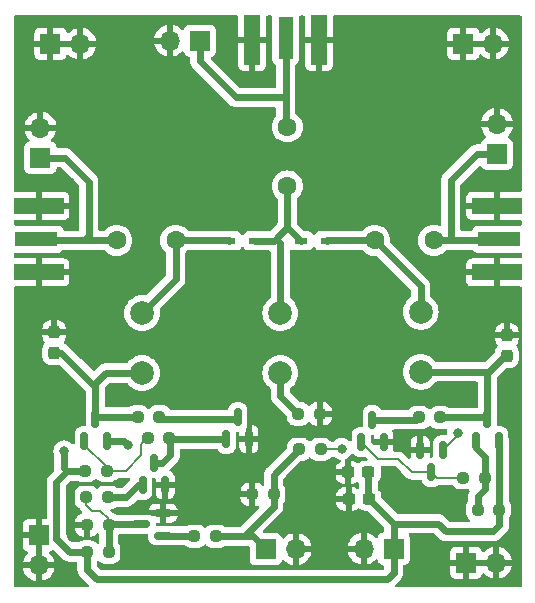
<source format=gbr>
%TF.GenerationSoftware,KiCad,Pcbnew,(6.0.2)*%
%TF.CreationDate,2022-11-21T15:36:14-08:00*%
%TF.ProjectId,tr_switch,74725f73-7769-4746-9368-2e6b69636164,rev?*%
%TF.SameCoordinates,PX4b94250PY699e930*%
%TF.FileFunction,Copper,L1,Top*%
%TF.FilePolarity,Positive*%
%FSLAX46Y46*%
G04 Gerber Fmt 4.6, Leading zero omitted, Abs format (unit mm)*
G04 Created by KiCad (PCBNEW (6.0.2)) date 2022-11-21 15:36:14*
%MOMM*%
%LPD*%
G01*
G04 APERTURE LIST*
G04 Aperture macros list*
%AMRoundRect*
0 Rectangle with rounded corners*
0 $1 Rounding radius*
0 $2 $3 $4 $5 $6 $7 $8 $9 X,Y pos of 4 corners*
0 Add a 4 corners polygon primitive as box body*
4,1,4,$2,$3,$4,$5,$6,$7,$8,$9,$2,$3,0*
0 Add four circle primitives for the rounded corners*
1,1,$1+$1,$2,$3*
1,1,$1+$1,$4,$5*
1,1,$1+$1,$6,$7*
1,1,$1+$1,$8,$9*
0 Add four rect primitives between the rounded corners*
20,1,$1+$1,$2,$3,$4,$5,0*
20,1,$1+$1,$4,$5,$6,$7,0*
20,1,$1+$1,$6,$7,$8,$9,0*
20,1,$1+$1,$8,$9,$2,$3,0*%
G04 Aperture macros list end*
%TA.AperFunction,ComponentPad*%
%ADD10R,1.700000X1.700000*%
%TD*%
%TA.AperFunction,ComponentPad*%
%ADD11O,1.700000X1.700000*%
%TD*%
%TA.AperFunction,SMDPad,CuDef*%
%ADD12R,1.100000X0.600000*%
%TD*%
%TA.AperFunction,ComponentPad*%
%ADD13C,1.600000*%
%TD*%
%TA.AperFunction,SMDPad,CuDef*%
%ADD14RoundRect,0.237500X0.300000X0.237500X-0.300000X0.237500X-0.300000X-0.237500X0.300000X-0.237500X0*%
%TD*%
%TA.AperFunction,ComponentPad*%
%ADD15C,2.000000*%
%TD*%
%TA.AperFunction,SMDPad,CuDef*%
%ADD16R,3.600000X1.270000*%
%TD*%
%TA.AperFunction,SMDPad,CuDef*%
%ADD17R,4.200000X1.350000*%
%TD*%
%TA.AperFunction,SMDPad,CuDef*%
%ADD18RoundRect,0.237500X0.250000X0.237500X-0.250000X0.237500X-0.250000X-0.237500X0.250000X-0.237500X0*%
%TD*%
%TA.AperFunction,SMDPad,CuDef*%
%ADD19RoundRect,0.150000X0.150000X-0.587500X0.150000X0.587500X-0.150000X0.587500X-0.150000X-0.587500X0*%
%TD*%
%TA.AperFunction,SMDPad,CuDef*%
%ADD20R,1.270000X3.600000*%
%TD*%
%TA.AperFunction,SMDPad,CuDef*%
%ADD21R,1.350000X4.200000*%
%TD*%
%TA.AperFunction,SMDPad,CuDef*%
%ADD22RoundRect,0.237500X0.237500X-0.300000X0.237500X0.300000X-0.237500X0.300000X-0.237500X-0.300000X0*%
%TD*%
%TA.AperFunction,SMDPad,CuDef*%
%ADD23RoundRect,0.237500X-0.250000X-0.237500X0.250000X-0.237500X0.250000X0.237500X-0.250000X0.237500X0*%
%TD*%
%TA.AperFunction,SMDPad,CuDef*%
%ADD24RoundRect,0.150000X0.587500X0.150000X-0.587500X0.150000X-0.587500X-0.150000X0.587500X-0.150000X0*%
%TD*%
%TA.AperFunction,SMDPad,CuDef*%
%ADD25RoundRect,0.150000X-0.150000X0.587500X-0.150000X-0.587500X0.150000X-0.587500X0.150000X0.587500X0*%
%TD*%
%TA.AperFunction,ViaPad*%
%ADD26C,0.800000*%
%TD*%
%TA.AperFunction,Conductor*%
%ADD27C,0.609600*%
%TD*%
%TA.AperFunction,Conductor*%
%ADD28C,0.203200*%
%TD*%
G04 APERTURE END LIST*
D10*
%TO.P,J3,1,Pin_1*%
%TO.N,Net-(C4-Pad1)*%
X2750000Y36900000D03*
D11*
%TO.P,J3,2,Pin_2*%
%TO.N,GND*%
X2750000Y39440000D03*
%TD*%
D12*
%TO.P,D2,1,K*%
%TO.N,Net-(C5-Pad1)*%
X24800000Y29850000D03*
%TO.P,D2,2,A*%
%TO.N,Net-(C6-Pad1)*%
X27000000Y29850000D03*
%TD*%
D13*
%TO.P,C4,1*%
%TO.N,Net-(C4-Pad1)*%
X9200000Y29900000D03*
%TO.P,C4,2*%
%TO.N,Net-(C4-Pad2)*%
X14200000Y29900000D03*
%TD*%
%TO.P,C5,1*%
%TO.N,Net-(C5-Pad1)*%
X23650000Y34500000D03*
%TO.P,C5,2*%
%TO.N,Net-(C5-Pad2)*%
X23650000Y39500000D03*
%TD*%
D14*
%TO.P,C2,1*%
%TO.N,/VDD12*%
X30562500Y8000000D03*
%TO.P,C2,2*%
%TO.N,GND*%
X28837500Y8000000D03*
%TD*%
D15*
%TO.P,L2,1,1*%
%TO.N,Net-(C5-Pad1)*%
X23050000Y23740000D03*
%TO.P,L2,2,2*%
%TO.N,Net-(L2-Pad2)*%
X23050000Y18660000D03*
%TD*%
D16*
%TO.P,J4,1,In*%
%TO.N,Net-(C4-Pad1)*%
X2400000Y30000000D03*
D17*
%TO.P,J4,2,Ext*%
%TO.N,GND*%
X2600000Y32825000D03*
X2600000Y27175000D03*
%TD*%
D18*
%TO.P,R1,1*%
%TO.N,Net-(J2-Pad1)*%
X17612500Y4850000D03*
%TO.P,R1,2*%
%TO.N,Net-(Q1-Pad1)*%
X15787500Y4850000D03*
%TD*%
D19*
%TO.P,Q4,1,G*%
%TO.N,Net-(Q2-Pad3)*%
X29900000Y12825000D03*
%TO.P,Q4,2,S*%
%TO.N,GND*%
X31800000Y12825000D03*
%TO.P,Q4,3,D*%
%TO.N,Net-(Q4-Pad3)*%
X30850000Y14700000D03*
%TD*%
D10*
%TO.P,J9,1,Pin_1*%
%TO.N,GND*%
X3600000Y46550000D03*
D11*
%TO.P,J9,2,Pin_2*%
X6140000Y46550000D03*
%TD*%
D15*
%TO.P,L3,1,1*%
%TO.N,Net-(C7-Pad1)*%
X34950000Y18760000D03*
%TO.P,L3,2,2*%
%TO.N,Net-(C6-Pad1)*%
X34950000Y23840000D03*
%TD*%
D10*
%TO.P,J2,1,Pin_1*%
%TO.N,Net-(J2-Pad1)*%
X21825000Y3750000D03*
D11*
%TO.P,J2,2,Pin_2*%
%TO.N,GND*%
X24365000Y3750000D03*
%TD*%
D20*
%TO.P,J6,1,In*%
%TO.N,Net-(C5-Pad2)*%
X23500000Y47037500D03*
D21*
%TO.P,J6,2,Ext*%
%TO.N,GND*%
X26325000Y46837500D03*
X20675000Y46837500D03*
%TD*%
D15*
%TO.P,L1,1,1*%
%TO.N,Net-(C3-Pad1)*%
X11350000Y18660000D03*
%TO.P,L1,2,2*%
%TO.N,Net-(C4-Pad2)*%
X11350000Y23740000D03*
%TD*%
D22*
%TO.P,C7,1*%
%TO.N,Net-(C7-Pad1)*%
X42250000Y20137500D03*
%TO.P,C7,2*%
%TO.N,GND*%
X42250000Y21862500D03*
%TD*%
D18*
%TO.P,R13,1*%
%TO.N,Net-(Q5-Pad3)*%
X13662500Y13150000D03*
%TO.P,R13,2*%
%TO.N,Net-(Q6-Pad1)*%
X11837500Y13150000D03*
%TD*%
D19*
%TO.P,Q3,1,G*%
%TO.N,Net-(Q3-Pad1)*%
X39650000Y12912500D03*
%TO.P,Q3,2,S*%
%TO.N,/VDD12*%
X41550000Y12912500D03*
%TO.P,Q3,3,D*%
%TO.N,Net-(C7-Pad1)*%
X40600000Y14787500D03*
%TD*%
D23*
%TO.P,R12,1*%
%TO.N,Net-(Q2-Pad3)*%
X38537500Y9800000D03*
%TO.P,R12,2*%
%TO.N,Net-(Q3-Pad1)*%
X40362500Y9800000D03*
%TD*%
D10*
%TO.P,J8,1,Pin_1*%
%TO.N,Net-(C6-Pad2)*%
X41400000Y37200000D03*
D11*
%TO.P,J8,2,Pin_2*%
%TO.N,GND*%
X41400000Y39740000D03*
%TD*%
D23*
%TO.P,R7,1*%
%TO.N,Net-(Q1-Pad3)*%
X6637500Y8150000D03*
%TO.P,R7,2*%
%TO.N,Net-(Q5-Pad1)*%
X8462500Y8150000D03*
%TD*%
D14*
%TO.P,C1,1*%
%TO.N,/VDD12*%
X30512500Y10250000D03*
%TO.P,C1,2*%
%TO.N,GND*%
X28787500Y10250000D03*
%TD*%
D23*
%TO.P,R11,1*%
%TO.N,Net-(L2-Pad2)*%
X24587500Y15200000D03*
%TO.P,R11,2*%
%TO.N,GND*%
X26412500Y15200000D03*
%TD*%
D19*
%TO.P,Q6,1,G*%
%TO.N,Net-(Q6-Pad1)*%
X6450000Y12912500D03*
%TO.P,Q6,2,S*%
%TO.N,/VDD12*%
X8350000Y12912500D03*
%TO.P,Q6,3,D*%
%TO.N,Net-(C3-Pad1)*%
X7400000Y14787500D03*
%TD*%
D18*
%TO.P,R10,1*%
%TO.N,Net-(Q7-Pad3)*%
X12812500Y14950000D03*
%TO.P,R10,2*%
%TO.N,Net-(C3-Pad1)*%
X10987500Y14950000D03*
%TD*%
D12*
%TO.P,D1,1,K*%
%TO.N,Net-(C5-Pad1)*%
X20950000Y29850000D03*
%TO.P,D1,2,A*%
%TO.N,Net-(C4-Pad2)*%
X18750000Y29850000D03*
%TD*%
D10*
%TO.P,J1,1,Pin_1*%
%TO.N,/VDD12*%
X32650000Y3800000D03*
D11*
%TO.P,J1,2,Pin_2*%
%TO.N,GND*%
X30110000Y3800000D03*
%TD*%
D10*
%TO.P,J10,1,Pin_1*%
%TO.N,GND*%
X38775000Y2600000D03*
D11*
%TO.P,J10,2,Pin_2*%
X41315000Y2600000D03*
%TD*%
D18*
%TO.P,R5,1*%
%TO.N,/VDD12*%
X41612500Y7100000D03*
%TO.P,R5,2*%
%TO.N,Net-(Q3-Pad1)*%
X39787500Y7100000D03*
%TD*%
D23*
%TO.P,R4,1*%
%TO.N,Net-(J2-Pad1)*%
X24637500Y12200000D03*
%TO.P,R4,2*%
%TO.N,Net-(Q2-Pad1)*%
X26462500Y12200000D03*
%TD*%
%TO.P,R8,1*%
%TO.N,/VDD12*%
X6537500Y10400000D03*
%TO.P,R8,2*%
%TO.N,Net-(Q6-Pad1)*%
X8362500Y10400000D03*
%TD*%
%TO.P,R2,1*%
%TO.N,GND*%
X20675000Y8400000D03*
%TO.P,R2,2*%
%TO.N,Net-(J2-Pad1)*%
X22500000Y8400000D03*
%TD*%
D10*
%TO.P,J11,1,Pin_1*%
%TO.N,GND*%
X2600000Y4925000D03*
D11*
%TO.P,J11,2,Pin_2*%
X2600000Y2385000D03*
%TD*%
D13*
%TO.P,C6,1*%
%TO.N,Net-(C6-Pad1)*%
X31050000Y29900000D03*
%TO.P,C6,2*%
%TO.N,Net-(C6-Pad2)*%
X36050000Y29900000D03*
%TD*%
D19*
%TO.P,Q7,1,G*%
%TO.N,Net-(Q5-Pad3)*%
X18500000Y13062500D03*
%TO.P,Q7,2,S*%
%TO.N,GND*%
X20400000Y13062500D03*
%TO.P,Q7,3,D*%
%TO.N,Net-(Q7-Pad3)*%
X19450000Y14937500D03*
%TD*%
D16*
%TO.P,J7,1,In*%
%TO.N,Net-(C6-Pad2)*%
X41600000Y30000000D03*
D17*
%TO.P,J7,2,Ext*%
%TO.N,GND*%
X41400000Y27175000D03*
X41400000Y32825000D03*
%TD*%
D19*
%TO.P,Q5,1,B*%
%TO.N,Net-(Q5-Pad1)*%
X11400000Y9162500D03*
%TO.P,Q5,2,E*%
%TO.N,GND*%
X13300000Y9162500D03*
%TO.P,Q5,3,C*%
%TO.N,Net-(Q5-Pad3)*%
X12350000Y11037500D03*
%TD*%
D23*
%TO.P,R9,1*%
%TO.N,Net-(Q4-Pad3)*%
X34787500Y14900000D03*
%TO.P,R9,2*%
%TO.N,Net-(C7-Pad1)*%
X36612500Y14900000D03*
%TD*%
D10*
%TO.P,J5,1,Pin_1*%
%TO.N,Net-(C5-Pad2)*%
X16250000Y46800000D03*
D11*
%TO.P,J5,2,Pin_2*%
%TO.N,GND*%
X13710000Y46800000D03*
%TD*%
D24*
%TO.P,Q1,1,B*%
%TO.N,Net-(Q1-Pad1)*%
X13137500Y4900000D03*
%TO.P,Q1,2,E*%
%TO.N,GND*%
X13137500Y6800000D03*
%TO.P,Q1,3,C*%
%TO.N,Net-(Q1-Pad3)*%
X11262500Y5850000D03*
%TD*%
D23*
%TO.P,R6,1*%
%TO.N,GND*%
X6687500Y5800000D03*
%TO.P,R6,2*%
%TO.N,Net-(Q1-Pad3)*%
X8512500Y5800000D03*
%TD*%
D18*
%TO.P,R3,1*%
%TO.N,Net-(Q1-Pad3)*%
X8525000Y3500000D03*
%TO.P,R3,2*%
%TO.N,/VDD12*%
X6700000Y3500000D03*
%TD*%
D25*
%TO.P,Q2,1,B*%
%TO.N,Net-(Q2-Pad1)*%
X36800000Y12137500D03*
%TO.P,Q2,2,E*%
%TO.N,GND*%
X34900000Y12137500D03*
%TO.P,Q2,3,C*%
%TO.N,Net-(Q2-Pad3)*%
X35850000Y10262500D03*
%TD*%
D10*
%TO.P,J12,1,Pin_1*%
%TO.N,GND*%
X38550000Y46550000D03*
D11*
%TO.P,J12,2,Pin_2*%
X41090000Y46550000D03*
%TD*%
D22*
%TO.P,C3,1*%
%TO.N,Net-(C3-Pad1)*%
X3900000Y20387500D03*
%TO.P,C3,2*%
%TO.N,GND*%
X3900000Y22112500D03*
%TD*%
D26*
%TO.N,/VDD12*%
X10150000Y12550000D03*
X4750000Y12050000D03*
%TO.N,GND*%
X15100000Y6500000D03*
X17950000Y27100000D03*
X2450000Y15350000D03*
X20700000Y43400000D03*
X28000000Y15150000D03*
X37900000Y27050000D03*
X5400000Y4750000D03*
X28600000Y45250000D03*
X32900000Y8550000D03*
X1900000Y10150000D03*
X42300000Y23350000D03*
X27550000Y26850000D03*
X27500002Y9099987D03*
X5250000Y34850000D03*
X9700000Y32850000D03*
X14650000Y8800000D03*
X2550000Y25200000D03*
X19050000Y8450000D03*
X35050000Y2850000D03*
X19250000Y36400000D03*
X35550000Y32650000D03*
X36400000Y44500000D03*
X33600000Y13500000D03*
X10100000Y41950000D03*
X22150000Y12900000D03*
X39750000Y34750000D03*
X27994726Y36470239D03*
%TO.N,Net-(Q2-Pad1)*%
X28250000Y12250000D03*
X38100000Y13600000D03*
%TD*%
D27*
%TO.N,/VDD12*%
X32650000Y3800000D02*
X32650000Y1750000D01*
X32100000Y1200000D02*
X7500000Y1200000D01*
X9787500Y12912500D02*
X10150000Y12550000D01*
X4100000Y9450000D02*
X4100000Y4650000D01*
X4750000Y12050000D02*
X4750000Y10600000D01*
X30512500Y10250000D02*
X30512500Y8050000D01*
X30512500Y8050000D02*
X30562500Y8000000D01*
X8350000Y12912500D02*
X9787500Y12912500D01*
X4750000Y10600000D02*
X5000000Y10350000D01*
X32650000Y1750000D02*
X32100000Y1200000D01*
X6487500Y10350000D02*
X6537500Y10400000D01*
X41612500Y5762500D02*
X41612500Y7100000D01*
X5000000Y10350000D02*
X6487500Y10350000D01*
X41612500Y12850000D02*
X41550000Y12912500D01*
X31856250Y6706250D02*
X30562500Y8000000D01*
X41612500Y7100000D02*
X41612500Y12850000D01*
X7500000Y1200000D02*
X6700000Y2000000D01*
X32650000Y5912500D02*
X36387500Y5912500D01*
X4100000Y4650000D02*
X5250000Y3500000D01*
X5250000Y3500000D02*
X6700000Y3500000D01*
X41100000Y5250000D02*
X41612500Y5762500D01*
X6700000Y2000000D02*
X6700000Y3500000D01*
X32650000Y5912500D02*
X31856250Y6706250D01*
X37050000Y5250000D02*
X41100000Y5250000D01*
X36387500Y5912500D02*
X37050000Y5250000D01*
X32650000Y3800000D02*
X32650000Y5912500D01*
X5000000Y10350000D02*
X4100000Y9450000D01*
%TO.N,Net-(C3-Pad1)*%
X3900000Y20387500D02*
X4512500Y20387500D01*
X10987500Y14950000D02*
X7562500Y14950000D01*
X7400000Y17800000D02*
X7400000Y17500000D01*
X4512500Y20387500D02*
X7400000Y17500000D01*
X11350000Y18660000D02*
X8260000Y18660000D01*
X7562500Y14950000D02*
X7400000Y14787500D01*
X7400000Y17500000D02*
X7400000Y14787500D01*
X8260000Y18660000D02*
X7400000Y17800000D01*
%TO.N,Net-(C4-Pad1)*%
X6850000Y34850000D02*
X6850000Y30300000D01*
X6450000Y29900000D02*
X2500000Y29900000D01*
X4800000Y36900000D02*
X6850000Y34850000D01*
X2750000Y36900000D02*
X4800000Y36900000D01*
X2500000Y29900000D02*
X2400000Y30000000D01*
X6850000Y30300000D02*
X6450000Y29900000D01*
X9200000Y29900000D02*
X6450000Y29900000D01*
%TO.N,Net-(C4-Pad2)*%
X14200000Y29900000D02*
X18700000Y29900000D01*
X18700000Y29900000D02*
X18750000Y29850000D01*
X11350000Y23740000D02*
X14200000Y26590000D01*
X14200000Y26590000D02*
X14200000Y29900000D01*
%TO.N,Net-(C5-Pad1)*%
X20950000Y29850000D02*
X22500000Y29850000D01*
X23650000Y31000000D02*
X24800000Y29850000D01*
X22700000Y30050000D02*
X23650000Y31000000D01*
X22500000Y29850000D02*
X22700000Y30050000D01*
X23650000Y34500000D02*
X23650000Y31000000D01*
X23050000Y23740000D02*
X23050000Y29700000D01*
X23050000Y29700000D02*
X22700000Y30050000D01*
%TO.N,Net-(C5-Pad2)*%
X23500000Y47037500D02*
X23500000Y42000000D01*
X23500000Y39650000D02*
X23650000Y39500000D01*
X16250000Y45050000D02*
X19300000Y42000000D01*
X16250000Y46800000D02*
X16250000Y45050000D01*
X19300000Y42000000D02*
X23500000Y42000000D01*
X23500000Y42000000D02*
X23500000Y39650000D01*
%TO.N,Net-(C6-Pad1)*%
X34950000Y23840000D02*
X34950000Y26000000D01*
X34950000Y26000000D02*
X31050000Y29900000D01*
X31050000Y29900000D02*
X27050000Y29900000D01*
X27050000Y29900000D02*
X27000000Y29850000D01*
%TO.N,Net-(C6-Pad2)*%
X37700000Y29900000D02*
X41500000Y29900000D01*
X37500000Y30100000D02*
X37700000Y29900000D01*
X36050000Y29900000D02*
X37700000Y29900000D01*
X39700000Y37200000D02*
X37500000Y35000000D01*
X41400000Y37200000D02*
X39700000Y37200000D01*
X37500000Y35000000D02*
X37500000Y30100000D01*
X41500000Y29900000D02*
X41600000Y30000000D01*
%TO.N,Net-(C7-Pad1)*%
X36612500Y14900000D02*
X40487500Y14900000D01*
X40490000Y18760000D02*
X34950000Y18760000D01*
X42250000Y20137500D02*
X42087500Y20137500D01*
X40600000Y18650000D02*
X40600000Y14787500D01*
X42087500Y20137500D02*
X40600000Y18650000D01*
X40487500Y14900000D02*
X40600000Y14787500D01*
X40600000Y18650000D02*
X40490000Y18760000D01*
%TO.N,Net-(J2-Pad1)*%
X20000000Y4850000D02*
X20725000Y4850000D01*
X22500000Y8400000D02*
X22500000Y7350000D01*
X22500000Y10062500D02*
X24637500Y12200000D01*
X17612500Y4850000D02*
X20000000Y4850000D01*
X22500000Y8400000D02*
X22500000Y10062500D01*
X22500000Y7350000D02*
X20000000Y4850000D01*
X20725000Y4850000D02*
X21825000Y3750000D01*
%TO.N,Net-(L2-Pad2)*%
X23050000Y18660000D02*
X23050000Y16737500D01*
X23050000Y16737500D02*
X24587500Y15200000D01*
%TO.N,Net-(Q1-Pad1)*%
X15737500Y4900000D02*
X15787500Y4850000D01*
X13137500Y4900000D02*
X15737500Y4900000D01*
%TO.N,Net-(Q1-Pad3)*%
X11262500Y5850000D02*
X8562500Y5850000D01*
D28*
X6637500Y7462500D02*
X7100000Y7000000D01*
X6637500Y8150000D02*
X6637500Y7462500D01*
X7800000Y7000000D02*
X8512500Y6287500D01*
D27*
X8562500Y5850000D02*
X8512500Y5800000D01*
D28*
X8512500Y6287500D02*
X8512500Y5800000D01*
D27*
X8525000Y5787500D02*
X8512500Y5800000D01*
D28*
X7100000Y7000000D02*
X7800000Y7000000D01*
D27*
X8525000Y3500000D02*
X8525000Y5787500D01*
D28*
%TO.N,Net-(Q2-Pad1)*%
X26462500Y12200000D02*
X28200000Y12200000D01*
X28200000Y12200000D02*
X28250000Y12250000D01*
X38100000Y13600000D02*
X38100000Y13437500D01*
X38100000Y13437500D02*
X36800000Y12137500D01*
%TO.N,Net-(Q2-Pad3)*%
X34200000Y10250000D02*
X35837500Y10250000D01*
X35850000Y10262500D02*
X36312500Y9800000D01*
X35837500Y10250000D02*
X35850000Y10262500D01*
X29900000Y12825000D02*
X31325000Y11400000D01*
X33050000Y11400000D02*
X34200000Y10250000D01*
X31325000Y11400000D02*
X33050000Y11400000D01*
X36312500Y9800000D02*
X38537500Y9800000D01*
D27*
%TO.N,Net-(Q4-Pad3)*%
X34587500Y14700000D02*
X34787500Y14900000D01*
X30850000Y14700000D02*
X34587500Y14700000D01*
%TO.N,Net-(Q5-Pad1)*%
X11400000Y9162500D02*
X11012500Y9162500D01*
X11012500Y9162500D02*
X10000000Y8150000D01*
X10000000Y8150000D02*
X8462500Y8150000D01*
%TO.N,Net-(Q5-Pad3)*%
X18500000Y13062500D02*
X13750000Y13062500D01*
X13037500Y11037500D02*
X13750000Y11750000D01*
X13750000Y13062500D02*
X13662500Y13150000D01*
X12350000Y11037500D02*
X13037500Y11037500D01*
X13750000Y11750000D02*
X13750000Y13062500D01*
%TO.N,Net-(Q7-Pad3)*%
X19450000Y14937500D02*
X19250000Y14737500D01*
X19250000Y14737500D02*
X13025000Y14737500D01*
X13025000Y14737500D02*
X12812500Y14950000D01*
%TO.N,Net-(Q3-Pad1)*%
X39650000Y12912500D02*
X39650000Y12300000D01*
X40362500Y8812500D02*
X40362500Y9800000D01*
X40362500Y11587500D02*
X40362500Y9800000D01*
X39787500Y8237500D02*
X40362500Y8812500D01*
X39787500Y7100000D02*
X39787500Y8237500D01*
X39650000Y12300000D02*
X40362500Y11587500D01*
D28*
%TO.N,Net-(Q6-Pad1)*%
X6450000Y12600000D02*
X8362500Y10687500D01*
X10000000Y10400000D02*
X11300000Y11700000D01*
X11300000Y12612500D02*
X11837500Y13150000D01*
X11300000Y11700000D02*
X11300000Y12612500D01*
X8362500Y10687500D02*
X8362500Y10400000D01*
X8362500Y10400000D02*
X10000000Y10400000D01*
X6450000Y12912500D02*
X6450000Y12600000D01*
%TD*%
%TA.AperFunction,Conductor*%
%TO.N,GND*%
G36*
X19434121Y48921998D02*
G01*
X19480614Y48868342D01*
X19492000Y48816000D01*
X19492000Y47109615D01*
X19496475Y47094376D01*
X19497865Y47093171D01*
X19505548Y47091500D01*
X21839884Y47091500D01*
X21855123Y47095975D01*
X21856328Y47097365D01*
X21857999Y47105048D01*
X21857999Y48816000D01*
X21878001Y48884121D01*
X21931657Y48930614D01*
X21983999Y48942000D01*
X22230500Y48942000D01*
X22298621Y48921998D01*
X22345114Y48868342D01*
X22356500Y48816000D01*
X22356500Y45189366D01*
X22363255Y45127184D01*
X22414385Y44990795D01*
X22501739Y44874239D01*
X22618295Y44786885D01*
X22622722Y44785225D01*
X22671356Y44736479D01*
X22686700Y44676220D01*
X22686700Y42939300D01*
X22666698Y42871179D01*
X22613042Y42824686D01*
X22560700Y42813300D01*
X19689070Y42813300D01*
X19620949Y42833302D01*
X19599975Y42850205D01*
X17757349Y44692831D01*
X19492001Y44692831D01*
X19492371Y44686010D01*
X19497895Y44635148D01*
X19501521Y44619896D01*
X19546676Y44499446D01*
X19555214Y44483851D01*
X19631715Y44381776D01*
X19644276Y44369215D01*
X19746351Y44292714D01*
X19761946Y44284176D01*
X19882394Y44239022D01*
X19897649Y44235395D01*
X19948514Y44229869D01*
X19955328Y44229500D01*
X20402885Y44229500D01*
X20418124Y44233975D01*
X20419329Y44235365D01*
X20421000Y44243048D01*
X20421000Y44247616D01*
X20929000Y44247616D01*
X20933475Y44232377D01*
X20934865Y44231172D01*
X20942548Y44229501D01*
X21394669Y44229501D01*
X21401490Y44229871D01*
X21452352Y44235395D01*
X21467604Y44239021D01*
X21588054Y44284176D01*
X21603649Y44292714D01*
X21705724Y44369215D01*
X21718285Y44381776D01*
X21794786Y44483851D01*
X21803324Y44499446D01*
X21848478Y44619894D01*
X21852105Y44635149D01*
X21857631Y44686014D01*
X21858000Y44692828D01*
X21858000Y46565385D01*
X21853525Y46580624D01*
X21852135Y46581829D01*
X21844452Y46583500D01*
X20947115Y46583500D01*
X20931876Y46579025D01*
X20930671Y46577635D01*
X20929000Y46569952D01*
X20929000Y44247616D01*
X20421000Y44247616D01*
X20421000Y46565385D01*
X20416525Y46580624D01*
X20415135Y46581829D01*
X20407452Y46583500D01*
X19510116Y46583500D01*
X19494877Y46579025D01*
X19493672Y46577635D01*
X19492001Y46569952D01*
X19492001Y44692831D01*
X17757349Y44692831D01*
X17197127Y45253053D01*
X17163101Y45315365D01*
X17168166Y45386180D01*
X17210713Y45443016D01*
X17241993Y45460130D01*
X17338295Y45496232D01*
X17338296Y45496233D01*
X17346705Y45499385D01*
X17463261Y45586739D01*
X17550615Y45703295D01*
X17601745Y45839684D01*
X17608500Y45901866D01*
X17608500Y47698134D01*
X17601745Y47760316D01*
X17550615Y47896705D01*
X17463261Y48013261D01*
X17346705Y48100615D01*
X17210316Y48151745D01*
X17148134Y48158500D01*
X15351866Y48158500D01*
X15289684Y48151745D01*
X15153295Y48100615D01*
X15036739Y48013261D01*
X14949385Y47896705D01*
X14946233Y47888297D01*
X14946232Y47888295D01*
X14904722Y47777567D01*
X14862081Y47720802D01*
X14795519Y47696102D01*
X14726170Y47711309D01*
X14693546Y47736996D01*
X14642799Y47792766D01*
X14635273Y47799785D01*
X14468139Y47931778D01*
X14459552Y47937483D01*
X14273117Y48040401D01*
X14263705Y48044631D01*
X14062959Y48115720D01*
X14052988Y48118354D01*
X13981837Y48131028D01*
X13968540Y48129568D01*
X13964000Y48115011D01*
X13964000Y45481483D01*
X13968064Y45467641D01*
X13981478Y45465607D01*
X13988184Y45466466D01*
X13998262Y45468608D01*
X14202255Y45529809D01*
X14211842Y45533567D01*
X14403095Y45627261D01*
X14411945Y45632536D01*
X14585328Y45756208D01*
X14593193Y45762855D01*
X14697897Y45867195D01*
X14760268Y45901111D01*
X14831075Y45895923D01*
X14887837Y45853277D01*
X14904819Y45822174D01*
X14949385Y45703295D01*
X15036739Y45586739D01*
X15153295Y45499385D01*
X15289684Y45448255D01*
X15324308Y45444494D01*
X15389869Y45417253D01*
X15430296Y45358890D01*
X15436700Y45319231D01*
X15436700Y45059217D01*
X15436693Y45057897D01*
X15435744Y44967291D01*
X15437233Y44960404D01*
X15444967Y44924635D01*
X15447028Y44912051D01*
X15450464Y44881419D01*
X15451893Y44868675D01*
X15454208Y44862028D01*
X15463002Y44836774D01*
X15467164Y44821964D01*
X15474302Y44788949D01*
X15477280Y44782562D01*
X15477281Y44782560D01*
X15492752Y44749381D01*
X15497547Y44737573D01*
X15511899Y44696361D01*
X15518365Y44686014D01*
X15529797Y44667718D01*
X15537133Y44654208D01*
X15551415Y44623581D01*
X15570796Y44598595D01*
X15578169Y44589090D01*
X15585462Y44578636D01*
X15608589Y44541624D01*
X15613554Y44536625D01*
X15613555Y44536623D01*
X15637356Y44512656D01*
X15637953Y44512018D01*
X15638473Y44511347D01*
X15664731Y44485089D01*
X15737159Y44412154D01*
X15738200Y44411494D01*
X15739435Y44410385D01*
X18718289Y41431531D01*
X18719218Y41430594D01*
X18782718Y41365750D01*
X18788636Y41361936D01*
X18788641Y41361932D01*
X18819407Y41342105D01*
X18829760Y41334666D01*
X18863869Y41307437D01*
X18894283Y41292734D01*
X18907691Y41285210D01*
X18936090Y41266908D01*
X18975996Y41252383D01*
X18977115Y41251976D01*
X18988854Y41247017D01*
X19028144Y41228024D01*
X19061053Y41220426D01*
X19075793Y41216060D01*
X19107549Y41204502D01*
X19150874Y41199029D01*
X19163403Y41196796D01*
X19199065Y41188562D01*
X19199073Y41188561D01*
X19205930Y41186978D01*
X19212971Y41186953D01*
X19212974Y41186953D01*
X19246739Y41186835D01*
X19247632Y41186806D01*
X19248470Y41186700D01*
X19285533Y41186700D01*
X19285972Y41186699D01*
X19384859Y41186354D01*
X19384864Y41186354D01*
X19388392Y41186342D01*
X19389595Y41186611D01*
X19391240Y41186700D01*
X22560700Y41186700D01*
X22628821Y41166698D01*
X22675314Y41113042D01*
X22686700Y41060700D01*
X22686700Y40439388D01*
X22666698Y40371267D01*
X22649795Y40350293D01*
X22643802Y40344300D01*
X22512477Y40156749D01*
X22510154Y40151767D01*
X22510151Y40151762D01*
X22436586Y39994000D01*
X22415716Y39949243D01*
X22356457Y39728087D01*
X22336502Y39500000D01*
X22356457Y39271913D01*
X22415716Y39050757D01*
X22418039Y39045776D01*
X22418039Y39045775D01*
X22510151Y38848238D01*
X22510154Y38848233D01*
X22512477Y38843251D01*
X22643802Y38655700D01*
X22805700Y38493802D01*
X22810208Y38490645D01*
X22810211Y38490643D01*
X22839217Y38470333D01*
X22993251Y38362477D01*
X22998233Y38360154D01*
X22998238Y38360151D01*
X23194555Y38268608D01*
X23200757Y38265716D01*
X23206065Y38264294D01*
X23206067Y38264293D01*
X23416598Y38207881D01*
X23416600Y38207881D01*
X23421913Y38206457D01*
X23650000Y38186502D01*
X23878087Y38206457D01*
X23883400Y38207881D01*
X23883402Y38207881D01*
X24093933Y38264293D01*
X24093935Y38264294D01*
X24099243Y38265716D01*
X24105445Y38268608D01*
X24301762Y38360151D01*
X24301767Y38360154D01*
X24306749Y38362477D01*
X24460783Y38470333D01*
X24489789Y38490643D01*
X24489792Y38490645D01*
X24494300Y38493802D01*
X24656198Y38655700D01*
X24787523Y38843251D01*
X24789846Y38848233D01*
X24789849Y38848238D01*
X24881961Y39045775D01*
X24881961Y39045776D01*
X24884284Y39050757D01*
X24943543Y39271913D01*
X24963498Y39500000D01*
X24943543Y39728087D01*
X24884284Y39949243D01*
X24863414Y39994000D01*
X24857904Y40005817D01*
X40064389Y40005817D01*
X40065912Y39997393D01*
X40078292Y39994000D01*
X41127885Y39994000D01*
X41143124Y39998475D01*
X41144329Y39999865D01*
X41146000Y40007548D01*
X41146000Y40012115D01*
X41654000Y40012115D01*
X41658475Y39996876D01*
X41659865Y39995671D01*
X41667548Y39994000D01*
X42718344Y39994000D01*
X42731875Y39997973D01*
X42733180Y40007053D01*
X42691214Y40174125D01*
X42687894Y40183876D01*
X42602972Y40379186D01*
X42598105Y40388261D01*
X42482426Y40567074D01*
X42476136Y40575243D01*
X42332806Y40732760D01*
X42325273Y40739785D01*
X42158139Y40871778D01*
X42149552Y40877483D01*
X41963117Y40980401D01*
X41953705Y40984631D01*
X41752959Y41055720D01*
X41742988Y41058354D01*
X41671837Y41071028D01*
X41658540Y41069568D01*
X41654000Y41055011D01*
X41654000Y40012115D01*
X41146000Y40012115D01*
X41146000Y41056898D01*
X41142082Y41070242D01*
X41127806Y41072229D01*
X41089324Y41066340D01*
X41079288Y41063949D01*
X40876868Y40997788D01*
X40867359Y40993791D01*
X40678463Y40895458D01*
X40669738Y40889964D01*
X40499433Y40762095D01*
X40491726Y40755252D01*
X40344590Y40601283D01*
X40338104Y40593273D01*
X40218098Y40417351D01*
X40213000Y40408377D01*
X40123338Y40215217D01*
X40119775Y40205530D01*
X40064389Y40005817D01*
X24857904Y40005817D01*
X24789849Y40151762D01*
X24789846Y40151767D01*
X24787523Y40156749D01*
X24656198Y40344300D01*
X24494300Y40506198D01*
X24489792Y40509355D01*
X24489789Y40509357D01*
X24395694Y40575243D01*
X24367028Y40595315D01*
X24322701Y40650771D01*
X24313300Y40698527D01*
X24313300Y41943808D01*
X24314186Y41958726D01*
X24317592Y41987292D01*
X24318426Y41994286D01*
X24313990Y42036493D01*
X24313300Y42049663D01*
X24313300Y44676220D01*
X24318177Y44692831D01*
X25142001Y44692831D01*
X25142371Y44686010D01*
X25147895Y44635148D01*
X25151521Y44619896D01*
X25196676Y44499446D01*
X25205214Y44483851D01*
X25281715Y44381776D01*
X25294276Y44369215D01*
X25396351Y44292714D01*
X25411946Y44284176D01*
X25532394Y44239022D01*
X25547649Y44235395D01*
X25598514Y44229869D01*
X25605328Y44229500D01*
X26052885Y44229500D01*
X26068124Y44233975D01*
X26069329Y44235365D01*
X26071000Y44243048D01*
X26071000Y44247616D01*
X26579000Y44247616D01*
X26583475Y44232377D01*
X26584865Y44231172D01*
X26592548Y44229501D01*
X27044669Y44229501D01*
X27051490Y44229871D01*
X27102352Y44235395D01*
X27117604Y44239021D01*
X27238054Y44284176D01*
X27253649Y44292714D01*
X27355724Y44369215D01*
X27368285Y44381776D01*
X27444786Y44483851D01*
X27453324Y44499446D01*
X27498478Y44619894D01*
X27502105Y44635149D01*
X27507631Y44686014D01*
X27508000Y44692828D01*
X27508000Y45655331D01*
X37192001Y45655331D01*
X37192371Y45648510D01*
X37197895Y45597648D01*
X37201521Y45582396D01*
X37246676Y45461946D01*
X37255214Y45446351D01*
X37331715Y45344276D01*
X37344276Y45331715D01*
X37446351Y45255214D01*
X37461946Y45246676D01*
X37582394Y45201522D01*
X37597649Y45197895D01*
X37648514Y45192369D01*
X37655328Y45192000D01*
X38277885Y45192000D01*
X38293124Y45196475D01*
X38294329Y45197865D01*
X38296000Y45205548D01*
X38296000Y45210116D01*
X38804000Y45210116D01*
X38808475Y45194877D01*
X38809865Y45193672D01*
X38817548Y45192001D01*
X39444669Y45192001D01*
X39451490Y45192371D01*
X39502352Y45197895D01*
X39517604Y45201521D01*
X39638054Y45246676D01*
X39653649Y45255214D01*
X39755724Y45331715D01*
X39768285Y45344276D01*
X39844786Y45446351D01*
X39853325Y45461948D01*
X39894425Y45571582D01*
X39937066Y45628347D01*
X40003628Y45653047D01*
X40072977Y45637840D01*
X40107645Y45609850D01*
X40133219Y45580326D01*
X40140580Y45573117D01*
X40304434Y45437084D01*
X40312881Y45431169D01*
X40496756Y45323721D01*
X40506042Y45319271D01*
X40705001Y45243297D01*
X40714899Y45240421D01*
X40818250Y45219394D01*
X40832299Y45220590D01*
X40836000Y45230935D01*
X40836000Y45231483D01*
X41344000Y45231483D01*
X41348064Y45217641D01*
X41361478Y45215607D01*
X41368184Y45216466D01*
X41378262Y45218608D01*
X41582255Y45279809D01*
X41591842Y45283567D01*
X41783095Y45377261D01*
X41791945Y45382536D01*
X41965328Y45506208D01*
X41973200Y45512861D01*
X42124052Y45663188D01*
X42130730Y45671035D01*
X42255003Y45843980D01*
X42260313Y45852817D01*
X42354670Y46043733D01*
X42358469Y46053328D01*
X42420377Y46257090D01*
X42422555Y46267163D01*
X42423986Y46278038D01*
X42421775Y46292222D01*
X42408617Y46296000D01*
X41362115Y46296000D01*
X41346876Y46291525D01*
X41345671Y46290135D01*
X41344000Y46282452D01*
X41344000Y45231483D01*
X40836000Y45231483D01*
X40836000Y46277885D01*
X40831525Y46293124D01*
X40830135Y46294329D01*
X40822452Y46296000D01*
X38822115Y46296000D01*
X38806876Y46291525D01*
X38805671Y46290135D01*
X38804000Y46282452D01*
X38804000Y45210116D01*
X38296000Y45210116D01*
X38296000Y46277885D01*
X38291525Y46293124D01*
X38290135Y46294329D01*
X38282452Y46296000D01*
X37210116Y46296000D01*
X37194877Y46291525D01*
X37193672Y46290135D01*
X37192001Y46282452D01*
X37192001Y45655331D01*
X27508000Y45655331D01*
X27508000Y46565385D01*
X27503525Y46580624D01*
X27502135Y46581829D01*
X27494452Y46583500D01*
X26597115Y46583500D01*
X26581876Y46579025D01*
X26580671Y46577635D01*
X26579000Y46569952D01*
X26579000Y44247616D01*
X26071000Y44247616D01*
X26071000Y46565385D01*
X26066525Y46580624D01*
X26065135Y46581829D01*
X26057452Y46583500D01*
X25160116Y46583500D01*
X25144877Y46579025D01*
X25143672Y46577635D01*
X25142001Y46569952D01*
X25142001Y44692831D01*
X24318177Y44692831D01*
X24333302Y44744341D01*
X24377088Y44785154D01*
X24381705Y44786885D01*
X24498261Y44874239D01*
X24585615Y44990795D01*
X24636745Y45127184D01*
X24643500Y45189366D01*
X24643500Y46822115D01*
X37192000Y46822115D01*
X37196475Y46806876D01*
X37197865Y46805671D01*
X37205548Y46804000D01*
X38277885Y46804000D01*
X38293124Y46808475D01*
X38294329Y46809865D01*
X38296000Y46817548D01*
X38296000Y46822115D01*
X38804000Y46822115D01*
X38808475Y46806876D01*
X38809865Y46805671D01*
X38817548Y46804000D01*
X40817885Y46804000D01*
X40833124Y46808475D01*
X40834329Y46809865D01*
X40836000Y46817548D01*
X40836000Y46822115D01*
X41344000Y46822115D01*
X41348475Y46806876D01*
X41349865Y46805671D01*
X41357548Y46804000D01*
X42408344Y46804000D01*
X42421875Y46807973D01*
X42423180Y46817053D01*
X42381214Y46984125D01*
X42377894Y46993876D01*
X42292972Y47189186D01*
X42288105Y47198261D01*
X42172426Y47377074D01*
X42166136Y47385243D01*
X42022806Y47542760D01*
X42015273Y47549785D01*
X41848139Y47681778D01*
X41839552Y47687483D01*
X41653117Y47790401D01*
X41643705Y47794631D01*
X41442959Y47865720D01*
X41432988Y47868354D01*
X41361837Y47881028D01*
X41348540Y47879568D01*
X41344000Y47865011D01*
X41344000Y46822115D01*
X40836000Y46822115D01*
X40836000Y47866898D01*
X40832082Y47880242D01*
X40817806Y47882229D01*
X40779324Y47876340D01*
X40769288Y47873949D01*
X40566868Y47807788D01*
X40557359Y47803791D01*
X40368463Y47705458D01*
X40359738Y47699964D01*
X40189433Y47572095D01*
X40181726Y47565252D01*
X40104094Y47484015D01*
X40042570Y47448585D01*
X39971657Y47452042D01*
X39913871Y47493288D01*
X39895018Y47526836D01*
X39853324Y47638054D01*
X39844786Y47653649D01*
X39768285Y47755724D01*
X39755724Y47768285D01*
X39653649Y47844786D01*
X39638054Y47853324D01*
X39517606Y47898478D01*
X39502351Y47902105D01*
X39451486Y47907631D01*
X39444672Y47908000D01*
X38822115Y47908000D01*
X38806876Y47903525D01*
X38805671Y47902135D01*
X38804000Y47894452D01*
X38804000Y46822115D01*
X38296000Y46822115D01*
X38296000Y47889884D01*
X38291525Y47905123D01*
X38290135Y47906328D01*
X38282452Y47907999D01*
X37655331Y47907999D01*
X37648510Y47907629D01*
X37597648Y47902105D01*
X37582396Y47898479D01*
X37461946Y47853324D01*
X37446351Y47844786D01*
X37344276Y47768285D01*
X37331715Y47755724D01*
X37255214Y47653649D01*
X37246676Y47638054D01*
X37201522Y47517606D01*
X37197895Y47502351D01*
X37192369Y47451486D01*
X37192000Y47444672D01*
X37192000Y46822115D01*
X24643500Y46822115D01*
X24643500Y48816000D01*
X24663502Y48884121D01*
X24717158Y48930614D01*
X24769500Y48942000D01*
X25016000Y48942000D01*
X25084121Y48921998D01*
X25130614Y48868342D01*
X25142000Y48816000D01*
X25142000Y47109615D01*
X25146475Y47094376D01*
X25147865Y47093171D01*
X25155548Y47091500D01*
X27489884Y47091500D01*
X27505123Y47095975D01*
X27506328Y47097365D01*
X27507999Y47105048D01*
X27507999Y48816000D01*
X27528001Y48884121D01*
X27581657Y48930614D01*
X27633999Y48942000D01*
X43366000Y48942000D01*
X43434121Y48921998D01*
X43480614Y48868342D01*
X43492000Y48816000D01*
X43492000Y34134000D01*
X43471998Y34065879D01*
X43418342Y34019386D01*
X43366000Y34008000D01*
X41672115Y34008000D01*
X41656876Y34003525D01*
X41655671Y34002135D01*
X41654000Y33994452D01*
X41654000Y31660116D01*
X41658475Y31644877D01*
X41659865Y31643672D01*
X41667548Y31642001D01*
X43366000Y31642001D01*
X43434121Y31621999D01*
X43480614Y31568343D01*
X43492000Y31516001D01*
X43492000Y31269500D01*
X43471998Y31201379D01*
X43418342Y31154886D01*
X43366000Y31143500D01*
X39751866Y31143500D01*
X39689684Y31136745D01*
X39553295Y31085615D01*
X39436739Y30998261D01*
X39349385Y30881705D01*
X39346233Y30873296D01*
X39346232Y30873295D01*
X39316907Y30795071D01*
X39274266Y30738306D01*
X39207704Y30713606D01*
X39198925Y30713300D01*
X38439300Y30713300D01*
X38371179Y30733302D01*
X38324686Y30786958D01*
X38313300Y30839300D01*
X38313300Y32105331D01*
X38792001Y32105331D01*
X38792371Y32098510D01*
X38797895Y32047648D01*
X38801521Y32032396D01*
X38846676Y31911946D01*
X38855214Y31896351D01*
X38931715Y31794276D01*
X38944276Y31781715D01*
X39046351Y31705214D01*
X39061946Y31696676D01*
X39182394Y31651522D01*
X39197649Y31647895D01*
X39248514Y31642369D01*
X39255328Y31642000D01*
X41127885Y31642000D01*
X41143124Y31646475D01*
X41144329Y31647865D01*
X41146000Y31655548D01*
X41146000Y32552885D01*
X41141525Y32568124D01*
X41140135Y32569329D01*
X41132452Y32571000D01*
X38810116Y32571000D01*
X38794877Y32566525D01*
X38793672Y32565135D01*
X38792001Y32557452D01*
X38792001Y32105331D01*
X38313300Y32105331D01*
X38313300Y33097115D01*
X38792000Y33097115D01*
X38796475Y33081876D01*
X38797865Y33080671D01*
X38805548Y33079000D01*
X41127885Y33079000D01*
X41143124Y33083475D01*
X41144329Y33084865D01*
X41146000Y33092548D01*
X41146000Y33989884D01*
X41141525Y34005123D01*
X41140135Y34006328D01*
X41132452Y34007999D01*
X39255331Y34007999D01*
X39248510Y34007629D01*
X39197648Y34002105D01*
X39182396Y33998479D01*
X39061946Y33953324D01*
X39046351Y33944786D01*
X38944276Y33868285D01*
X38931715Y33855724D01*
X38855214Y33753649D01*
X38846676Y33738054D01*
X38801522Y33617606D01*
X38797895Y33602351D01*
X38792369Y33551486D01*
X38792000Y33544672D01*
X38792000Y33097115D01*
X38313300Y33097115D01*
X38313300Y34610930D01*
X38333302Y34679051D01*
X38350205Y34700025D01*
X39866686Y36216506D01*
X39928998Y36250532D01*
X39999813Y36245467D01*
X40056649Y36202920D01*
X40073763Y36171641D01*
X40099385Y36103295D01*
X40186739Y35986739D01*
X40303295Y35899385D01*
X40439684Y35848255D01*
X40501866Y35841500D01*
X42298134Y35841500D01*
X42360316Y35848255D01*
X42496705Y35899385D01*
X42613261Y35986739D01*
X42700615Y36103295D01*
X42751745Y36239684D01*
X42758500Y36301866D01*
X42758500Y38098134D01*
X42751745Y38160316D01*
X42700615Y38296705D01*
X42613261Y38413261D01*
X42496705Y38500615D01*
X42377687Y38545233D01*
X42320923Y38587875D01*
X42296223Y38654436D01*
X42311430Y38723785D01*
X42332977Y38752465D01*
X42434052Y38853188D01*
X42440730Y38861035D01*
X42565003Y39033980D01*
X42570313Y39042817D01*
X42664670Y39233733D01*
X42668469Y39243328D01*
X42730377Y39447090D01*
X42732555Y39457163D01*
X42733986Y39468038D01*
X42731775Y39482222D01*
X42718617Y39486000D01*
X40083225Y39486000D01*
X40069694Y39482027D01*
X40068257Y39472034D01*
X40098565Y39337554D01*
X40101645Y39327725D01*
X40181770Y39130397D01*
X40186413Y39121206D01*
X40297694Y38939612D01*
X40303777Y38931301D01*
X40443213Y38770333D01*
X40450577Y38763121D01*
X40455522Y38759015D01*
X40495156Y38700111D01*
X40496653Y38629130D01*
X40459537Y38568608D01*
X40419264Y38544090D01*
X40311705Y38503768D01*
X40311704Y38503767D01*
X40303295Y38500615D01*
X40186739Y38413261D01*
X40099385Y38296705D01*
X40048255Y38160316D01*
X40047402Y38152460D01*
X40044494Y38125693D01*
X40017253Y38060131D01*
X39958890Y38019704D01*
X39919231Y38013300D01*
X39709263Y38013300D01*
X39707944Y38013307D01*
X39617291Y38014256D01*
X39610405Y38012767D01*
X39610403Y38012767D01*
X39591670Y38008716D01*
X39574630Y38005032D01*
X39562051Y38002972D01*
X39525671Y37998892D01*
X39525668Y37998891D01*
X39518675Y37998107D01*
X39490504Y37988297D01*
X39486774Y37986998D01*
X39471964Y37982836D01*
X39438949Y37975698D01*
X39432562Y37972720D01*
X39432560Y37972719D01*
X39399377Y37957246D01*
X39387568Y37952451D01*
X39346361Y37938101D01*
X39340384Y37934366D01*
X39317726Y37920208D01*
X39304209Y37912869D01*
X39279969Y37901565D01*
X39273581Y37898586D01*
X39268016Y37894269D01*
X39268014Y37894268D01*
X39239087Y37871829D01*
X39228639Y37864540D01*
X39191624Y37841411D01*
X39186625Y37836446D01*
X39186623Y37836445D01*
X39162656Y37812644D01*
X39162018Y37812047D01*
X39161347Y37811527D01*
X39135089Y37785269D01*
X39062154Y37712841D01*
X39061494Y37711800D01*
X39060385Y37710565D01*
X36931531Y35581711D01*
X36930594Y35580782D01*
X36890481Y35541500D01*
X36865750Y35517282D01*
X36861936Y35511364D01*
X36861932Y35511359D01*
X36842105Y35480593D01*
X36834666Y35470240D01*
X36807437Y35436131D01*
X36804372Y35429791D01*
X36804369Y35429786D01*
X36792735Y35405721D01*
X36785208Y35392308D01*
X36770726Y35369836D01*
X36770723Y35369829D01*
X36766908Y35363910D01*
X36764498Y35357290D01*
X36764498Y35357289D01*
X36751979Y35322893D01*
X36747018Y35311149D01*
X36732920Y35281985D01*
X36728023Y35271856D01*
X36720423Y35238936D01*
X36716057Y35224201D01*
X36706911Y35199072D01*
X36706909Y35199066D01*
X36704502Y35192451D01*
X36703620Y35185468D01*
X36699031Y35149141D01*
X36696797Y35136600D01*
X36686978Y35094070D01*
X36686953Y35087024D01*
X36686953Y35087021D01*
X36686835Y35053259D01*
X36686805Y35052366D01*
X36686700Y35051530D01*
X36686700Y35014594D01*
X36686699Y35014154D01*
X36686415Y34932709D01*
X36686341Y34911608D01*
X36686611Y34910402D01*
X36686700Y34908753D01*
X36686700Y31244652D01*
X36666698Y31176531D01*
X36613042Y31130038D01*
X36542768Y31119934D01*
X36507450Y31130457D01*
X36504225Y31131961D01*
X36504224Y31131961D01*
X36499243Y31134284D01*
X36493935Y31135706D01*
X36493933Y31135707D01*
X36283402Y31192119D01*
X36283400Y31192119D01*
X36278087Y31193543D01*
X36050000Y31213498D01*
X35821913Y31193543D01*
X35816600Y31192119D01*
X35816598Y31192119D01*
X35606067Y31135707D01*
X35606065Y31135706D01*
X35600757Y31134284D01*
X35595776Y31131961D01*
X35595775Y31131961D01*
X35398238Y31039849D01*
X35398233Y31039846D01*
X35393251Y31037523D01*
X35326925Y30991081D01*
X35210211Y30909357D01*
X35210208Y30909355D01*
X35205700Y30906198D01*
X35043802Y30744300D01*
X35040645Y30739792D01*
X35040643Y30739789D01*
X34997730Y30678502D01*
X34912477Y30556749D01*
X34910154Y30551767D01*
X34910151Y30551762D01*
X34818039Y30354225D01*
X34815716Y30349243D01*
X34756457Y30128087D01*
X34736502Y29900000D01*
X34756457Y29671913D01*
X34815716Y29450757D01*
X34818039Y29445776D01*
X34818039Y29445775D01*
X34910151Y29248238D01*
X34910154Y29248233D01*
X34912477Y29243251D01*
X34947019Y29193920D01*
X35023509Y29084682D01*
X35043802Y29055700D01*
X35205700Y28893802D01*
X35210208Y28890645D01*
X35210211Y28890643D01*
X35275233Y28845114D01*
X35393251Y28762477D01*
X35398233Y28760154D01*
X35398238Y28760151D01*
X35595775Y28668039D01*
X35600757Y28665716D01*
X35606065Y28664294D01*
X35606067Y28664293D01*
X35816598Y28607881D01*
X35816600Y28607881D01*
X35821913Y28606457D01*
X36050000Y28586502D01*
X36278087Y28606457D01*
X36283400Y28607881D01*
X36283402Y28607881D01*
X36493933Y28664293D01*
X36493935Y28664294D01*
X36499243Y28665716D01*
X36504225Y28668039D01*
X36701762Y28760151D01*
X36701767Y28760154D01*
X36706749Y28762477D01*
X36824767Y28845114D01*
X36889789Y28890643D01*
X36889792Y28890645D01*
X36894300Y28893802D01*
X37050293Y29049795D01*
X37112605Y29083821D01*
X37139388Y29086700D01*
X37685406Y29086700D01*
X37685846Y29086699D01*
X37784846Y29086353D01*
X37784853Y29086353D01*
X37788392Y29086341D01*
X37789598Y29086611D01*
X37791247Y29086700D01*
X39310037Y29086700D01*
X39378158Y29066698D01*
X39410863Y29036265D01*
X39411254Y29035744D01*
X39436739Y29001739D01*
X39553295Y28914385D01*
X39689684Y28863255D01*
X39751866Y28856500D01*
X43366000Y28856500D01*
X43434121Y28836498D01*
X43480614Y28782842D01*
X43492000Y28730500D01*
X43492000Y28484000D01*
X43471998Y28415879D01*
X43418342Y28369386D01*
X43366000Y28358000D01*
X41672115Y28358000D01*
X41656876Y28353525D01*
X41655671Y28352135D01*
X41654000Y28344452D01*
X41654000Y26010116D01*
X41658475Y25994877D01*
X41659865Y25993672D01*
X41667548Y25992001D01*
X43366000Y25992001D01*
X43434121Y25971999D01*
X43480614Y25918343D01*
X43492000Y25866001D01*
X43492000Y634000D01*
X43471998Y565879D01*
X43418342Y519386D01*
X43366000Y508000D01*
X32862370Y508000D01*
X32794249Y528002D01*
X32747756Y581658D01*
X32737652Y651932D01*
X32767146Y716512D01*
X32773275Y723095D01*
X33218469Y1168289D01*
X33219406Y1169218D01*
X33279218Y1227790D01*
X33279219Y1227791D01*
X33284250Y1232718D01*
X33288064Y1238636D01*
X33288068Y1238641D01*
X33307895Y1269407D01*
X33315334Y1279760D01*
X33338170Y1308366D01*
X33342563Y1313869D01*
X33357266Y1344283D01*
X33364791Y1357693D01*
X33379275Y1380167D01*
X33379276Y1380168D01*
X33383092Y1386090D01*
X33398024Y1427115D01*
X33402984Y1438857D01*
X33414262Y1462187D01*
X33421976Y1478144D01*
X33429574Y1511053D01*
X33433942Y1525800D01*
X33445498Y1557549D01*
X33450971Y1600874D01*
X33453204Y1613403D01*
X33461438Y1649065D01*
X33461439Y1649073D01*
X33463022Y1655930D01*
X33463101Y1678347D01*
X33463165Y1696739D01*
X33463194Y1697632D01*
X33463300Y1698470D01*
X33463300Y1705331D01*
X37417001Y1705331D01*
X37417371Y1698510D01*
X37422895Y1647648D01*
X37426521Y1632396D01*
X37471676Y1511946D01*
X37480214Y1496351D01*
X37556715Y1394276D01*
X37569276Y1381715D01*
X37671351Y1305214D01*
X37686946Y1296676D01*
X37807394Y1251522D01*
X37822649Y1247895D01*
X37873514Y1242369D01*
X37880328Y1242000D01*
X38502885Y1242000D01*
X38518124Y1246475D01*
X38519329Y1247865D01*
X38521000Y1255548D01*
X38521000Y1260116D01*
X39029000Y1260116D01*
X39033475Y1244877D01*
X39034865Y1243672D01*
X39042548Y1242001D01*
X39669669Y1242001D01*
X39676490Y1242371D01*
X39727352Y1247895D01*
X39742604Y1251521D01*
X39863054Y1296676D01*
X39878649Y1305214D01*
X39980724Y1381715D01*
X39993285Y1394276D01*
X40069786Y1496351D01*
X40078325Y1511948D01*
X40119425Y1621582D01*
X40162066Y1678347D01*
X40228628Y1703047D01*
X40297977Y1687840D01*
X40332645Y1659850D01*
X40358219Y1630326D01*
X40365580Y1623117D01*
X40529434Y1487084D01*
X40537881Y1481169D01*
X40721756Y1373721D01*
X40731042Y1369271D01*
X40930001Y1293297D01*
X40939899Y1290421D01*
X41043250Y1269394D01*
X41057299Y1270590D01*
X41061000Y1280935D01*
X41061000Y1281483D01*
X41569000Y1281483D01*
X41573064Y1267641D01*
X41586478Y1265607D01*
X41593184Y1266466D01*
X41603262Y1268608D01*
X41807255Y1329809D01*
X41816842Y1333567D01*
X42008095Y1427261D01*
X42016945Y1432536D01*
X42190328Y1556208D01*
X42198200Y1562861D01*
X42349052Y1713188D01*
X42355730Y1721035D01*
X42480003Y1893980D01*
X42485313Y1902817D01*
X42579670Y2093733D01*
X42583469Y2103328D01*
X42645377Y2307090D01*
X42647555Y2317163D01*
X42648986Y2328038D01*
X42646775Y2342222D01*
X42633617Y2346000D01*
X41587115Y2346000D01*
X41571876Y2341525D01*
X41570671Y2340135D01*
X41569000Y2332452D01*
X41569000Y1281483D01*
X41061000Y1281483D01*
X41061000Y2327885D01*
X41056525Y2343124D01*
X41055135Y2344329D01*
X41047452Y2346000D01*
X39047115Y2346000D01*
X39031876Y2341525D01*
X39030671Y2340135D01*
X39029000Y2332452D01*
X39029000Y1260116D01*
X38521000Y1260116D01*
X38521000Y2327885D01*
X38516525Y2343124D01*
X38515135Y2344329D01*
X38507452Y2346000D01*
X37435116Y2346000D01*
X37419877Y2341525D01*
X37418672Y2340135D01*
X37417001Y2332452D01*
X37417001Y1705331D01*
X33463300Y1705331D01*
X33463300Y1735685D01*
X33463406Y1766206D01*
X33463646Y1834859D01*
X33463646Y1834864D01*
X33463658Y1838392D01*
X33463389Y1839595D01*
X33463300Y1841240D01*
X33463300Y2319231D01*
X33483302Y2387352D01*
X33536958Y2433845D01*
X33575692Y2444494D01*
X33610316Y2448255D01*
X33746705Y2499385D01*
X33863261Y2586739D01*
X33950615Y2703295D01*
X34001745Y2839684D01*
X34005268Y2872115D01*
X37417000Y2872115D01*
X37421475Y2856876D01*
X37422865Y2855671D01*
X37430548Y2854000D01*
X38502885Y2854000D01*
X38518124Y2858475D01*
X38519329Y2859865D01*
X38521000Y2867548D01*
X38521000Y2872115D01*
X39029000Y2872115D01*
X39033475Y2856876D01*
X39034865Y2855671D01*
X39042548Y2854000D01*
X41042885Y2854000D01*
X41058124Y2858475D01*
X41059329Y2859865D01*
X41061000Y2867548D01*
X41061000Y2872115D01*
X41569000Y2872115D01*
X41573475Y2856876D01*
X41574865Y2855671D01*
X41582548Y2854000D01*
X42633344Y2854000D01*
X42646875Y2857973D01*
X42648180Y2867053D01*
X42606214Y3034125D01*
X42602894Y3043876D01*
X42517972Y3239186D01*
X42513105Y3248261D01*
X42397426Y3427074D01*
X42391136Y3435243D01*
X42247806Y3592760D01*
X42240273Y3599785D01*
X42073139Y3731778D01*
X42064552Y3737483D01*
X41878117Y3840401D01*
X41868705Y3844631D01*
X41667959Y3915720D01*
X41657988Y3918354D01*
X41586837Y3931028D01*
X41573540Y3929568D01*
X41569000Y3915011D01*
X41569000Y2872115D01*
X41061000Y2872115D01*
X41061000Y3916898D01*
X41057082Y3930242D01*
X41042806Y3932229D01*
X41004324Y3926340D01*
X40994288Y3923949D01*
X40791868Y3857788D01*
X40782359Y3853791D01*
X40593463Y3755458D01*
X40584738Y3749964D01*
X40414433Y3622095D01*
X40406726Y3615252D01*
X40329094Y3534015D01*
X40267570Y3498585D01*
X40196657Y3502042D01*
X40138871Y3543288D01*
X40120018Y3576836D01*
X40078324Y3688054D01*
X40069786Y3703649D01*
X39993285Y3805724D01*
X39980724Y3818285D01*
X39878649Y3894786D01*
X39863054Y3903324D01*
X39742606Y3948478D01*
X39727351Y3952105D01*
X39676486Y3957631D01*
X39669672Y3958000D01*
X39047115Y3958000D01*
X39031876Y3953525D01*
X39030671Y3952135D01*
X39029000Y3944452D01*
X39029000Y2872115D01*
X38521000Y2872115D01*
X38521000Y3939884D01*
X38516525Y3955123D01*
X38515135Y3956328D01*
X38507452Y3957999D01*
X37880331Y3957999D01*
X37873510Y3957629D01*
X37822648Y3952105D01*
X37807396Y3948479D01*
X37686946Y3903324D01*
X37671351Y3894786D01*
X37569276Y3818285D01*
X37556715Y3805724D01*
X37480214Y3703649D01*
X37471676Y3688054D01*
X37426522Y3567606D01*
X37422895Y3552351D01*
X37417369Y3501486D01*
X37417000Y3494672D01*
X37417000Y2872115D01*
X34005268Y2872115D01*
X34008500Y2901866D01*
X34008500Y4698134D01*
X34001745Y4760316D01*
X33950615Y4896705D01*
X33945229Y4903892D01*
X33940921Y4911760D01*
X33944009Y4913451D01*
X33925070Y4964141D01*
X33940123Y5033524D01*
X33990297Y5083754D01*
X34050744Y5099200D01*
X35998430Y5099200D01*
X36066551Y5079198D01*
X36087525Y5062295D01*
X36468289Y4681531D01*
X36469218Y4680594D01*
X36508826Y4640148D01*
X36532718Y4615750D01*
X36538636Y4611936D01*
X36538641Y4611932D01*
X36569407Y4592105D01*
X36579760Y4584666D01*
X36601525Y4567291D01*
X36613869Y4557437D01*
X36644283Y4542734D01*
X36657691Y4535210D01*
X36686090Y4516908D01*
X36725996Y4502383D01*
X36727115Y4501976D01*
X36738854Y4497017D01*
X36778144Y4478024D01*
X36809394Y4470809D01*
X36811053Y4470426D01*
X36825793Y4466060D01*
X36857549Y4454502D01*
X36900874Y4449029D01*
X36913403Y4446796D01*
X36949065Y4438562D01*
X36949073Y4438561D01*
X36955930Y4436978D01*
X36962971Y4436953D01*
X36962974Y4436953D01*
X36996739Y4436835D01*
X36997632Y4436806D01*
X36998470Y4436700D01*
X37035533Y4436700D01*
X37035972Y4436699D01*
X37134859Y4436354D01*
X37134864Y4436354D01*
X37138392Y4436342D01*
X37139595Y4436611D01*
X37141240Y4436700D01*
X41090783Y4436700D01*
X41092104Y4436693D01*
X41182709Y4435744D01*
X41225370Y4444968D01*
X41237949Y4447028D01*
X41274329Y4451108D01*
X41274332Y4451109D01*
X41281325Y4451893D01*
X41313226Y4463002D01*
X41328036Y4467164D01*
X41361051Y4474302D01*
X41372355Y4479573D01*
X41400619Y4492752D01*
X41412429Y4497548D01*
X41453639Y4511899D01*
X41482283Y4529798D01*
X41495792Y4537133D01*
X41526419Y4551415D01*
X41560910Y4578169D01*
X41571366Y4585463D01*
X41602400Y4604855D01*
X41608376Y4608589D01*
X41637344Y4637356D01*
X41637982Y4637953D01*
X41638653Y4638473D01*
X41664911Y4664731D01*
X41737846Y4737159D01*
X41738506Y4738200D01*
X41739615Y4739435D01*
X42180969Y5180789D01*
X42181906Y5181718D01*
X42241718Y5240290D01*
X42241719Y5240291D01*
X42246750Y5245218D01*
X42250564Y5251136D01*
X42250568Y5251141D01*
X42270395Y5281907D01*
X42277834Y5292260D01*
X42300670Y5320866D01*
X42305063Y5326369D01*
X42319766Y5356783D01*
X42327291Y5370193D01*
X42341775Y5392667D01*
X42341776Y5392668D01*
X42345592Y5398590D01*
X42360524Y5439615D01*
X42365484Y5451357D01*
X42384476Y5490644D01*
X42392074Y5523553D01*
X42396442Y5538300D01*
X42398198Y5543124D01*
X42407998Y5570049D01*
X42413471Y5613374D01*
X42415704Y5625903D01*
X42423938Y5661565D01*
X42423939Y5661573D01*
X42425522Y5668430D01*
X42425563Y5679970D01*
X42425665Y5709239D01*
X42425694Y5710132D01*
X42425800Y5710970D01*
X42425800Y5748185D01*
X42425878Y5770513D01*
X42426146Y5847359D01*
X42426146Y5847364D01*
X42426158Y5850892D01*
X42425889Y5852095D01*
X42425800Y5853740D01*
X42425800Y6321525D01*
X42445802Y6389646D01*
X42448840Y6393902D01*
X42451929Y6396997D01*
X42537340Y6535558D01*
X42539369Y6538850D01*
X42539370Y6538852D01*
X42543209Y6545080D01*
X42597974Y6710191D01*
X42598796Y6718209D01*
X42608172Y6809729D01*
X42608500Y6812928D01*
X42608500Y7387072D01*
X42605360Y7417337D01*
X42598419Y7484235D01*
X42598418Y7484239D01*
X42597707Y7491093D01*
X42582273Y7537356D01*
X42544972Y7649159D01*
X42542654Y7656107D01*
X42451116Y7804031D01*
X42451432Y7804226D01*
X42426417Y7866034D01*
X42425800Y7878485D01*
X42425800Y12840783D01*
X42425807Y12842103D01*
X42426317Y12890782D01*
X42426756Y12932709D01*
X42425268Y12939592D01*
X42417533Y12975372D01*
X42415474Y12987950D01*
X42411394Y13024318D01*
X42411392Y13024327D01*
X42410607Y13031325D01*
X42401741Y13056786D01*
X42399497Y13063231D01*
X42395335Y13078038D01*
X42389686Y13104164D01*
X42388197Y13111051D01*
X42384587Y13118794D01*
X42370305Y13149421D01*
X42358500Y13202670D01*
X42358500Y13566502D01*
X42357608Y13577834D01*
X42356067Y13597421D01*
X42356066Y13597426D01*
X42355562Y13603831D01*
X42314316Y13745802D01*
X42311357Y13755988D01*
X42311356Y13755990D01*
X42309145Y13763601D01*
X42280238Y13812480D01*
X42228491Y13899980D01*
X42228489Y13899983D01*
X42224453Y13906807D01*
X42106807Y14024453D01*
X42099983Y14028489D01*
X42099980Y14028491D01*
X41970427Y14105108D01*
X41970428Y14105108D01*
X41963601Y14109145D01*
X41955990Y14111356D01*
X41955988Y14111357D01*
X41895675Y14128879D01*
X41803831Y14155562D01*
X41797426Y14156066D01*
X41797421Y14156067D01*
X41768958Y14158307D01*
X41768950Y14158307D01*
X41766502Y14158500D01*
X41534500Y14158500D01*
X41466379Y14178502D01*
X41419886Y14232158D01*
X41408500Y14284500D01*
X41408500Y14656815D01*
X41410499Y14673832D01*
X41409854Y14673911D01*
X41410713Y14680906D01*
X41412345Y14687757D01*
X41412775Y14728841D01*
X41412929Y14733034D01*
X41413300Y14735970D01*
X41413300Y14778283D01*
X41413307Y14779603D01*
X41413830Y14829565D01*
X41414256Y14870209D01*
X41413538Y14873528D01*
X41413300Y14878234D01*
X41413300Y18260930D01*
X41433302Y18329051D01*
X41450205Y18350025D01*
X42154775Y19054595D01*
X42217087Y19088621D01*
X42243870Y19091500D01*
X42537072Y19091500D01*
X42540318Y19091837D01*
X42540322Y19091837D01*
X42634235Y19101581D01*
X42634239Y19101582D01*
X42641093Y19102293D01*
X42647629Y19104474D01*
X42647631Y19104474D01*
X42799159Y19155028D01*
X42806107Y19157346D01*
X42954031Y19248884D01*
X42959204Y19254066D01*
X43071758Y19366816D01*
X43071762Y19366821D01*
X43076929Y19371997D01*
X43093020Y19398101D01*
X43164369Y19513850D01*
X43164370Y19513852D01*
X43168209Y19520080D01*
X43222974Y19685191D01*
X43227891Y19733177D01*
X43231550Y19768893D01*
X43233500Y19787928D01*
X43233500Y20487072D01*
X43222707Y20591093D01*
X43167654Y20756107D01*
X43076116Y20904031D01*
X43068861Y20911274D01*
X43067895Y20913038D01*
X43066387Y20914941D01*
X43066713Y20915199D01*
X43034781Y20973554D01*
X43039782Y21044375D01*
X43068708Y21089470D01*
X43071364Y21092131D01*
X43080375Y21103540D01*
X43163912Y21239063D01*
X43170056Y21252241D01*
X43220315Y21403766D01*
X43223181Y21417132D01*
X43232672Y21509770D01*
X43233000Y21516185D01*
X43233000Y21590385D01*
X43228525Y21605624D01*
X43227135Y21606829D01*
X43219452Y21608500D01*
X41285115Y21608500D01*
X41269876Y21604025D01*
X41268671Y21602635D01*
X41267000Y21594952D01*
X41267000Y21516234D01*
X41267337Y21509718D01*
X41277075Y21415868D01*
X41279968Y21402472D01*
X41330488Y21251047D01*
X41336653Y21237885D01*
X41420426Y21102508D01*
X41429464Y21091106D01*
X41431139Y21089433D01*
X41431919Y21088007D01*
X41434007Y21085373D01*
X41433556Y21085016D01*
X41465219Y21027151D01*
X41460216Y20956331D01*
X41431299Y20911246D01*
X41429260Y20909203D01*
X41423071Y20903003D01*
X41419231Y20896773D01*
X41419230Y20896772D01*
X41336364Y20762338D01*
X41331791Y20754920D01*
X41277026Y20589809D01*
X41276326Y20582973D01*
X41276325Y20582970D01*
X41268739Y20508923D01*
X41241898Y20443196D01*
X41232490Y20432670D01*
X40410025Y19610205D01*
X40347713Y19576179D01*
X40320930Y19573300D01*
X36291384Y19573300D01*
X36223263Y19593302D01*
X36183952Y19633464D01*
X36176761Y19645198D01*
X36176758Y19645202D01*
X36174176Y19649416D01*
X36019969Y19829969D01*
X35839416Y19984176D01*
X35835208Y19986755D01*
X35835202Y19986759D01*
X35641183Y20105654D01*
X35636963Y20108240D01*
X35632393Y20110133D01*
X35632389Y20110135D01*
X35422167Y20197211D01*
X35422165Y20197212D01*
X35417594Y20199105D01*
X35337391Y20218360D01*
X35191524Y20253380D01*
X35191518Y20253381D01*
X35186711Y20254535D01*
X34950000Y20273165D01*
X34713289Y20254535D01*
X34708482Y20253381D01*
X34708476Y20253380D01*
X34562609Y20218360D01*
X34482406Y20199105D01*
X34477835Y20197212D01*
X34477833Y20197211D01*
X34267611Y20110135D01*
X34267607Y20110133D01*
X34263037Y20108240D01*
X34258817Y20105654D01*
X34064798Y19986759D01*
X34064792Y19986755D01*
X34060584Y19984176D01*
X33880031Y19829969D01*
X33725824Y19649416D01*
X33723245Y19645208D01*
X33723241Y19645202D01*
X33636248Y19503242D01*
X33601760Y19446963D01*
X33599867Y19442393D01*
X33599865Y19442389D01*
X33518274Y19245408D01*
X33510895Y19227594D01*
X33491640Y19147391D01*
X33469362Y19054595D01*
X33455465Y18996711D01*
X33436835Y18760000D01*
X33455465Y18523289D01*
X33510895Y18292406D01*
X33512788Y18287835D01*
X33512789Y18287833D01*
X33523933Y18260930D01*
X33601760Y18073037D01*
X33604346Y18068817D01*
X33723241Y17874798D01*
X33723245Y17874792D01*
X33725824Y17870584D01*
X33880031Y17690031D01*
X34060584Y17535824D01*
X34064792Y17533245D01*
X34064798Y17533241D01*
X34239721Y17426048D01*
X34263037Y17411760D01*
X34267607Y17409867D01*
X34267611Y17409865D01*
X34477833Y17322789D01*
X34482406Y17320895D01*
X34562609Y17301640D01*
X34708476Y17266620D01*
X34708482Y17266619D01*
X34713289Y17265465D01*
X34950000Y17246835D01*
X35186711Y17265465D01*
X35191518Y17266619D01*
X35191524Y17266620D01*
X35337391Y17301640D01*
X35417594Y17320895D01*
X35422167Y17322789D01*
X35632389Y17409865D01*
X35632393Y17409867D01*
X35636963Y17411760D01*
X35660279Y17426048D01*
X35835202Y17533241D01*
X35835208Y17533245D01*
X35839416Y17535824D01*
X36019969Y17690031D01*
X36174176Y17870584D01*
X36176761Y17874802D01*
X36183952Y17886536D01*
X36236600Y17934167D01*
X36291384Y17946700D01*
X39660700Y17946700D01*
X39728821Y17926698D01*
X39775314Y17873042D01*
X39786700Y17820700D01*
X39786700Y15839300D01*
X39766698Y15771179D01*
X39713042Y15724686D01*
X39660700Y15713300D01*
X37385827Y15713300D01*
X37319711Y15732040D01*
X37292274Y15748953D01*
X37179920Y15818209D01*
X37014809Y15872974D01*
X37007973Y15873674D01*
X37007970Y15873675D01*
X36956474Y15878951D01*
X36912072Y15883500D01*
X36312928Y15883500D01*
X36309682Y15883163D01*
X36309678Y15883163D01*
X36215765Y15873419D01*
X36215761Y15873418D01*
X36208907Y15872707D01*
X36202371Y15870526D01*
X36202369Y15870526D01*
X36182203Y15863798D01*
X36043893Y15817654D01*
X35895969Y15726116D01*
X35890796Y15720934D01*
X35789253Y15619214D01*
X35726970Y15585135D01*
X35656150Y15590138D01*
X35611063Y15619059D01*
X35508188Y15721754D01*
X35508183Y15721758D01*
X35503003Y15726929D01*
X35496772Y15730770D01*
X35361150Y15814369D01*
X35361148Y15814370D01*
X35354920Y15818209D01*
X35189809Y15872974D01*
X35182973Y15873674D01*
X35182970Y15873675D01*
X35131474Y15878951D01*
X35087072Y15883500D01*
X34487928Y15883500D01*
X34484682Y15883163D01*
X34484678Y15883163D01*
X34390765Y15873419D01*
X34390761Y15873418D01*
X34383907Y15872707D01*
X34377371Y15870526D01*
X34377369Y15870526D01*
X34357203Y15863798D01*
X34218893Y15817654D01*
X34070969Y15726116D01*
X34065796Y15720934D01*
X33953242Y15608184D01*
X33953238Y15608179D01*
X33948071Y15603003D01*
X33944229Y15596771D01*
X33944228Y15596769D01*
X33929689Y15573183D01*
X33876917Y15525690D01*
X33822430Y15513300D01*
X31703369Y15513300D01*
X31635248Y15533302D01*
X31594916Y15575161D01*
X31528491Y15687480D01*
X31528489Y15687483D01*
X31524453Y15694307D01*
X31406807Y15811953D01*
X31399983Y15815989D01*
X31399980Y15815991D01*
X31286398Y15883163D01*
X31263601Y15896645D01*
X31255990Y15898856D01*
X31255988Y15898857D01*
X31187669Y15918705D01*
X31103831Y15943062D01*
X31097426Y15943566D01*
X31097421Y15943567D01*
X31068958Y15945807D01*
X31068950Y15945807D01*
X31066502Y15946000D01*
X30633498Y15946000D01*
X30631050Y15945807D01*
X30631042Y15945807D01*
X30602579Y15943567D01*
X30602574Y15943566D01*
X30596169Y15943062D01*
X30512331Y15918705D01*
X30444012Y15898857D01*
X30444010Y15898856D01*
X30436399Y15896645D01*
X30413602Y15883163D01*
X30300020Y15815991D01*
X30300017Y15815989D01*
X30293193Y15811953D01*
X30175547Y15694307D01*
X30171511Y15687483D01*
X30171509Y15687480D01*
X30131137Y15619214D01*
X30090855Y15551101D01*
X30044438Y15391331D01*
X30041500Y15354002D01*
X30041500Y14796446D01*
X30040614Y14781527D01*
X30031574Y14705714D01*
X30032310Y14698711D01*
X30032310Y14698710D01*
X30040810Y14617837D01*
X30041500Y14604667D01*
X30041500Y14197000D01*
X30021498Y14128879D01*
X29967842Y14082386D01*
X29915500Y14071000D01*
X29683498Y14071000D01*
X29681050Y14070807D01*
X29681042Y14070807D01*
X29652579Y14068567D01*
X29652574Y14068566D01*
X29646169Y14068062D01*
X29546231Y14039028D01*
X29494012Y14023857D01*
X29494010Y14023856D01*
X29486399Y14021645D01*
X29479572Y14017608D01*
X29479573Y14017608D01*
X29350020Y13940991D01*
X29350017Y13940989D01*
X29343193Y13936953D01*
X29225547Y13819307D01*
X29221511Y13812483D01*
X29221509Y13812480D01*
X29169145Y13723937D01*
X29140855Y13676101D01*
X29138644Y13668490D01*
X29138643Y13668488D01*
X29126675Y13627292D01*
X29094438Y13516331D01*
X29093934Y13509926D01*
X29093933Y13509921D01*
X29091698Y13481520D01*
X29091500Y13479002D01*
X29091500Y13001391D01*
X29071498Y12933270D01*
X29017842Y12886777D01*
X28947568Y12876673D01*
X28882988Y12906167D01*
X28871863Y12917082D01*
X28869944Y12919214D01*
X28861253Y12928866D01*
X28727439Y13026088D01*
X28712094Y13037237D01*
X28712093Y13037238D01*
X28706752Y13041118D01*
X28700724Y13043802D01*
X28700722Y13043803D01*
X28538319Y13116109D01*
X28538318Y13116109D01*
X28532288Y13118794D01*
X28410585Y13144663D01*
X28351944Y13157128D01*
X28351939Y13157128D01*
X28345487Y13158500D01*
X28154513Y13158500D01*
X28148061Y13157128D01*
X28148056Y13157128D01*
X28089415Y13144663D01*
X27967712Y13118794D01*
X27961682Y13116109D01*
X27961681Y13116109D01*
X27799278Y13043803D01*
X27799276Y13043802D01*
X27793248Y13041118D01*
X27787907Y13037238D01*
X27787906Y13037237D01*
X27772561Y13026088D01*
X27638747Y12928866D01*
X27569346Y12851788D01*
X27508903Y12814550D01*
X27475712Y12810100D01*
X27429446Y12810100D01*
X27361325Y12830102D01*
X27322302Y12869796D01*
X27304967Y12897808D01*
X27304967Y12897809D01*
X27301116Y12904031D01*
X27286062Y12919059D01*
X27183184Y13021758D01*
X27183179Y13021762D01*
X27178003Y13026929D01*
X27171772Y13030770D01*
X27036150Y13114369D01*
X27036148Y13114370D01*
X27029920Y13118209D01*
X26864809Y13172974D01*
X26857973Y13173674D01*
X26857970Y13173675D01*
X26806474Y13178951D01*
X26762072Y13183500D01*
X26162928Y13183500D01*
X26159682Y13183163D01*
X26159678Y13183163D01*
X26065765Y13173419D01*
X26065761Y13173418D01*
X26058907Y13172707D01*
X26052371Y13170526D01*
X26052369Y13170526D01*
X25989110Y13149421D01*
X25893893Y13117654D01*
X25745969Y13026116D01*
X25740796Y13020934D01*
X25639253Y12919214D01*
X25576970Y12885135D01*
X25506150Y12890138D01*
X25461063Y12919059D01*
X25358188Y13021754D01*
X25358183Y13021758D01*
X25353003Y13026929D01*
X25346772Y13030770D01*
X25211150Y13114369D01*
X25211148Y13114370D01*
X25204920Y13118209D01*
X25039809Y13172974D01*
X25032973Y13173674D01*
X25032970Y13173675D01*
X24981474Y13178951D01*
X24937072Y13183500D01*
X24337928Y13183500D01*
X24334682Y13183163D01*
X24334678Y13183163D01*
X24240765Y13173419D01*
X24240761Y13173418D01*
X24233907Y13172707D01*
X24227371Y13170526D01*
X24227369Y13170526D01*
X24164110Y13149421D01*
X24068893Y13117654D01*
X23920969Y13026116D01*
X23915796Y13020934D01*
X23803242Y12908184D01*
X23803238Y12908179D01*
X23798071Y12903003D01*
X23794231Y12896773D01*
X23794230Y12896772D01*
X23727790Y12788986D01*
X23706791Y12754920D01*
X23652026Y12589809D01*
X23651326Y12582973D01*
X23651325Y12582970D01*
X23649804Y12568124D01*
X23641500Y12487072D01*
X23641500Y12406370D01*
X23621498Y12338249D01*
X23604595Y12317275D01*
X21931531Y10644211D01*
X21930594Y10643282D01*
X21899552Y10612883D01*
X21865750Y10579782D01*
X21861936Y10573864D01*
X21861932Y10573859D01*
X21842105Y10543093D01*
X21834666Y10532740D01*
X21829323Y10526047D01*
X21807437Y10498631D01*
X21804372Y10492291D01*
X21804369Y10492286D01*
X21792735Y10468221D01*
X21785208Y10454808D01*
X21770726Y10432336D01*
X21770723Y10432329D01*
X21766908Y10426410D01*
X21764498Y10419790D01*
X21764498Y10419789D01*
X21751979Y10385393D01*
X21747019Y10373652D01*
X21728023Y10334356D01*
X21720423Y10301436D01*
X21716057Y10286701D01*
X21706911Y10261572D01*
X21706909Y10261566D01*
X21704502Y10254951D01*
X21703620Y10247968D01*
X21699031Y10211641D01*
X21696797Y10199100D01*
X21686978Y10156570D01*
X21686953Y10149524D01*
X21686953Y10149521D01*
X21686835Y10115759D01*
X21686805Y10114866D01*
X21686700Y10114030D01*
X21686700Y10077094D01*
X21686699Y10076654D01*
X21686393Y9988946D01*
X21686341Y9974108D01*
X21686611Y9972902D01*
X21686700Y9971253D01*
X21686700Y9234358D01*
X21666698Y9166237D01*
X21613042Y9119744D01*
X21542768Y9109640D01*
X21478188Y9139134D01*
X21471682Y9145185D01*
X21395371Y9221363D01*
X21383960Y9230375D01*
X21248437Y9313912D01*
X21235259Y9320056D01*
X21083734Y9370315D01*
X21070368Y9373181D01*
X20977730Y9382672D01*
X20971315Y9383000D01*
X20947115Y9383000D01*
X20931876Y9378525D01*
X20930671Y9377135D01*
X20929000Y9369452D01*
X20929000Y7435115D01*
X20933475Y7419876D01*
X20934865Y7418671D01*
X20942548Y7417000D01*
X20971266Y7417000D01*
X20977782Y7417337D01*
X21071632Y7427075D01*
X21085029Y7429968D01*
X21095788Y7433558D01*
X21166738Y7436142D01*
X21227822Y7399958D01*
X21259646Y7336494D01*
X21252107Y7265899D01*
X21224759Y7224939D01*
X19700025Y5700205D01*
X19637713Y5666179D01*
X19610930Y5663300D01*
X18385827Y5663300D01*
X18319711Y5682040D01*
X18276786Y5708500D01*
X18238409Y5732156D01*
X18186150Y5764369D01*
X18186148Y5764370D01*
X18179920Y5768209D01*
X18014809Y5822974D01*
X18007973Y5823674D01*
X18007970Y5823675D01*
X17956474Y5828951D01*
X17912072Y5833500D01*
X17312928Y5833500D01*
X17309682Y5833163D01*
X17309678Y5833163D01*
X17215765Y5823419D01*
X17215761Y5823418D01*
X17208907Y5822707D01*
X17202371Y5820526D01*
X17202369Y5820526D01*
X17087367Y5782158D01*
X17043893Y5767654D01*
X16895969Y5676116D01*
X16890796Y5670934D01*
X16789253Y5569214D01*
X16726970Y5535135D01*
X16656150Y5540138D01*
X16611063Y5569059D01*
X16508188Y5671754D01*
X16508183Y5671758D01*
X16503003Y5676929D01*
X16496772Y5680770D01*
X16361150Y5764369D01*
X16361148Y5764370D01*
X16354920Y5768209D01*
X16189809Y5822974D01*
X16182973Y5823674D01*
X16182970Y5823675D01*
X16131474Y5828951D01*
X16087072Y5833500D01*
X15487928Y5833500D01*
X15484682Y5833163D01*
X15484678Y5833163D01*
X15390765Y5823419D01*
X15390761Y5823418D01*
X15383907Y5822707D01*
X15377371Y5820526D01*
X15377369Y5820526D01*
X15262367Y5782158D01*
X15218893Y5767654D01*
X15187186Y5748033D01*
X15161529Y5732156D01*
X15095226Y5713300D01*
X13091623Y5713300D01*
X13061436Y5709914D01*
X13055828Y5709285D01*
X13041783Y5708500D01*
X12634500Y5708500D01*
X12566379Y5728502D01*
X12519886Y5782158D01*
X12508500Y5834500D01*
X12508500Y5866000D01*
X12528502Y5934121D01*
X12582158Y5980614D01*
X12634500Y5992000D01*
X12865385Y5992000D01*
X12880624Y5996475D01*
X12881829Y5997865D01*
X12883500Y6005548D01*
X12883500Y6010116D01*
X13391500Y6010116D01*
X13395975Y5994877D01*
X13397365Y5993672D01*
X13405048Y5992001D01*
X13788984Y5992001D01*
X13793920Y5992195D01*
X13822336Y5994430D01*
X13834931Y5996730D01*
X13980790Y6039107D01*
X13995221Y6045352D01*
X14124678Y6121911D01*
X14137104Y6131551D01*
X14243449Y6237896D01*
X14253089Y6250322D01*
X14329648Y6379779D01*
X14335893Y6394210D01*
X14374939Y6528605D01*
X14374899Y6542706D01*
X14367630Y6546000D01*
X13409615Y6546000D01*
X13394376Y6541525D01*
X13393171Y6540135D01*
X13391500Y6532452D01*
X13391500Y6010116D01*
X12883500Y6010116D01*
X12883500Y6527885D01*
X12879025Y6543124D01*
X12877635Y6544329D01*
X12869952Y6546000D01*
X12254842Y6546000D01*
X12190703Y6563547D01*
X12120427Y6605108D01*
X12120428Y6605108D01*
X12113601Y6609145D01*
X12105990Y6611356D01*
X12105988Y6611357D01*
X12043283Y6629574D01*
X11953831Y6655562D01*
X11947426Y6656066D01*
X11947421Y6656067D01*
X11918958Y6658307D01*
X11918950Y6658307D01*
X11916502Y6658500D01*
X11359958Y6658500D01*
X11344166Y6659494D01*
X11317973Y6662803D01*
X11317956Y6662804D01*
X11314030Y6663300D01*
X9204713Y6663300D01*
X9138597Y6682040D01*
X9134644Y6684477D01*
X9131753Y6686259D01*
X9086150Y6714369D01*
X9086149Y6714370D01*
X9079920Y6718209D01*
X8914809Y6772974D01*
X8915109Y6773879D01*
X8857691Y6805121D01*
X8708407Y6954405D01*
X8674381Y7016717D01*
X8678292Y7071395D01*
X11900061Y7071395D01*
X11900101Y7057294D01*
X11907370Y7054000D01*
X12865385Y7054000D01*
X12880624Y7058475D01*
X12881829Y7059865D01*
X12883500Y7067548D01*
X12883500Y7072115D01*
X13391500Y7072115D01*
X13395975Y7056876D01*
X13397365Y7055671D01*
X13405048Y7054000D01*
X14361878Y7054000D01*
X14375409Y7057973D01*
X14376544Y7065871D01*
X14335893Y7205790D01*
X14329648Y7220221D01*
X14253089Y7349678D01*
X14243449Y7362104D01*
X14137104Y7468449D01*
X14124678Y7478089D01*
X13995221Y7554648D01*
X13980790Y7560893D01*
X13834935Y7603269D01*
X13822333Y7605570D01*
X13793916Y7607807D01*
X13788986Y7608000D01*
X13409615Y7608000D01*
X13394376Y7603525D01*
X13393171Y7602135D01*
X13391500Y7594452D01*
X13391500Y7072115D01*
X12883500Y7072115D01*
X12883500Y7589884D01*
X12879025Y7605123D01*
X12877635Y7606328D01*
X12869952Y7607999D01*
X12486017Y7607999D01*
X12481080Y7607805D01*
X12452664Y7605570D01*
X12440069Y7603270D01*
X12294210Y7560893D01*
X12279779Y7554648D01*
X12150322Y7478089D01*
X12137896Y7468449D01*
X12031551Y7362104D01*
X12021911Y7349678D01*
X11945352Y7220221D01*
X11939107Y7205790D01*
X11900061Y7071395D01*
X8678292Y7071395D01*
X8679446Y7087532D01*
X8721993Y7144368D01*
X8784499Y7168827D01*
X8859234Y7176581D01*
X8859237Y7176582D01*
X8866093Y7177293D01*
X8872629Y7179474D01*
X8872631Y7179474D01*
X9005395Y7223768D01*
X9031107Y7232346D01*
X9169271Y7317844D01*
X9235573Y7336700D01*
X9990783Y7336700D01*
X9992104Y7336693D01*
X10082709Y7335744D01*
X10125370Y7344968D01*
X10137949Y7347028D01*
X10174329Y7351108D01*
X10174332Y7351109D01*
X10181325Y7351893D01*
X10213226Y7363002D01*
X10228036Y7367164D01*
X10261051Y7374302D01*
X10281433Y7383806D01*
X10300619Y7392752D01*
X10312429Y7397548D01*
X10353639Y7411899D01*
X10382283Y7429798D01*
X10395792Y7437133D01*
X10426419Y7451415D01*
X10451405Y7470796D01*
X10460910Y7478169D01*
X10471366Y7485463D01*
X10502400Y7504855D01*
X10508376Y7508589D01*
X10537344Y7537356D01*
X10537982Y7537953D01*
X10538653Y7538473D01*
X10564911Y7564731D01*
X10608483Y7608000D01*
X10635335Y7634665D01*
X10635339Y7634669D01*
X10637846Y7637159D01*
X10638506Y7638200D01*
X10639615Y7639435D01*
X10917928Y7917748D01*
X10980240Y7951774D01*
X11042175Y7949650D01*
X11139989Y7921233D01*
X11139993Y7921232D01*
X11146169Y7919438D01*
X11152574Y7918934D01*
X11152579Y7918933D01*
X11181042Y7916693D01*
X11181050Y7916693D01*
X11183498Y7916500D01*
X11616502Y7916500D01*
X11618950Y7916693D01*
X11618958Y7916693D01*
X11647421Y7918933D01*
X11647426Y7918934D01*
X11653831Y7919438D01*
X11753769Y7948472D01*
X11805988Y7963643D01*
X11805990Y7963644D01*
X11813601Y7965855D01*
X11888569Y8010191D01*
X11949980Y8046509D01*
X11949983Y8046511D01*
X11956807Y8050547D01*
X12074453Y8168193D01*
X12078489Y8175017D01*
X12078491Y8175020D01*
X12142107Y8282589D01*
X12159145Y8311399D01*
X12161415Y8319210D01*
X12182298Y8391093D01*
X12205562Y8471169D01*
X12206074Y8477664D01*
X12208307Y8506042D01*
X12208307Y8506050D01*
X12208500Y8508498D01*
X12208500Y8511016D01*
X12492001Y8511016D01*
X12492195Y8506080D01*
X12494430Y8477664D01*
X12496730Y8465069D01*
X12539107Y8319210D01*
X12545352Y8304779D01*
X12621911Y8175322D01*
X12631551Y8162896D01*
X12737896Y8056551D01*
X12750322Y8046911D01*
X12879779Y7970352D01*
X12894210Y7964107D01*
X13028605Y7925061D01*
X13042706Y7925101D01*
X13046000Y7932370D01*
X13046000Y7938122D01*
X13554000Y7938122D01*
X13557973Y7924591D01*
X13565871Y7923456D01*
X13705790Y7964107D01*
X13720221Y7970352D01*
X13849678Y8046911D01*
X13862104Y8056551D01*
X13921787Y8116234D01*
X19679500Y8116234D01*
X19679837Y8109718D01*
X19689575Y8015868D01*
X19692468Y8002472D01*
X19742988Y7851047D01*
X19749153Y7837885D01*
X19832926Y7702508D01*
X19841960Y7691110D01*
X19954629Y7578637D01*
X19966040Y7569625D01*
X20101563Y7486088D01*
X20114741Y7479944D01*
X20266266Y7429685D01*
X20279632Y7426819D01*
X20372270Y7417328D01*
X20378685Y7417000D01*
X20402885Y7417000D01*
X20418124Y7421475D01*
X20419329Y7422865D01*
X20421000Y7430548D01*
X20421000Y8127885D01*
X20416525Y8143124D01*
X20415135Y8144329D01*
X20407452Y8146000D01*
X19697615Y8146000D01*
X19682376Y8141525D01*
X19681171Y8140135D01*
X19679500Y8132452D01*
X19679500Y8116234D01*
X13921787Y8116234D01*
X13968449Y8162896D01*
X13978089Y8175322D01*
X14054648Y8304779D01*
X14060893Y8319210D01*
X14103269Y8465065D01*
X14105570Y8477667D01*
X14107807Y8506084D01*
X14108000Y8511014D01*
X14108000Y8672115D01*
X19679500Y8672115D01*
X19683975Y8656876D01*
X19685365Y8655671D01*
X19693048Y8654000D01*
X20402885Y8654000D01*
X20418124Y8658475D01*
X20419329Y8659865D01*
X20421000Y8667548D01*
X20421000Y9364885D01*
X20416525Y9380124D01*
X20415135Y9381329D01*
X20407452Y9383000D01*
X20378734Y9383000D01*
X20372218Y9382663D01*
X20278368Y9372925D01*
X20264972Y9370032D01*
X20113547Y9319512D01*
X20100385Y9313347D01*
X19965008Y9229574D01*
X19953610Y9220540D01*
X19841137Y9107871D01*
X19832125Y9096460D01*
X19748588Y8960937D01*
X19742444Y8947759D01*
X19692185Y8796234D01*
X19689319Y8782868D01*
X19679828Y8690230D01*
X19679500Y8683815D01*
X19679500Y8672115D01*
X14108000Y8672115D01*
X14108000Y8890385D01*
X14103525Y8905624D01*
X14102135Y8906829D01*
X14094452Y8908500D01*
X13572115Y8908500D01*
X13556876Y8904025D01*
X13555671Y8902635D01*
X13554000Y8894952D01*
X13554000Y7938122D01*
X13046000Y7938122D01*
X13046000Y8890385D01*
X13041525Y8905624D01*
X13040135Y8906829D01*
X13032452Y8908500D01*
X12510116Y8908500D01*
X12494877Y8904025D01*
X12493672Y8902635D01*
X12492001Y8894952D01*
X12492001Y8511016D01*
X12208500Y8511016D01*
X12208500Y9066054D01*
X12209386Y9080973D01*
X12213219Y9113120D01*
X12218426Y9156786D01*
X12216146Y9178485D01*
X12209190Y9244663D01*
X12208500Y9257833D01*
X12208500Y9665500D01*
X12228502Y9733621D01*
X12282158Y9780114D01*
X12334500Y9791500D01*
X12366000Y9791500D01*
X12434121Y9771498D01*
X12480614Y9717842D01*
X12492000Y9665500D01*
X12492000Y9434615D01*
X12496475Y9419376D01*
X12497865Y9418171D01*
X12505548Y9416500D01*
X14089884Y9416500D01*
X14105123Y9420975D01*
X14106328Y9422365D01*
X14107999Y9430048D01*
X14107999Y9813983D01*
X14107805Y9818920D01*
X14105570Y9847336D01*
X14103270Y9859931D01*
X14060893Y10005790D01*
X14054648Y10020221D01*
X13978089Y10149678D01*
X13968449Y10162104D01*
X13862104Y10268449D01*
X13849678Y10278089D01*
X13724690Y10352005D01*
X13676238Y10403898D01*
X13663532Y10473748D01*
X13690607Y10539379D01*
X13699734Y10549554D01*
X14318469Y11168289D01*
X14319406Y11169218D01*
X14379218Y11227790D01*
X14379219Y11227791D01*
X14384250Y11232718D01*
X14388064Y11238636D01*
X14388068Y11238641D01*
X14407895Y11269407D01*
X14415334Y11279760D01*
X14438170Y11308366D01*
X14442563Y11313869D01*
X14445628Y11320209D01*
X14445631Y11320214D01*
X14457265Y11344279D01*
X14464792Y11357692D01*
X14479274Y11380164D01*
X14479277Y11380171D01*
X14483092Y11386090D01*
X14498023Y11427111D01*
X14502982Y11438851D01*
X14518911Y11471801D01*
X14518912Y11471803D01*
X14521977Y11478144D01*
X14529577Y11511064D01*
X14533943Y11525799D01*
X14543089Y11550928D01*
X14543091Y11550934D01*
X14545498Y11557549D01*
X14550969Y11600859D01*
X14553203Y11613400D01*
X14563022Y11655930D01*
X14563068Y11668933D01*
X14563165Y11696739D01*
X14563194Y11697632D01*
X14563300Y11698470D01*
X14563300Y11735685D01*
X14563301Y11736091D01*
X14563646Y11834859D01*
X14563646Y11834864D01*
X14563658Y11838392D01*
X14563389Y11839595D01*
X14563300Y11841240D01*
X14563300Y12123200D01*
X14583302Y12191321D01*
X14636958Y12237814D01*
X14689300Y12249200D01*
X17646631Y12249200D01*
X17714752Y12229198D01*
X17755084Y12187339D01*
X17821509Y12075020D01*
X17821511Y12075017D01*
X17825547Y12068193D01*
X17943193Y11950547D01*
X17950017Y11946511D01*
X17950020Y11946509D01*
X18056563Y11883500D01*
X18086399Y11865855D01*
X18094010Y11863644D01*
X18094012Y11863643D01*
X18146231Y11848472D01*
X18246169Y11819438D01*
X18252574Y11818934D01*
X18252579Y11818933D01*
X18281042Y11816693D01*
X18281050Y11816693D01*
X18283498Y11816500D01*
X18716502Y11816500D01*
X18718950Y11816693D01*
X18718958Y11816693D01*
X18747421Y11818933D01*
X18747426Y11818934D01*
X18753831Y11819438D01*
X18853769Y11848472D01*
X18905988Y11863643D01*
X18905990Y11863644D01*
X18913601Y11865855D01*
X18943437Y11883500D01*
X19049980Y11946509D01*
X19049983Y11946511D01*
X19056807Y11950547D01*
X19174453Y12068193D01*
X19178489Y12075017D01*
X19178491Y12075020D01*
X19255108Y12204573D01*
X19259145Y12211399D01*
X19261415Y12219210D01*
X19276528Y12271231D01*
X19305562Y12371169D01*
X19306074Y12377664D01*
X19308307Y12406042D01*
X19308307Y12406050D01*
X19308500Y12408498D01*
X19308500Y12411016D01*
X19592001Y12411016D01*
X19592195Y12406080D01*
X19594430Y12377664D01*
X19596730Y12365069D01*
X19639107Y12219210D01*
X19645352Y12204779D01*
X19721911Y12075322D01*
X19731551Y12062896D01*
X19837896Y11956551D01*
X19850322Y11946911D01*
X19979779Y11870352D01*
X19994210Y11864107D01*
X20128605Y11825061D01*
X20142706Y11825101D01*
X20146000Y11832370D01*
X20146000Y11838122D01*
X20654000Y11838122D01*
X20657973Y11824591D01*
X20665871Y11823456D01*
X20805790Y11864107D01*
X20820221Y11870352D01*
X20949678Y11946911D01*
X20962104Y11956551D01*
X21068449Y12062896D01*
X21078089Y12075322D01*
X21154648Y12204779D01*
X21160893Y12219210D01*
X21203269Y12365065D01*
X21205570Y12377667D01*
X21207807Y12406084D01*
X21208000Y12411014D01*
X21208000Y12790385D01*
X21203525Y12805624D01*
X21202135Y12806829D01*
X21194452Y12808500D01*
X20672115Y12808500D01*
X20656876Y12804025D01*
X20655671Y12802635D01*
X20654000Y12794952D01*
X20654000Y11838122D01*
X20146000Y11838122D01*
X20146000Y12790385D01*
X20141525Y12805624D01*
X20140135Y12806829D01*
X20132452Y12808500D01*
X19610116Y12808500D01*
X19594877Y12804025D01*
X19593672Y12802635D01*
X19592001Y12794952D01*
X19592001Y12411016D01*
X19308500Y12411016D01*
X19308500Y12966054D01*
X19309386Y12980973D01*
X19311821Y13001391D01*
X19318426Y13056786D01*
X19313447Y13104164D01*
X19309190Y13144663D01*
X19308500Y13157833D01*
X19308500Y13565500D01*
X19328502Y13633621D01*
X19382158Y13680114D01*
X19434500Y13691500D01*
X19466000Y13691500D01*
X19534121Y13671498D01*
X19580614Y13617842D01*
X19592000Y13565500D01*
X19592000Y13334615D01*
X19596475Y13319376D01*
X19597865Y13318171D01*
X19605548Y13316500D01*
X20127885Y13316500D01*
X20143124Y13320975D01*
X20144329Y13322365D01*
X20146000Y13330048D01*
X20146000Y13334615D01*
X20654000Y13334615D01*
X20658475Y13319376D01*
X20659865Y13318171D01*
X20667548Y13316500D01*
X21189884Y13316500D01*
X21205123Y13320975D01*
X21206328Y13322365D01*
X21207999Y13330048D01*
X21207999Y13713983D01*
X21207805Y13718920D01*
X21205570Y13747336D01*
X21203270Y13759931D01*
X21160893Y13905790D01*
X21154648Y13920221D01*
X21078089Y14049678D01*
X21068449Y14062104D01*
X20962104Y14168449D01*
X20949678Y14178089D01*
X20820221Y14254648D01*
X20805790Y14260893D01*
X20671395Y14299939D01*
X20657294Y14299899D01*
X20654000Y14292630D01*
X20654000Y13334615D01*
X20146000Y13334615D01*
X20146000Y13945158D01*
X20163547Y14009297D01*
X20197239Y14066267D01*
X20209145Y14086399D01*
X20214581Y14105108D01*
X20228717Y14153767D01*
X20255562Y14246169D01*
X20256230Y14254648D01*
X20258307Y14281042D01*
X20258307Y14281050D01*
X20258500Y14283498D01*
X20258500Y14809485D01*
X20260786Y14829547D01*
X20260628Y14829565D01*
X20261439Y14836572D01*
X20263022Y14843430D01*
X20263116Y14870209D01*
X20263634Y15018850D01*
X20263659Y15025892D01*
X20261534Y15035400D01*
X20258500Y15062885D01*
X20258500Y15591502D01*
X20258307Y15593958D01*
X20256067Y15622421D01*
X20256066Y15622426D01*
X20255562Y15628831D01*
X20214207Y15771179D01*
X20211357Y15780988D01*
X20211356Y15780990D01*
X20209145Y15788601D01*
X20161022Y15869972D01*
X20128491Y15924980D01*
X20128489Y15924983D01*
X20124453Y15931807D01*
X20006807Y16049453D01*
X19999983Y16053489D01*
X19999980Y16053491D01*
X19870427Y16130108D01*
X19870428Y16130108D01*
X19863601Y16134145D01*
X19855990Y16136356D01*
X19855988Y16136357D01*
X19803769Y16151528D01*
X19703831Y16180562D01*
X19697426Y16181066D01*
X19697421Y16181067D01*
X19668958Y16183307D01*
X19668950Y16183307D01*
X19666502Y16183500D01*
X19233498Y16183500D01*
X19231050Y16183307D01*
X19231042Y16183307D01*
X19202579Y16181067D01*
X19202574Y16181066D01*
X19196169Y16180562D01*
X19096231Y16151528D01*
X19044012Y16136357D01*
X19044010Y16136356D01*
X19036399Y16134145D01*
X19029572Y16130108D01*
X19029573Y16130108D01*
X18900020Y16053491D01*
X18900017Y16053489D01*
X18893193Y16049453D01*
X18775547Y15931807D01*
X18771511Y15924983D01*
X18771509Y15924980D01*
X18738978Y15869972D01*
X18690855Y15788601D01*
X18688644Y15780990D01*
X18688643Y15780988D01*
X18648161Y15641647D01*
X18609948Y15581812D01*
X18545452Y15552134D01*
X18527164Y15550800D01*
X13785201Y15550800D01*
X13717080Y15570802D01*
X13678057Y15610496D01*
X13654967Y15647808D01*
X13654967Y15647809D01*
X13651116Y15654031D01*
X13636062Y15669059D01*
X13533184Y15771758D01*
X13533179Y15771762D01*
X13528003Y15776929D01*
X13521418Y15780988D01*
X13386150Y15864369D01*
X13386148Y15864370D01*
X13379920Y15868209D01*
X13214809Y15922974D01*
X13207973Y15923674D01*
X13207970Y15923675D01*
X13156474Y15928951D01*
X13112072Y15933500D01*
X12512928Y15933500D01*
X12509682Y15933163D01*
X12509678Y15933163D01*
X12415765Y15923419D01*
X12415761Y15923418D01*
X12408907Y15922707D01*
X12402371Y15920526D01*
X12402369Y15920526D01*
X12308774Y15889300D01*
X12243893Y15867654D01*
X12095969Y15776116D01*
X12090796Y15770934D01*
X11989253Y15669214D01*
X11926970Y15635135D01*
X11856150Y15640138D01*
X11811063Y15669059D01*
X11708188Y15771754D01*
X11708183Y15771758D01*
X11703003Y15776929D01*
X11696418Y15780988D01*
X11561150Y15864369D01*
X11561148Y15864370D01*
X11554920Y15868209D01*
X11389809Y15922974D01*
X11382973Y15923674D01*
X11382970Y15923675D01*
X11331474Y15928951D01*
X11287072Y15933500D01*
X10687928Y15933500D01*
X10684682Y15933163D01*
X10684678Y15933163D01*
X10590765Y15923419D01*
X10590761Y15923418D01*
X10583907Y15922707D01*
X10577371Y15920526D01*
X10577369Y15920526D01*
X10483774Y15889300D01*
X10418893Y15867654D01*
X10282582Y15783302D01*
X10280730Y15782156D01*
X10214427Y15763300D01*
X8339300Y15763300D01*
X8271179Y15783302D01*
X8224686Y15836958D01*
X8213300Y15889300D01*
X8213300Y17410930D01*
X8233302Y17479051D01*
X8250205Y17500025D01*
X8559975Y17809795D01*
X8622287Y17843821D01*
X8649070Y17846700D01*
X10008616Y17846700D01*
X10076737Y17826698D01*
X10116048Y17786536D01*
X10123239Y17774802D01*
X10125824Y17770584D01*
X10280031Y17590031D01*
X10460584Y17435824D01*
X10464792Y17433245D01*
X10464798Y17433241D01*
X10540686Y17386737D01*
X10663037Y17311760D01*
X10667607Y17309867D01*
X10667611Y17309865D01*
X10877833Y17222789D01*
X10882406Y17220895D01*
X10962609Y17201640D01*
X11108476Y17166620D01*
X11108482Y17166619D01*
X11113289Y17165465D01*
X11350000Y17146835D01*
X11586711Y17165465D01*
X11591518Y17166619D01*
X11591524Y17166620D01*
X11737391Y17201640D01*
X11817594Y17220895D01*
X11822167Y17222789D01*
X12032389Y17309865D01*
X12032393Y17309867D01*
X12036963Y17311760D01*
X12159314Y17386737D01*
X12235202Y17433241D01*
X12235208Y17433245D01*
X12239416Y17435824D01*
X12419969Y17590031D01*
X12574176Y17770584D01*
X12576755Y17774792D01*
X12576759Y17774798D01*
X12695654Y17968817D01*
X12698240Y17973037D01*
X12789105Y18192406D01*
X12844535Y18423289D01*
X12863165Y18660000D01*
X21536835Y18660000D01*
X21555465Y18423289D01*
X21610895Y18192406D01*
X21701760Y17973037D01*
X21704346Y17968817D01*
X21823241Y17774798D01*
X21823245Y17774792D01*
X21825824Y17770584D01*
X21980031Y17590031D01*
X22160584Y17435824D01*
X22164799Y17433241D01*
X22164802Y17433239D01*
X22176536Y17426048D01*
X22224167Y17373400D01*
X22236700Y17318616D01*
X22236700Y16746717D01*
X22236693Y16745397D01*
X22235744Y16654791D01*
X22237233Y16647904D01*
X22244967Y16612135D01*
X22247028Y16599551D01*
X22251893Y16556175D01*
X22254208Y16549528D01*
X22263002Y16524274D01*
X22267164Y16509464D01*
X22274302Y16476449D01*
X22277280Y16470062D01*
X22277281Y16470060D01*
X22292752Y16436881D01*
X22297547Y16425073D01*
X22311899Y16383861D01*
X22315632Y16377887D01*
X22329797Y16355218D01*
X22337133Y16341708D01*
X22351415Y16311081D01*
X22370796Y16286095D01*
X22378169Y16276590D01*
X22385462Y16266136D01*
X22408589Y16229124D01*
X22413554Y16224125D01*
X22413555Y16224123D01*
X22437356Y16200156D01*
X22437953Y16199518D01*
X22438473Y16198847D01*
X22464731Y16172589D01*
X22516899Y16120056D01*
X22537159Y16099654D01*
X22538200Y16098994D01*
X22539435Y16097885D01*
X23554595Y15082725D01*
X23588621Y15020413D01*
X23591500Y14993630D01*
X23591500Y14912928D01*
X23591837Y14909682D01*
X23591837Y14909678D01*
X23601440Y14817132D01*
X23602293Y14808907D01*
X23604474Y14802371D01*
X23604474Y14802369D01*
X23642097Y14689600D01*
X23657346Y14643893D01*
X23748884Y14495969D01*
X23754066Y14490796D01*
X23866816Y14378242D01*
X23866821Y14378238D01*
X23871997Y14373071D01*
X23878227Y14369231D01*
X23878228Y14369230D01*
X23990639Y14299939D01*
X24020080Y14281791D01*
X24185191Y14227026D01*
X24192027Y14226326D01*
X24192030Y14226325D01*
X24239370Y14221475D01*
X24287928Y14216500D01*
X24887072Y14216500D01*
X24890318Y14216837D01*
X24890322Y14216837D01*
X24984235Y14226581D01*
X24984239Y14226582D01*
X24991093Y14227293D01*
X24997629Y14229474D01*
X24997631Y14229474D01*
X25130395Y14273768D01*
X25156107Y14282346D01*
X25304031Y14373884D01*
X25411101Y14481141D01*
X25473382Y14515220D01*
X25544202Y14510217D01*
X25589291Y14481296D01*
X25692129Y14378637D01*
X25703540Y14369625D01*
X25839063Y14286088D01*
X25852241Y14279944D01*
X26003766Y14229685D01*
X26017132Y14226819D01*
X26109770Y14217328D01*
X26116185Y14217000D01*
X26140385Y14217000D01*
X26155624Y14221475D01*
X26156829Y14222865D01*
X26158500Y14230548D01*
X26158500Y14235115D01*
X26666500Y14235115D01*
X26670975Y14219876D01*
X26672365Y14218671D01*
X26680048Y14217000D01*
X26708766Y14217000D01*
X26715282Y14217337D01*
X26809132Y14227075D01*
X26822528Y14229968D01*
X26973953Y14280488D01*
X26987115Y14286653D01*
X27122492Y14370426D01*
X27133890Y14379460D01*
X27246363Y14492129D01*
X27255375Y14503540D01*
X27338912Y14639063D01*
X27345056Y14652241D01*
X27395315Y14803766D01*
X27398181Y14817132D01*
X27407672Y14909770D01*
X27408000Y14916185D01*
X27408000Y14927885D01*
X27403525Y14943124D01*
X27402135Y14944329D01*
X27394452Y14946000D01*
X26684615Y14946000D01*
X26669376Y14941525D01*
X26668171Y14940135D01*
X26666500Y14932452D01*
X26666500Y14235115D01*
X26158500Y14235115D01*
X26158500Y15472115D01*
X26666500Y15472115D01*
X26670975Y15456876D01*
X26672365Y15455671D01*
X26680048Y15454000D01*
X27389885Y15454000D01*
X27405124Y15458475D01*
X27406329Y15459865D01*
X27408000Y15467548D01*
X27408000Y15483766D01*
X27407663Y15490282D01*
X27397925Y15584132D01*
X27395032Y15597528D01*
X27344512Y15748953D01*
X27338347Y15762115D01*
X27254574Y15897492D01*
X27245540Y15908890D01*
X27132871Y16021363D01*
X27121460Y16030375D01*
X26985937Y16113912D01*
X26972759Y16120056D01*
X26821234Y16170315D01*
X26807868Y16173181D01*
X26715230Y16182672D01*
X26708815Y16183000D01*
X26684615Y16183000D01*
X26669376Y16178525D01*
X26668171Y16177135D01*
X26666500Y16169452D01*
X26666500Y15472115D01*
X26158500Y15472115D01*
X26158500Y16164885D01*
X26154025Y16180124D01*
X26152635Y16181329D01*
X26144952Y16183000D01*
X26116234Y16183000D01*
X26109718Y16182663D01*
X26015868Y16172925D01*
X26002472Y16170032D01*
X25851047Y16119512D01*
X25837885Y16113347D01*
X25702508Y16029574D01*
X25691110Y16020540D01*
X25589607Y15918860D01*
X25527324Y15884781D01*
X25456504Y15889784D01*
X25411416Y15918705D01*
X25409309Y15920809D01*
X25303003Y16026929D01*
X25275562Y16043844D01*
X25161150Y16114369D01*
X25161148Y16114370D01*
X25154920Y16118209D01*
X24989809Y16172974D01*
X24982973Y16173674D01*
X24982970Y16173675D01*
X24931474Y16178951D01*
X24887072Y16183500D01*
X24806370Y16183500D01*
X24738249Y16203502D01*
X24717275Y16220405D01*
X23900205Y17037475D01*
X23866179Y17099787D01*
X23863300Y17126570D01*
X23863300Y17318616D01*
X23883302Y17386737D01*
X23923464Y17426048D01*
X23935198Y17433239D01*
X23935201Y17433241D01*
X23939416Y17435824D01*
X24119969Y17590031D01*
X24274176Y17770584D01*
X24276755Y17774792D01*
X24276759Y17774798D01*
X24395654Y17968817D01*
X24398240Y17973037D01*
X24489105Y18192406D01*
X24544535Y18423289D01*
X24563165Y18660000D01*
X24544535Y18896711D01*
X24489105Y19127594D01*
X24477742Y19155028D01*
X24400135Y19342389D01*
X24400133Y19342393D01*
X24398240Y19346963D01*
X24393763Y19354269D01*
X24276759Y19545202D01*
X24276755Y19545208D01*
X24274176Y19549416D01*
X24119969Y19729969D01*
X23939416Y19884176D01*
X23935208Y19886755D01*
X23935202Y19886759D01*
X23741183Y20005654D01*
X23736963Y20008240D01*
X23732393Y20010133D01*
X23732389Y20010135D01*
X23522167Y20097211D01*
X23522165Y20097212D01*
X23517594Y20099105D01*
X23437391Y20118360D01*
X23291524Y20153380D01*
X23291518Y20153381D01*
X23286711Y20154535D01*
X23050000Y20173165D01*
X22813289Y20154535D01*
X22808482Y20153381D01*
X22808476Y20153380D01*
X22662609Y20118360D01*
X22582406Y20099105D01*
X22577835Y20097212D01*
X22577833Y20097211D01*
X22367611Y20010135D01*
X22367607Y20010133D01*
X22363037Y20008240D01*
X22358817Y20005654D01*
X22164798Y19886759D01*
X22164792Y19886755D01*
X22160584Y19884176D01*
X21980031Y19729969D01*
X21825824Y19549416D01*
X21823245Y19545208D01*
X21823241Y19545202D01*
X21706237Y19354269D01*
X21701760Y19346963D01*
X21699867Y19342393D01*
X21699865Y19342389D01*
X21622258Y19155028D01*
X21610895Y19127594D01*
X21555465Y18896711D01*
X21536835Y18660000D01*
X12863165Y18660000D01*
X12844535Y18896711D01*
X12789105Y19127594D01*
X12777742Y19155028D01*
X12700135Y19342389D01*
X12700133Y19342393D01*
X12698240Y19346963D01*
X12693763Y19354269D01*
X12576759Y19545202D01*
X12576755Y19545208D01*
X12574176Y19549416D01*
X12419969Y19729969D01*
X12239416Y19884176D01*
X12235208Y19886755D01*
X12235202Y19886759D01*
X12041183Y20005654D01*
X12036963Y20008240D01*
X12032393Y20010133D01*
X12032389Y20010135D01*
X11822167Y20097211D01*
X11822165Y20097212D01*
X11817594Y20099105D01*
X11737391Y20118360D01*
X11591524Y20153380D01*
X11591518Y20153381D01*
X11586711Y20154535D01*
X11350000Y20173165D01*
X11113289Y20154535D01*
X11108482Y20153381D01*
X11108476Y20153380D01*
X10962609Y20118360D01*
X10882406Y20099105D01*
X10877835Y20097212D01*
X10877833Y20097211D01*
X10667611Y20010135D01*
X10667607Y20010133D01*
X10663037Y20008240D01*
X10658817Y20005654D01*
X10464798Y19886759D01*
X10464792Y19886755D01*
X10460584Y19884176D01*
X10280031Y19729969D01*
X10125824Y19549416D01*
X10123242Y19545202D01*
X10123239Y19545198D01*
X10116048Y19533464D01*
X10063400Y19485833D01*
X10008616Y19473300D01*
X8269263Y19473300D01*
X8267944Y19473307D01*
X8177291Y19474256D01*
X8170405Y19472767D01*
X8170403Y19472767D01*
X8151670Y19468716D01*
X8134630Y19465032D01*
X8122051Y19462972D01*
X8085671Y19458892D01*
X8085668Y19458891D01*
X8078675Y19458107D01*
X8058792Y19451183D01*
X8046774Y19446998D01*
X8031964Y19442836D01*
X8005839Y19437188D01*
X8005836Y19437187D01*
X7998949Y19435698D01*
X7992562Y19432720D01*
X7992560Y19432719D01*
X7959390Y19417251D01*
X7947581Y19412455D01*
X7906361Y19398101D01*
X7900386Y19394367D01*
X7900381Y19394365D01*
X7877720Y19380205D01*
X7864201Y19372864D01*
X7833582Y19358586D01*
X7818598Y19346963D01*
X7799095Y19331835D01*
X7788640Y19324542D01*
X7757601Y19305146D01*
X7751624Y19301411D01*
X7746626Y19296448D01*
X7746625Y19296447D01*
X7722647Y19272636D01*
X7722016Y19272045D01*
X7721348Y19271527D01*
X7695229Y19245408D01*
X7622154Y19172841D01*
X7621492Y19171798D01*
X7620381Y19170560D01*
X7339095Y18889274D01*
X7276783Y18855248D01*
X7205968Y18860313D01*
X7160905Y18889274D01*
X6169215Y19880965D01*
X5094164Y20956016D01*
X5093236Y20956953D01*
X5034711Y21016717D01*
X5034709Y21016718D01*
X5029782Y21021750D01*
X5023863Y21025564D01*
X5023860Y21025567D01*
X4993093Y21045395D01*
X4982740Y21052834D01*
X4954134Y21075670D01*
X4948631Y21080063D01*
X4942291Y21083128D01*
X4942286Y21083131D01*
X4918221Y21094765D01*
X4904808Y21102292D01*
X4882336Y21116774D01*
X4882329Y21116777D01*
X4876410Y21120592D01*
X4835389Y21135523D01*
X4823649Y21140482D01*
X4784356Y21159477D01*
X4784539Y21159855D01*
X4730395Y21198852D01*
X4704363Y21264904D01*
X4718174Y21334544D01*
X4728264Y21350115D01*
X4813912Y21489063D01*
X4820056Y21502241D01*
X4870315Y21653766D01*
X4873181Y21667132D01*
X4882672Y21759770D01*
X4883000Y21766185D01*
X4883000Y21840385D01*
X4878525Y21855624D01*
X4877135Y21856829D01*
X4869452Y21858500D01*
X2935115Y21858500D01*
X2919876Y21854025D01*
X2918671Y21852635D01*
X2917000Y21844952D01*
X2917000Y21766234D01*
X2917337Y21759718D01*
X2927075Y21665868D01*
X2929968Y21652472D01*
X2980488Y21501047D01*
X2986653Y21487885D01*
X3070426Y21352508D01*
X3079464Y21341106D01*
X3081139Y21339433D01*
X3081919Y21338007D01*
X3084007Y21335373D01*
X3083556Y21335016D01*
X3115219Y21277151D01*
X3110216Y21206331D01*
X3081299Y21161246D01*
X3078496Y21158437D01*
X3073071Y21153003D01*
X3069231Y21146773D01*
X3069230Y21146772D01*
X2995358Y21026929D01*
X2981791Y21004920D01*
X2927026Y20839809D01*
X2916500Y20737072D01*
X2916500Y20037928D01*
X2916837Y20034682D01*
X2916837Y20034678D01*
X2919849Y20005654D01*
X2927293Y19933907D01*
X2929474Y19927371D01*
X2929474Y19927369D01*
X2973768Y19794605D01*
X2982346Y19768893D01*
X3073884Y19620969D01*
X3079066Y19615796D01*
X3191816Y19503242D01*
X3191821Y19503238D01*
X3196997Y19498071D01*
X3203227Y19494231D01*
X3203228Y19494230D01*
X3335895Y19412453D01*
X3345080Y19406791D01*
X3510191Y19352026D01*
X3517027Y19351326D01*
X3517030Y19351325D01*
X3559607Y19346963D01*
X3612928Y19341500D01*
X4187072Y19341500D01*
X4190318Y19341837D01*
X4190322Y19341837D01*
X4284235Y19351581D01*
X4284239Y19351582D01*
X4291093Y19352293D01*
X4297630Y19354474D01*
X4304372Y19355930D01*
X4304671Y19354547D01*
X4367968Y19356849D01*
X4425982Y19323838D01*
X6549795Y17200025D01*
X6583821Y17137713D01*
X6586700Y17110930D01*
X6586700Y14801940D01*
X6586341Y14699108D01*
X6587877Y14692237D01*
X6587877Y14692236D01*
X6588466Y14689600D01*
X6591500Y14662115D01*
X6591500Y14284500D01*
X6571498Y14216379D01*
X6517842Y14169886D01*
X6465500Y14158500D01*
X6233498Y14158500D01*
X6231050Y14158307D01*
X6231042Y14158307D01*
X6202579Y14156067D01*
X6202574Y14156066D01*
X6196169Y14155562D01*
X6104325Y14128879D01*
X6044012Y14111357D01*
X6044010Y14111356D01*
X6036399Y14109145D01*
X6029572Y14105108D01*
X6029573Y14105108D01*
X5900020Y14028491D01*
X5900017Y14028489D01*
X5893193Y14024453D01*
X5775547Y13906807D01*
X5771511Y13899983D01*
X5771509Y13899980D01*
X5719762Y13812480D01*
X5690855Y13763601D01*
X5688644Y13755990D01*
X5688643Y13755988D01*
X5685684Y13745802D01*
X5644438Y13603831D01*
X5643934Y13597426D01*
X5643933Y13597421D01*
X5642392Y13577834D01*
X5641500Y13566502D01*
X5641500Y12745861D01*
X5621498Y12677740D01*
X5567842Y12631247D01*
X5497568Y12621143D01*
X5432988Y12650637D01*
X5421869Y12661546D01*
X5361253Y12728866D01*
X5259719Y12802635D01*
X5212094Y12837237D01*
X5212093Y12837238D01*
X5206752Y12841118D01*
X5200724Y12843802D01*
X5200722Y12843803D01*
X5038319Y12916109D01*
X5038318Y12916109D01*
X5032288Y12918794D01*
X4934442Y12939592D01*
X4851944Y12957128D01*
X4851939Y12957128D01*
X4845487Y12958500D01*
X4654513Y12958500D01*
X4648061Y12957128D01*
X4648056Y12957128D01*
X4565558Y12939592D01*
X4467712Y12918794D01*
X4461682Y12916109D01*
X4461681Y12916109D01*
X4299278Y12843803D01*
X4299276Y12843802D01*
X4293248Y12841118D01*
X4287907Y12837238D01*
X4287906Y12837237D01*
X4240281Y12802635D01*
X4138747Y12728866D01*
X4134329Y12723959D01*
X4134325Y12723955D01*
X4017988Y12594749D01*
X4010960Y12586944D01*
X3915473Y12421556D01*
X3856458Y12239928D01*
X3855768Y12233367D01*
X3855768Y12233365D01*
X3843863Y12120094D01*
X3836496Y12050000D01*
X3837186Y12043435D01*
X3855420Y11869952D01*
X3856458Y11860072D01*
X3915473Y11678444D01*
X3918776Y11672722D01*
X3918777Y11672721D01*
X3919817Y11670920D01*
X3920177Y11669577D01*
X3921461Y11666693D01*
X3921004Y11666490D01*
X3936700Y11607917D01*
X3936700Y10609217D01*
X3936693Y10607897D01*
X3935744Y10517291D01*
X3937234Y10510397D01*
X3937918Y10503669D01*
X3924904Y10433875D01*
X3901658Y10401838D01*
X3531531Y10031711D01*
X3530594Y10030782D01*
X3476342Y9977654D01*
X3465750Y9967282D01*
X3461936Y9961364D01*
X3461932Y9961359D01*
X3442105Y9930593D01*
X3434666Y9920240D01*
X3411830Y9891634D01*
X3407437Y9886131D01*
X3404372Y9879791D01*
X3404369Y9879786D01*
X3392735Y9855721D01*
X3385208Y9842308D01*
X3370726Y9819836D01*
X3370723Y9819829D01*
X3366908Y9813910D01*
X3352629Y9774678D01*
X3351979Y9772893D01*
X3347019Y9761152D01*
X3328023Y9721856D01*
X3320423Y9688936D01*
X3316057Y9674201D01*
X3306911Y9649072D01*
X3306909Y9649066D01*
X3304502Y9642451D01*
X3303620Y9635468D01*
X3299031Y9599141D01*
X3296797Y9586600D01*
X3286978Y9544070D01*
X3286953Y9537024D01*
X3286953Y9537021D01*
X3286835Y9503259D01*
X3286805Y9502366D01*
X3286700Y9501530D01*
X3286700Y9464594D01*
X3286699Y9464154D01*
X3286381Y9372925D01*
X3286341Y9361608D01*
X3286611Y9360402D01*
X3286700Y9358753D01*
X3286700Y6409000D01*
X3266698Y6340879D01*
X3213042Y6294386D01*
X3160700Y6283000D01*
X2872115Y6283000D01*
X2856876Y6278525D01*
X2855671Y6277135D01*
X2854000Y6269452D01*
X2854000Y2657115D01*
X2858475Y2641876D01*
X2859865Y2640671D01*
X2867548Y2639000D01*
X3918344Y2639000D01*
X3931875Y2642973D01*
X3933180Y2652053D01*
X3891214Y2819125D01*
X3887894Y2828876D01*
X3802972Y3024186D01*
X3798105Y3033261D01*
X3682426Y3212074D01*
X3676136Y3220243D01*
X3531931Y3378721D01*
X3500879Y3442567D01*
X3509273Y3513066D01*
X3554450Y3567834D01*
X3580894Y3581503D01*
X3688054Y3621676D01*
X3703648Y3630214D01*
X3768256Y3678635D01*
X3834762Y3703483D01*
X3904145Y3688430D01*
X3932916Y3666904D01*
X4668289Y2931531D01*
X4669218Y2930594D01*
X4727543Y2871035D01*
X4732718Y2865750D01*
X4738640Y2861933D01*
X4738642Y2861932D01*
X4769414Y2842101D01*
X4779754Y2834671D01*
X4813870Y2807437D01*
X4820216Y2804369D01*
X4820218Y2804368D01*
X4844282Y2792734D01*
X4857693Y2785208D01*
X4886090Y2766908D01*
X4927119Y2751975D01*
X4938843Y2747022D01*
X4978145Y2728023D01*
X4985003Y2726440D01*
X4985005Y2726439D01*
X5011056Y2720425D01*
X5025806Y2716055D01*
X5050922Y2706914D01*
X5057549Y2704502D01*
X5064539Y2703619D01*
X5100859Y2699031D01*
X5113400Y2696797D01*
X5155930Y2686978D01*
X5162976Y2686953D01*
X5162979Y2686953D01*
X5196741Y2686835D01*
X5197634Y2686805D01*
X5198470Y2686700D01*
X5235406Y2686700D01*
X5235846Y2686699D01*
X5334846Y2686353D01*
X5334853Y2686353D01*
X5338392Y2686341D01*
X5339598Y2686611D01*
X5341247Y2686700D01*
X5760700Y2686700D01*
X5828821Y2666698D01*
X5875314Y2613042D01*
X5886700Y2560700D01*
X5886700Y2009217D01*
X5886693Y2007897D01*
X5885744Y1917291D01*
X5887233Y1910404D01*
X5894967Y1874635D01*
X5897028Y1862051D01*
X5899682Y1838392D01*
X5901893Y1818675D01*
X5904208Y1812028D01*
X5913002Y1786774D01*
X5917164Y1771964D01*
X5924302Y1738949D01*
X5927280Y1732562D01*
X5927281Y1732560D01*
X5942752Y1699381D01*
X5947547Y1687573D01*
X5961899Y1646361D01*
X5977383Y1621582D01*
X5979797Y1617718D01*
X5987133Y1604208D01*
X6001415Y1573581D01*
X6013851Y1557549D01*
X6028169Y1539090D01*
X6035462Y1528636D01*
X6058589Y1491624D01*
X6063554Y1486625D01*
X6063555Y1486623D01*
X6087356Y1462656D01*
X6087953Y1462018D01*
X6088473Y1461347D01*
X6114731Y1435089D01*
X6141516Y1408117D01*
X6187159Y1362154D01*
X6188200Y1361494D01*
X6189435Y1360385D01*
X6826725Y723095D01*
X6860751Y660783D01*
X6855686Y589968D01*
X6813139Y533132D01*
X6746619Y508321D01*
X6737630Y508000D01*
X634000Y508000D01*
X565879Y528002D01*
X519386Y581658D01*
X508000Y634000D01*
X508000Y2117034D01*
X1268257Y2117034D01*
X1298565Y1982554D01*
X1301645Y1972725D01*
X1381770Y1775397D01*
X1386413Y1766206D01*
X1497694Y1584612D01*
X1503777Y1576301D01*
X1643213Y1415333D01*
X1650580Y1408117D01*
X1814434Y1272084D01*
X1822881Y1266169D01*
X2006756Y1158721D01*
X2016042Y1154271D01*
X2215001Y1078297D01*
X2224899Y1075421D01*
X2328250Y1054394D01*
X2342299Y1055590D01*
X2346000Y1065935D01*
X2346000Y1066483D01*
X2854000Y1066483D01*
X2858064Y1052641D01*
X2871478Y1050607D01*
X2878184Y1051466D01*
X2888262Y1053608D01*
X3092255Y1114809D01*
X3101842Y1118567D01*
X3293095Y1212261D01*
X3301945Y1217536D01*
X3475328Y1341208D01*
X3483200Y1347861D01*
X3634052Y1498188D01*
X3640730Y1506035D01*
X3765003Y1678980D01*
X3770313Y1687817D01*
X3864670Y1878733D01*
X3868469Y1888328D01*
X3930377Y2092090D01*
X3932555Y2102163D01*
X3933986Y2113038D01*
X3931775Y2127222D01*
X3918617Y2131000D01*
X2872115Y2131000D01*
X2856876Y2126525D01*
X2855671Y2125135D01*
X2854000Y2117452D01*
X2854000Y1066483D01*
X2346000Y1066483D01*
X2346000Y2112885D01*
X2341525Y2128124D01*
X2340135Y2129329D01*
X2332452Y2131000D01*
X1283225Y2131000D01*
X1269694Y2127027D01*
X1268257Y2117034D01*
X508000Y2117034D01*
X508000Y4030331D01*
X1242001Y4030331D01*
X1242371Y4023510D01*
X1247895Y3972648D01*
X1251521Y3957396D01*
X1296676Y3836946D01*
X1305214Y3821351D01*
X1381715Y3719276D01*
X1394276Y3706715D01*
X1496351Y3630214D01*
X1511946Y3621676D01*
X1621337Y3580667D01*
X1678101Y3538025D01*
X1702801Y3471464D01*
X1687594Y3402115D01*
X1668201Y3375634D01*
X1544590Y3246283D01*
X1538104Y3238273D01*
X1418098Y3062351D01*
X1413000Y3053377D01*
X1323338Y2860217D01*
X1319775Y2850530D01*
X1264389Y2650817D01*
X1265912Y2642393D01*
X1278292Y2639000D01*
X2327885Y2639000D01*
X2343124Y2643475D01*
X2344329Y2644865D01*
X2346000Y2652548D01*
X2346000Y4652885D01*
X2341525Y4668124D01*
X2340135Y4669329D01*
X2332452Y4671000D01*
X1260116Y4671000D01*
X1244877Y4666525D01*
X1243672Y4665135D01*
X1242001Y4657452D01*
X1242001Y4030331D01*
X508000Y4030331D01*
X508000Y5197115D01*
X1242000Y5197115D01*
X1246475Y5181876D01*
X1247865Y5180671D01*
X1255548Y5179000D01*
X2327885Y5179000D01*
X2343124Y5183475D01*
X2344329Y5184865D01*
X2346000Y5192548D01*
X2346000Y6264884D01*
X2341525Y6280123D01*
X2340135Y6281328D01*
X2332452Y6282999D01*
X1705331Y6282999D01*
X1698510Y6282629D01*
X1647648Y6277105D01*
X1632396Y6273479D01*
X1511946Y6228324D01*
X1496351Y6219786D01*
X1394276Y6143285D01*
X1381715Y6130724D01*
X1305214Y6028649D01*
X1296676Y6013054D01*
X1251522Y5892606D01*
X1247895Y5877351D01*
X1242369Y5826486D01*
X1242000Y5819672D01*
X1242000Y5197115D01*
X508000Y5197115D01*
X508000Y22134615D01*
X41267000Y22134615D01*
X41271475Y22119376D01*
X41272865Y22118171D01*
X41280548Y22116500D01*
X41977885Y22116500D01*
X41993124Y22120975D01*
X41994329Y22122365D01*
X41996000Y22130048D01*
X41996000Y22134615D01*
X42504000Y22134615D01*
X42508475Y22119376D01*
X42509865Y22118171D01*
X42517548Y22116500D01*
X43214885Y22116500D01*
X43230124Y22120975D01*
X43231329Y22122365D01*
X43233000Y22130048D01*
X43233000Y22208766D01*
X43232663Y22215282D01*
X43222925Y22309132D01*
X43220032Y22322528D01*
X43169512Y22473953D01*
X43163347Y22487115D01*
X43079574Y22622492D01*
X43070540Y22633890D01*
X42957871Y22746363D01*
X42946460Y22755375D01*
X42810937Y22838912D01*
X42797759Y22845056D01*
X42646234Y22895315D01*
X42632868Y22898181D01*
X42540230Y22907672D01*
X42533815Y22908000D01*
X42522115Y22908000D01*
X42506876Y22903525D01*
X42505671Y22902135D01*
X42504000Y22894452D01*
X42504000Y22134615D01*
X41996000Y22134615D01*
X41996000Y22889885D01*
X41991525Y22905124D01*
X41990135Y22906329D01*
X41982452Y22908000D01*
X41966234Y22908000D01*
X41959718Y22907663D01*
X41865868Y22897925D01*
X41852472Y22895032D01*
X41701047Y22844512D01*
X41687885Y22838347D01*
X41552508Y22754574D01*
X41541110Y22745540D01*
X41428637Y22632871D01*
X41419625Y22621460D01*
X41336088Y22485937D01*
X41329944Y22472759D01*
X41279685Y22321234D01*
X41276819Y22307868D01*
X41267328Y22215230D01*
X41267000Y22208815D01*
X41267000Y22134615D01*
X508000Y22134615D01*
X508000Y22384615D01*
X2917000Y22384615D01*
X2921475Y22369376D01*
X2922865Y22368171D01*
X2930548Y22366500D01*
X3627885Y22366500D01*
X3643124Y22370975D01*
X3644329Y22372365D01*
X3646000Y22380048D01*
X3646000Y22384615D01*
X4154000Y22384615D01*
X4158475Y22369376D01*
X4159865Y22368171D01*
X4167548Y22366500D01*
X4864885Y22366500D01*
X4880124Y22370975D01*
X4881329Y22372365D01*
X4883000Y22380048D01*
X4883000Y22458766D01*
X4882663Y22465282D01*
X4872925Y22559132D01*
X4870032Y22572528D01*
X4819512Y22723953D01*
X4813347Y22737115D01*
X4729574Y22872492D01*
X4720540Y22883890D01*
X4607871Y22996363D01*
X4596460Y23005375D01*
X4460937Y23088912D01*
X4447759Y23095056D01*
X4296234Y23145315D01*
X4282868Y23148181D01*
X4190230Y23157672D01*
X4183815Y23158000D01*
X4172115Y23158000D01*
X4156876Y23153525D01*
X4155671Y23152135D01*
X4154000Y23144452D01*
X4154000Y22384615D01*
X3646000Y22384615D01*
X3646000Y23139885D01*
X3641525Y23155124D01*
X3640135Y23156329D01*
X3632452Y23158000D01*
X3616234Y23158000D01*
X3609718Y23157663D01*
X3515868Y23147925D01*
X3502472Y23145032D01*
X3351047Y23094512D01*
X3337885Y23088347D01*
X3202508Y23004574D01*
X3191110Y22995540D01*
X3078637Y22882871D01*
X3069625Y22871460D01*
X2986088Y22735937D01*
X2979944Y22722759D01*
X2929685Y22571234D01*
X2926819Y22557868D01*
X2917328Y22465230D01*
X2917000Y22458815D01*
X2917000Y22384615D01*
X508000Y22384615D01*
X508000Y23740000D01*
X9836835Y23740000D01*
X9855465Y23503289D01*
X9910895Y23272406D01*
X9912788Y23267835D01*
X9912789Y23267833D01*
X9984581Y23094512D01*
X10001760Y23053037D01*
X10004346Y23048817D01*
X10123241Y22854798D01*
X10123245Y22854792D01*
X10125824Y22850584D01*
X10280031Y22670031D01*
X10460584Y22515824D01*
X10464792Y22513245D01*
X10464798Y22513241D01*
X10645039Y22402789D01*
X10663037Y22391760D01*
X10667607Y22389867D01*
X10667611Y22389865D01*
X10877833Y22302789D01*
X10882406Y22300895D01*
X10962609Y22281640D01*
X11108476Y22246620D01*
X11108482Y22246619D01*
X11113289Y22245465D01*
X11350000Y22226835D01*
X11586711Y22245465D01*
X11591518Y22246619D01*
X11591524Y22246620D01*
X11737391Y22281640D01*
X11817594Y22300895D01*
X11822167Y22302789D01*
X12032389Y22389865D01*
X12032393Y22389867D01*
X12036963Y22391760D01*
X12054961Y22402789D01*
X12235202Y22513241D01*
X12235208Y22513245D01*
X12239416Y22515824D01*
X12419969Y22670031D01*
X12574176Y22850584D01*
X12576755Y22854792D01*
X12576759Y22854798D01*
X12695654Y23048817D01*
X12698240Y23053037D01*
X12715420Y23094512D01*
X12787211Y23267833D01*
X12787212Y23267835D01*
X12789105Y23272406D01*
X12844535Y23503289D01*
X12863165Y23740000D01*
X12844535Y23976711D01*
X12843380Y23981523D01*
X12843378Y23981534D01*
X12840168Y23994906D01*
X12843716Y24065814D01*
X12873592Y24113412D01*
X14768469Y26008289D01*
X14769406Y26009218D01*
X14829218Y26067790D01*
X14829219Y26067791D01*
X14834250Y26072718D01*
X14857899Y26109414D01*
X14865329Y26119754D01*
X14892563Y26153870D01*
X14895632Y26160218D01*
X14907266Y26184282D01*
X14914792Y26197694D01*
X14933092Y26226090D01*
X14948025Y26267119D01*
X14952980Y26278849D01*
X14963506Y26300623D01*
X14971977Y26318145D01*
X14979575Y26351056D01*
X14983945Y26365806D01*
X14993086Y26390922D01*
X14993086Y26390923D01*
X14995498Y26397549D01*
X15000969Y26440859D01*
X15003203Y26453400D01*
X15013022Y26495930D01*
X15013165Y26536741D01*
X15013195Y26537634D01*
X15013300Y26538470D01*
X15013300Y26575560D01*
X15013509Y26635335D01*
X15013647Y26674846D01*
X15013647Y26674853D01*
X15013659Y26678392D01*
X15013389Y26679598D01*
X15013300Y26681247D01*
X15013300Y28810612D01*
X15033302Y28878733D01*
X15050205Y28899707D01*
X15200293Y29049795D01*
X15262605Y29083821D01*
X15289388Y29086700D01*
X17964291Y29086700D01*
X18008520Y29078682D01*
X18082289Y29051027D01*
X18082291Y29051027D01*
X18089684Y29048255D01*
X18097532Y29047402D01*
X18097534Y29047402D01*
X18148469Y29041869D01*
X18151866Y29041500D01*
X18621985Y29041500D01*
X18642047Y29039214D01*
X18642065Y29039372D01*
X18649072Y29038561D01*
X18655930Y29036978D01*
X18662968Y29036953D01*
X18662972Y29036953D01*
X18747161Y29036659D01*
X18838392Y29036341D01*
X18845264Y29037877D01*
X18847900Y29038466D01*
X18875385Y29041500D01*
X19348134Y29041500D01*
X19410316Y29048255D01*
X19546705Y29099385D01*
X19663261Y29186739D01*
X19702236Y29238743D01*
X19749174Y29301372D01*
X19806033Y29343887D01*
X19876852Y29348913D01*
X19939145Y29314853D01*
X19950826Y29301372D01*
X19997764Y29238743D01*
X20036739Y29186739D01*
X20153295Y29099385D01*
X20289684Y29048255D01*
X20351866Y29041500D01*
X20852542Y29041500D01*
X20868334Y29040506D01*
X20894527Y29037197D01*
X20894544Y29037196D01*
X20898470Y29036700D01*
X22110700Y29036700D01*
X22178821Y29016698D01*
X22225314Y28963042D01*
X22236700Y28910700D01*
X22236700Y25081384D01*
X22216698Y25013263D01*
X22176536Y24973952D01*
X22164802Y24966761D01*
X22160584Y24964176D01*
X21980031Y24809969D01*
X21825824Y24629416D01*
X21823245Y24625208D01*
X21823241Y24625202D01*
X21765626Y24531183D01*
X21701760Y24426963D01*
X21610895Y24207594D01*
X21609740Y24202782D01*
X21556623Y23981534D01*
X21555465Y23976711D01*
X21536835Y23740000D01*
X21555465Y23503289D01*
X21610895Y23272406D01*
X21612788Y23267835D01*
X21612789Y23267833D01*
X21684581Y23094512D01*
X21701760Y23053037D01*
X21704346Y23048817D01*
X21823241Y22854798D01*
X21823245Y22854792D01*
X21825824Y22850584D01*
X21980031Y22670031D01*
X22160584Y22515824D01*
X22164792Y22513245D01*
X22164798Y22513241D01*
X22345039Y22402789D01*
X22363037Y22391760D01*
X22367607Y22389867D01*
X22367611Y22389865D01*
X22577833Y22302789D01*
X22582406Y22300895D01*
X22662609Y22281640D01*
X22808476Y22246620D01*
X22808482Y22246619D01*
X22813289Y22245465D01*
X23050000Y22226835D01*
X23286711Y22245465D01*
X23291518Y22246619D01*
X23291524Y22246620D01*
X23437391Y22281640D01*
X23517594Y22300895D01*
X23522167Y22302789D01*
X23732389Y22389865D01*
X23732393Y22389867D01*
X23736963Y22391760D01*
X23754961Y22402789D01*
X23935202Y22513241D01*
X23935208Y22513245D01*
X23939416Y22515824D01*
X24119969Y22670031D01*
X24274176Y22850584D01*
X24276755Y22854792D01*
X24276759Y22854798D01*
X24395654Y23048817D01*
X24398240Y23053037D01*
X24415420Y23094512D01*
X24487211Y23267833D01*
X24487212Y23267835D01*
X24489105Y23272406D01*
X24544535Y23503289D01*
X24563165Y23740000D01*
X24544535Y23976711D01*
X24543378Y23981534D01*
X24490260Y24202782D01*
X24489105Y24207594D01*
X24398240Y24426963D01*
X24334374Y24531183D01*
X24276759Y24625202D01*
X24276755Y24625208D01*
X24274176Y24629416D01*
X24119969Y24809969D01*
X23939416Y24964176D01*
X23935198Y24966761D01*
X23923464Y24973952D01*
X23875833Y25026600D01*
X23863300Y25081384D01*
X23863300Y28970068D01*
X23883302Y29038189D01*
X23936958Y29084682D01*
X24007232Y29094786D01*
X24033529Y29088050D01*
X24132282Y29051029D01*
X24132288Y29051027D01*
X24139684Y29048255D01*
X24201866Y29041500D01*
X24671985Y29041500D01*
X24692047Y29039214D01*
X24692065Y29039372D01*
X24699072Y29038561D01*
X24705930Y29036978D01*
X24712968Y29036953D01*
X24712972Y29036953D01*
X24797161Y29036659D01*
X24888392Y29036341D01*
X24895264Y29037877D01*
X24897900Y29038466D01*
X24925385Y29041500D01*
X25398134Y29041500D01*
X25460316Y29048255D01*
X25596705Y29099385D01*
X25713261Y29186739D01*
X25752236Y29238743D01*
X25799174Y29301372D01*
X25856033Y29343887D01*
X25926852Y29348913D01*
X25989145Y29314853D01*
X26000826Y29301372D01*
X26047764Y29238743D01*
X26086739Y29186739D01*
X26203295Y29099385D01*
X26339684Y29048255D01*
X26401866Y29041500D01*
X26869315Y29041500D01*
X26886333Y29039501D01*
X26886412Y29040146D01*
X26893405Y29039287D01*
X26900257Y29037655D01*
X26907300Y29037581D01*
X26907302Y29037581D01*
X26998262Y29036628D01*
X27082709Y29035744D01*
X27096177Y29038656D01*
X27122795Y29041500D01*
X27598134Y29041500D01*
X27601531Y29041869D01*
X27652466Y29047402D01*
X27652468Y29047402D01*
X27660316Y29048255D01*
X27667709Y29051027D01*
X27667711Y29051027D01*
X27741480Y29078682D01*
X27785709Y29086700D01*
X29960612Y29086700D01*
X30028733Y29066698D01*
X30049707Y29049795D01*
X30205700Y28893802D01*
X30210208Y28890645D01*
X30210211Y28890643D01*
X30275233Y28845114D01*
X30393251Y28762477D01*
X30398233Y28760154D01*
X30398238Y28760151D01*
X30595775Y28668039D01*
X30600757Y28665716D01*
X30606065Y28664294D01*
X30606067Y28664293D01*
X30816598Y28607881D01*
X30816600Y28607881D01*
X30821913Y28606457D01*
X31050000Y28586502D01*
X31055475Y28586981D01*
X31055476Y28586981D01*
X31141650Y28594520D01*
X31211254Y28580531D01*
X31241726Y28558094D01*
X34099795Y25700025D01*
X34133821Y25637713D01*
X34136700Y25610930D01*
X34136700Y25181384D01*
X34116698Y25113263D01*
X34076536Y25073952D01*
X34064802Y25066761D01*
X34060584Y25064176D01*
X33880031Y24909969D01*
X33725824Y24729416D01*
X33723245Y24725208D01*
X33723241Y24725202D01*
X33661961Y24625202D01*
X33601760Y24526963D01*
X33510895Y24307594D01*
X33455465Y24076711D01*
X33436835Y23840000D01*
X33455465Y23603289D01*
X33510895Y23372406D01*
X33512788Y23367835D01*
X33512789Y23367833D01*
X33599844Y23157663D01*
X33601760Y23153037D01*
X33604346Y23148817D01*
X33723241Y22954798D01*
X33723245Y22954792D01*
X33725824Y22950584D01*
X33880031Y22770031D01*
X34060584Y22615824D01*
X34064792Y22613245D01*
X34064798Y22613241D01*
X34153096Y22559132D01*
X34263037Y22491760D01*
X34267607Y22489867D01*
X34267611Y22489865D01*
X34477833Y22402789D01*
X34482406Y22400895D01*
X34550217Y22384615D01*
X34708476Y22346620D01*
X34708482Y22346619D01*
X34713289Y22345465D01*
X34950000Y22326835D01*
X35186711Y22345465D01*
X35191518Y22346619D01*
X35191524Y22346620D01*
X35349783Y22384615D01*
X35417594Y22400895D01*
X35422167Y22402789D01*
X35632389Y22489865D01*
X35632393Y22489867D01*
X35636963Y22491760D01*
X35746904Y22559132D01*
X35835202Y22613241D01*
X35835208Y22613245D01*
X35839416Y22615824D01*
X36019969Y22770031D01*
X36174176Y22950584D01*
X36176755Y22954792D01*
X36176759Y22954798D01*
X36295654Y23148817D01*
X36298240Y23153037D01*
X36300157Y23157663D01*
X36387211Y23367833D01*
X36387212Y23367835D01*
X36389105Y23372406D01*
X36444535Y23603289D01*
X36463165Y23840000D01*
X36444535Y24076711D01*
X36389105Y24307594D01*
X36298240Y24526963D01*
X36238039Y24625202D01*
X36176759Y24725202D01*
X36176755Y24725208D01*
X36174176Y24729416D01*
X36019969Y24909969D01*
X35839416Y25064176D01*
X35835198Y25066761D01*
X35823464Y25073952D01*
X35775833Y25126600D01*
X35763300Y25181384D01*
X35763300Y25990737D01*
X35763307Y25992056D01*
X35764182Y26075661D01*
X35764256Y26082709D01*
X35755032Y26125370D01*
X35752972Y26137949D01*
X35748892Y26174329D01*
X35748891Y26174332D01*
X35748107Y26181325D01*
X35736998Y26213226D01*
X35732836Y26228036D01*
X35727187Y26254162D01*
X35725698Y26261051D01*
X35717399Y26278849D01*
X35707246Y26300623D01*
X35702450Y26312434D01*
X35698072Y26325005D01*
X35688101Y26353639D01*
X35670208Y26382274D01*
X35662869Y26395791D01*
X35651565Y26420031D01*
X35651564Y26420033D01*
X35648586Y26426419D01*
X35626159Y26455331D01*
X38792001Y26455331D01*
X38792371Y26448510D01*
X38797895Y26397648D01*
X38801521Y26382396D01*
X38846676Y26261946D01*
X38855214Y26246351D01*
X38931715Y26144276D01*
X38944276Y26131715D01*
X39046351Y26055214D01*
X39061946Y26046676D01*
X39182394Y26001522D01*
X39197649Y25997895D01*
X39248514Y25992369D01*
X39255328Y25992000D01*
X41127885Y25992000D01*
X41143124Y25996475D01*
X41144329Y25997865D01*
X41146000Y26005548D01*
X41146000Y26902885D01*
X41141525Y26918124D01*
X41140135Y26919329D01*
X41132452Y26921000D01*
X38810116Y26921000D01*
X38794877Y26916525D01*
X38793672Y26915135D01*
X38792001Y26907452D01*
X38792001Y26455331D01*
X35626159Y26455331D01*
X35621827Y26460916D01*
X35614540Y26471361D01*
X35591411Y26508376D01*
X35562644Y26537344D01*
X35562047Y26537982D01*
X35561527Y26538653D01*
X35535269Y26564911D01*
X35462841Y26637846D01*
X35461800Y26638506D01*
X35460565Y26639615D01*
X34653065Y27447115D01*
X38792000Y27447115D01*
X38796475Y27431876D01*
X38797865Y27430671D01*
X38805548Y27429000D01*
X41127885Y27429000D01*
X41143124Y27433475D01*
X41144329Y27434865D01*
X41146000Y27442548D01*
X41146000Y28339884D01*
X41141525Y28355123D01*
X41140135Y28356328D01*
X41132452Y28357999D01*
X39255331Y28357999D01*
X39248510Y28357629D01*
X39197648Y28352105D01*
X39182396Y28348479D01*
X39061946Y28303324D01*
X39046351Y28294786D01*
X38944276Y28218285D01*
X38931715Y28205724D01*
X38855214Y28103649D01*
X38846676Y28088054D01*
X38801522Y27967606D01*
X38797895Y27952351D01*
X38792369Y27901486D01*
X38792000Y27894672D01*
X38792000Y27447115D01*
X34653065Y27447115D01*
X32391906Y29708274D01*
X32357880Y29770586D01*
X32355480Y29808350D01*
X32363019Y29894524D01*
X32363019Y29894525D01*
X32363498Y29900000D01*
X32343543Y30128087D01*
X32284284Y30349243D01*
X32281961Y30354225D01*
X32189849Y30551762D01*
X32189846Y30551767D01*
X32187523Y30556749D01*
X32102270Y30678502D01*
X32059357Y30739789D01*
X32059355Y30739792D01*
X32056198Y30744300D01*
X31894300Y30906198D01*
X31889792Y30909355D01*
X31889789Y30909357D01*
X31773075Y30991081D01*
X31706749Y31037523D01*
X31701767Y31039846D01*
X31701762Y31039849D01*
X31504225Y31131961D01*
X31504224Y31131961D01*
X31499243Y31134284D01*
X31493935Y31135706D01*
X31493933Y31135707D01*
X31283402Y31192119D01*
X31283400Y31192119D01*
X31278087Y31193543D01*
X31050000Y31213498D01*
X30821913Y31193543D01*
X30816600Y31192119D01*
X30816598Y31192119D01*
X30606067Y31135707D01*
X30606065Y31135706D01*
X30600757Y31134284D01*
X30595776Y31131961D01*
X30595775Y31131961D01*
X30398238Y31039849D01*
X30398233Y31039846D01*
X30393251Y31037523D01*
X30326925Y30991081D01*
X30210211Y30909357D01*
X30210208Y30909355D01*
X30205700Y30906198D01*
X30049707Y30750205D01*
X29987395Y30716179D01*
X29960612Y30713300D01*
X27059263Y30713300D01*
X27057944Y30713307D01*
X26967291Y30714256D01*
X26960405Y30712767D01*
X26960403Y30712767D01*
X26941670Y30708716D01*
X26924630Y30705032D01*
X26912051Y30702972D01*
X26875671Y30698892D01*
X26875668Y30698891D01*
X26868675Y30698107D01*
X26836774Y30686998D01*
X26821964Y30682836D01*
X26788949Y30675698D01*
X26782562Y30672720D01*
X26782560Y30672719D01*
X26777385Y30670306D01*
X26724134Y30658500D01*
X26401866Y30658500D01*
X26339684Y30651745D01*
X26203295Y30600615D01*
X26086739Y30513261D01*
X26081358Y30506081D01*
X26081357Y30506080D01*
X26000826Y30398628D01*
X25943967Y30356113D01*
X25873148Y30351087D01*
X25810855Y30385147D01*
X25799174Y30398628D01*
X25718643Y30506080D01*
X25718642Y30506081D01*
X25713261Y30513261D01*
X25596705Y30600615D01*
X25460316Y30651745D01*
X25398134Y30658500D01*
X25193870Y30658500D01*
X25125749Y30678502D01*
X25104774Y30695405D01*
X24500204Y31299976D01*
X24466179Y31362288D01*
X24463300Y31389071D01*
X24463300Y33410612D01*
X24483302Y33478733D01*
X24500205Y33499707D01*
X24656198Y33655700D01*
X24787523Y33843251D01*
X24789846Y33848233D01*
X24789849Y33848238D01*
X24881961Y34045775D01*
X24881961Y34045776D01*
X24884284Y34050757D01*
X24943543Y34271913D01*
X24963498Y34500000D01*
X24943543Y34728087D01*
X24913005Y34842056D01*
X24885707Y34943933D01*
X24885706Y34943935D01*
X24884284Y34949243D01*
X24854016Y35014154D01*
X24789849Y35151762D01*
X24789846Y35151767D01*
X24787523Y35156749D01*
X24699832Y35281985D01*
X24659357Y35339789D01*
X24659355Y35339792D01*
X24656198Y35344300D01*
X24494300Y35506198D01*
X24489792Y35509355D01*
X24489789Y35509357D01*
X24387243Y35581160D01*
X24306749Y35637523D01*
X24301767Y35639846D01*
X24301762Y35639849D01*
X24104225Y35731961D01*
X24104224Y35731961D01*
X24099243Y35734284D01*
X24093935Y35735706D01*
X24093933Y35735707D01*
X23883402Y35792119D01*
X23883400Y35792119D01*
X23878087Y35793543D01*
X23650000Y35813498D01*
X23421913Y35793543D01*
X23416600Y35792119D01*
X23416598Y35792119D01*
X23206067Y35735707D01*
X23206065Y35735706D01*
X23200757Y35734284D01*
X23195776Y35731961D01*
X23195775Y35731961D01*
X22998238Y35639849D01*
X22998233Y35639846D01*
X22993251Y35637523D01*
X22912757Y35581160D01*
X22810211Y35509357D01*
X22810208Y35509355D01*
X22805700Y35506198D01*
X22643802Y35344300D01*
X22640645Y35339792D01*
X22640643Y35339789D01*
X22600168Y35281985D01*
X22512477Y35156749D01*
X22510154Y35151767D01*
X22510151Y35151762D01*
X22445984Y35014154D01*
X22415716Y34949243D01*
X22414294Y34943935D01*
X22414293Y34943933D01*
X22386995Y34842056D01*
X22356457Y34728087D01*
X22336502Y34500000D01*
X22356457Y34271913D01*
X22415716Y34050757D01*
X22418039Y34045776D01*
X22418039Y34045775D01*
X22510151Y33848238D01*
X22510154Y33848233D01*
X22512477Y33843251D01*
X22643802Y33655700D01*
X22799795Y33499707D01*
X22833821Y33437395D01*
X22836700Y33410612D01*
X22836700Y31389070D01*
X22816698Y31320949D01*
X22799795Y31299975D01*
X22200025Y30700205D01*
X22137713Y30666179D01*
X22110930Y30663300D01*
X20904123Y30663300D01*
X20871769Y30659671D01*
X20868328Y30659285D01*
X20854283Y30658500D01*
X20351866Y30658500D01*
X20289684Y30651745D01*
X20153295Y30600615D01*
X20036739Y30513261D01*
X20031358Y30506081D01*
X20031357Y30506080D01*
X19950826Y30398628D01*
X19893967Y30356113D01*
X19823148Y30351087D01*
X19760855Y30385147D01*
X19749174Y30398628D01*
X19668643Y30506080D01*
X19668642Y30506081D01*
X19663261Y30513261D01*
X19546705Y30600615D01*
X19410316Y30651745D01*
X19348134Y30658500D01*
X19028593Y30658500D01*
X18985480Y30668374D01*
X18984845Y30666570D01*
X18978200Y30668910D01*
X18971856Y30671977D01*
X18938936Y30679577D01*
X18924201Y30683943D01*
X18899072Y30693089D01*
X18899066Y30693091D01*
X18892451Y30695498D01*
X18865583Y30698892D01*
X18849141Y30700969D01*
X18836600Y30703203D01*
X18794070Y30713022D01*
X18787024Y30713047D01*
X18787021Y30713047D01*
X18753259Y30713165D01*
X18752366Y30713195D01*
X18751530Y30713300D01*
X18714594Y30713300D01*
X18714154Y30713301D01*
X18615154Y30713647D01*
X18615147Y30713647D01*
X18611608Y30713659D01*
X18610402Y30713389D01*
X18608753Y30713300D01*
X15289388Y30713300D01*
X15221267Y30733302D01*
X15200293Y30750205D01*
X15044300Y30906198D01*
X15039792Y30909355D01*
X15039789Y30909357D01*
X14923075Y30991081D01*
X14856749Y31037523D01*
X14851767Y31039846D01*
X14851762Y31039849D01*
X14654225Y31131961D01*
X14654224Y31131961D01*
X14649243Y31134284D01*
X14643935Y31135706D01*
X14643933Y31135707D01*
X14433402Y31192119D01*
X14433400Y31192119D01*
X14428087Y31193543D01*
X14200000Y31213498D01*
X13971913Y31193543D01*
X13966600Y31192119D01*
X13966598Y31192119D01*
X13756067Y31135707D01*
X13756065Y31135706D01*
X13750757Y31134284D01*
X13745776Y31131961D01*
X13745775Y31131961D01*
X13548238Y31039849D01*
X13548233Y31039846D01*
X13543251Y31037523D01*
X13476925Y30991081D01*
X13360211Y30909357D01*
X13360208Y30909355D01*
X13355700Y30906198D01*
X13193802Y30744300D01*
X13190645Y30739792D01*
X13190643Y30739789D01*
X13147730Y30678502D01*
X13062477Y30556749D01*
X13060154Y30551767D01*
X13060151Y30551762D01*
X12968039Y30354225D01*
X12965716Y30349243D01*
X12906457Y30128087D01*
X12886502Y29900000D01*
X12906457Y29671913D01*
X12965716Y29450757D01*
X12968039Y29445776D01*
X12968039Y29445775D01*
X13060151Y29248238D01*
X13060154Y29248233D01*
X13062477Y29243251D01*
X13097019Y29193920D01*
X13173509Y29084682D01*
X13193802Y29055700D01*
X13349795Y28899707D01*
X13383821Y28837395D01*
X13386700Y28810612D01*
X13386700Y26979069D01*
X13366698Y26910948D01*
X13349795Y26889974D01*
X11723412Y25263592D01*
X11661100Y25229566D01*
X11604906Y25230168D01*
X11591534Y25233378D01*
X11591523Y25233380D01*
X11586711Y25234535D01*
X11350000Y25253165D01*
X11113289Y25234535D01*
X11108482Y25233381D01*
X11108476Y25233380D01*
X10962609Y25198360D01*
X10882406Y25179105D01*
X10877835Y25177212D01*
X10877833Y25177211D01*
X10667611Y25090135D01*
X10667607Y25090133D01*
X10663037Y25088240D01*
X10658817Y25085654D01*
X10464798Y24966759D01*
X10464792Y24966755D01*
X10460584Y24964176D01*
X10280031Y24809969D01*
X10125824Y24629416D01*
X10123245Y24625208D01*
X10123241Y24625202D01*
X10065626Y24531183D01*
X10001760Y24426963D01*
X9910895Y24207594D01*
X9909740Y24202782D01*
X9856623Y23981534D01*
X9855465Y23976711D01*
X9836835Y23740000D01*
X508000Y23740000D01*
X508000Y25866000D01*
X528002Y25934121D01*
X581658Y25980614D01*
X634000Y25992000D01*
X2327885Y25992000D01*
X2343124Y25996475D01*
X2344329Y25997865D01*
X2346000Y26005548D01*
X2346000Y26010116D01*
X2854000Y26010116D01*
X2858475Y25994877D01*
X2859865Y25993672D01*
X2867548Y25992001D01*
X4744669Y25992001D01*
X4751490Y25992371D01*
X4802352Y25997895D01*
X4817604Y26001521D01*
X4938054Y26046676D01*
X4953649Y26055214D01*
X5055724Y26131715D01*
X5068285Y26144276D01*
X5144786Y26246351D01*
X5153324Y26261946D01*
X5198478Y26382394D01*
X5202105Y26397649D01*
X5207631Y26448514D01*
X5208000Y26455328D01*
X5208000Y26902885D01*
X5203525Y26918124D01*
X5202135Y26919329D01*
X5194452Y26921000D01*
X2872115Y26921000D01*
X2856876Y26916525D01*
X2855671Y26915135D01*
X2854000Y26907452D01*
X2854000Y26010116D01*
X2346000Y26010116D01*
X2346000Y27447115D01*
X2854000Y27447115D01*
X2858475Y27431876D01*
X2859865Y27430671D01*
X2867548Y27429000D01*
X5189884Y27429000D01*
X5205123Y27433475D01*
X5206328Y27434865D01*
X5207999Y27442548D01*
X5207999Y27894669D01*
X5207629Y27901490D01*
X5202105Y27952352D01*
X5198479Y27967604D01*
X5153324Y28088054D01*
X5144786Y28103649D01*
X5068285Y28205724D01*
X5055724Y28218285D01*
X4953649Y28294786D01*
X4938054Y28303324D01*
X4817606Y28348478D01*
X4802351Y28352105D01*
X4751486Y28357631D01*
X4744672Y28358000D01*
X2872115Y28358000D01*
X2856876Y28353525D01*
X2855671Y28352135D01*
X2854000Y28344452D01*
X2854000Y27447115D01*
X2346000Y27447115D01*
X2346000Y28339884D01*
X2341525Y28355123D01*
X2340135Y28356328D01*
X2332452Y28357999D01*
X634000Y28357999D01*
X565879Y28378001D01*
X519386Y28431657D01*
X508000Y28483999D01*
X508000Y28730500D01*
X528002Y28798621D01*
X581658Y28845114D01*
X634000Y28856500D01*
X4248134Y28856500D01*
X4310316Y28863255D01*
X4446705Y28914385D01*
X4563261Y29001739D01*
X4588747Y29035744D01*
X4589137Y29036265D01*
X4645997Y29078780D01*
X4689963Y29086700D01*
X6440783Y29086700D01*
X6442104Y29086693D01*
X6532709Y29085744D01*
X6536028Y29086462D01*
X6540734Y29086700D01*
X8110612Y29086700D01*
X8178733Y29066698D01*
X8199707Y29049795D01*
X8355700Y28893802D01*
X8360208Y28890645D01*
X8360211Y28890643D01*
X8425233Y28845114D01*
X8543251Y28762477D01*
X8548233Y28760154D01*
X8548238Y28760151D01*
X8745775Y28668039D01*
X8750757Y28665716D01*
X8756065Y28664294D01*
X8756067Y28664293D01*
X8966598Y28607881D01*
X8966600Y28607881D01*
X8971913Y28606457D01*
X9200000Y28586502D01*
X9428087Y28606457D01*
X9433400Y28607881D01*
X9433402Y28607881D01*
X9643933Y28664293D01*
X9643935Y28664294D01*
X9649243Y28665716D01*
X9654225Y28668039D01*
X9851762Y28760151D01*
X9851767Y28760154D01*
X9856749Y28762477D01*
X9974767Y28845114D01*
X10039789Y28890643D01*
X10039792Y28890645D01*
X10044300Y28893802D01*
X10206198Y29055700D01*
X10226492Y29084682D01*
X10302981Y29193920D01*
X10337523Y29243251D01*
X10339846Y29248233D01*
X10339849Y29248238D01*
X10431961Y29445775D01*
X10431961Y29445776D01*
X10434284Y29450757D01*
X10493543Y29671913D01*
X10513498Y29900000D01*
X10493543Y30128087D01*
X10434284Y30349243D01*
X10431961Y30354225D01*
X10339849Y30551762D01*
X10339846Y30551767D01*
X10337523Y30556749D01*
X10252270Y30678502D01*
X10209357Y30739789D01*
X10209355Y30739792D01*
X10206198Y30744300D01*
X10044300Y30906198D01*
X10039792Y30909355D01*
X10039789Y30909357D01*
X9923075Y30991081D01*
X9856749Y31037523D01*
X9851767Y31039846D01*
X9851762Y31039849D01*
X9654225Y31131961D01*
X9654224Y31131961D01*
X9649243Y31134284D01*
X9643935Y31135706D01*
X9643933Y31135707D01*
X9433402Y31192119D01*
X9433400Y31192119D01*
X9428087Y31193543D01*
X9200000Y31213498D01*
X8971913Y31193543D01*
X8966600Y31192119D01*
X8966598Y31192119D01*
X8756067Y31135707D01*
X8756065Y31135706D01*
X8750757Y31134284D01*
X8745776Y31131961D01*
X8745775Y31131961D01*
X8548238Y31039849D01*
X8548233Y31039846D01*
X8543251Y31037523D01*
X8476925Y30991081D01*
X8360211Y30909357D01*
X8360208Y30909355D01*
X8355700Y30906198D01*
X8199707Y30750205D01*
X8137395Y30716179D01*
X8110612Y30713300D01*
X7789300Y30713300D01*
X7721179Y30733302D01*
X7674686Y30786958D01*
X7663300Y30839300D01*
X7663300Y34840737D01*
X7663307Y34842056D01*
X7664182Y34925661D01*
X7664256Y34932709D01*
X7655032Y34975370D01*
X7652972Y34987949D01*
X7648892Y35024329D01*
X7648891Y35024332D01*
X7648107Y35031325D01*
X7636998Y35063226D01*
X7632836Y35078036D01*
X7627188Y35104161D01*
X7627187Y35104164D01*
X7625698Y35111051D01*
X7607251Y35150610D01*
X7602453Y35162424D01*
X7590417Y35196988D01*
X7588101Y35203639D01*
X7584367Y35209614D01*
X7584365Y35209619D01*
X7570205Y35232280D01*
X7562864Y35245799D01*
X7551562Y35270037D01*
X7551560Y35270041D01*
X7548586Y35276418D01*
X7544274Y35281977D01*
X7544269Y35281985D01*
X7521833Y35310908D01*
X7514537Y35321366D01*
X7495145Y35352400D01*
X7491411Y35358376D01*
X7485916Y35363910D01*
X7462644Y35387344D01*
X7462047Y35387982D01*
X7461527Y35388653D01*
X7435269Y35414911D01*
X7380325Y35470240D01*
X7365335Y35485335D01*
X7365331Y35485339D01*
X7362841Y35487846D01*
X7361800Y35488506D01*
X7360565Y35489615D01*
X5381711Y37468469D01*
X5380782Y37469406D01*
X5322210Y37529218D01*
X5322209Y37529219D01*
X5317282Y37534250D01*
X5311364Y37538064D01*
X5311359Y37538068D01*
X5280593Y37557895D01*
X5270240Y37565334D01*
X5241634Y37588170D01*
X5236131Y37592563D01*
X5229791Y37595628D01*
X5229786Y37595631D01*
X5205721Y37607265D01*
X5192308Y37614792D01*
X5169836Y37629274D01*
X5169829Y37629277D01*
X5163910Y37633092D01*
X5122889Y37648023D01*
X5111149Y37652982D01*
X5078199Y37668911D01*
X5078197Y37668912D01*
X5071856Y37671977D01*
X5038936Y37679577D01*
X5024201Y37683943D01*
X4999072Y37693089D01*
X4999066Y37693091D01*
X4992451Y37695498D01*
X4968081Y37698576D01*
X4949141Y37700969D01*
X4936600Y37703203D01*
X4894070Y37713022D01*
X4887024Y37713047D01*
X4887021Y37713047D01*
X4853259Y37713165D01*
X4852366Y37713195D01*
X4851530Y37713300D01*
X4814594Y37713300D01*
X4814154Y37713301D01*
X4715154Y37713647D01*
X4715147Y37713647D01*
X4711608Y37713659D01*
X4710402Y37713389D01*
X4708753Y37713300D01*
X4230769Y37713300D01*
X4162648Y37733302D01*
X4116155Y37786958D01*
X4105506Y37825693D01*
X4104338Y37836445D01*
X4101745Y37860316D01*
X4050615Y37996705D01*
X3963261Y38113261D01*
X3846705Y38200615D01*
X3727687Y38245233D01*
X3670923Y38287875D01*
X3646223Y38354436D01*
X3661430Y38423785D01*
X3682977Y38452465D01*
X3784052Y38553188D01*
X3790730Y38561035D01*
X3915003Y38733980D01*
X3920313Y38742817D01*
X4014670Y38933733D01*
X4018469Y38943328D01*
X4080377Y39147090D01*
X4082555Y39157163D01*
X4083986Y39168038D01*
X4081775Y39182222D01*
X4068617Y39186000D01*
X1433225Y39186000D01*
X1419694Y39182027D01*
X1418257Y39172034D01*
X1448565Y39037554D01*
X1451645Y39027725D01*
X1531770Y38830397D01*
X1536413Y38821206D01*
X1647694Y38639612D01*
X1653777Y38631301D01*
X1793213Y38470333D01*
X1800577Y38463121D01*
X1805522Y38459015D01*
X1845156Y38400111D01*
X1846653Y38329130D01*
X1809537Y38268608D01*
X1769264Y38244090D01*
X1661705Y38203768D01*
X1661704Y38203767D01*
X1653295Y38200615D01*
X1536739Y38113261D01*
X1449385Y37996705D01*
X1398255Y37860316D01*
X1391500Y37798134D01*
X1391500Y36001866D01*
X1398255Y35939684D01*
X1449385Y35803295D01*
X1536739Y35686739D01*
X1653295Y35599385D01*
X1789684Y35548255D01*
X1851866Y35541500D01*
X3648134Y35541500D01*
X3710316Y35548255D01*
X3846705Y35599385D01*
X3963261Y35686739D01*
X4050615Y35803295D01*
X4101745Y35939684D01*
X4105506Y35974308D01*
X4132747Y36039869D01*
X4191110Y36080296D01*
X4230769Y36086700D01*
X4410930Y36086700D01*
X4479051Y36066698D01*
X4500025Y36049795D01*
X5999795Y34550025D01*
X6033821Y34487713D01*
X6036700Y34460930D01*
X6036700Y30839300D01*
X6016698Y30771179D01*
X5963042Y30724686D01*
X5910700Y30713300D01*
X4801075Y30713300D01*
X4732954Y30733302D01*
X4686461Y30786958D01*
X4683093Y30795071D01*
X4653768Y30873295D01*
X4653767Y30873296D01*
X4650615Y30881705D01*
X4563261Y30998261D01*
X4446705Y31085615D01*
X4310316Y31136745D01*
X4248134Y31143500D01*
X634000Y31143500D01*
X565879Y31163502D01*
X519386Y31217158D01*
X508000Y31269500D01*
X508000Y31516000D01*
X528002Y31584121D01*
X581658Y31630614D01*
X634000Y31642000D01*
X2327885Y31642000D01*
X2343124Y31646475D01*
X2344329Y31647865D01*
X2346000Y31655548D01*
X2346000Y31660116D01*
X2854000Y31660116D01*
X2858475Y31644877D01*
X2859865Y31643672D01*
X2867548Y31642001D01*
X4744669Y31642001D01*
X4751490Y31642371D01*
X4802352Y31647895D01*
X4817604Y31651521D01*
X4938054Y31696676D01*
X4953649Y31705214D01*
X5055724Y31781715D01*
X5068285Y31794276D01*
X5144786Y31896351D01*
X5153324Y31911946D01*
X5198478Y32032394D01*
X5202105Y32047649D01*
X5207631Y32098514D01*
X5208000Y32105328D01*
X5208000Y32552885D01*
X5203525Y32568124D01*
X5202135Y32569329D01*
X5194452Y32571000D01*
X2872115Y32571000D01*
X2856876Y32566525D01*
X2855671Y32565135D01*
X2854000Y32557452D01*
X2854000Y31660116D01*
X2346000Y31660116D01*
X2346000Y33097115D01*
X2854000Y33097115D01*
X2858475Y33081876D01*
X2859865Y33080671D01*
X2867548Y33079000D01*
X5189884Y33079000D01*
X5205123Y33083475D01*
X5206328Y33084865D01*
X5207999Y33092548D01*
X5207999Y33544669D01*
X5207629Y33551490D01*
X5202105Y33602352D01*
X5198479Y33617604D01*
X5153324Y33738054D01*
X5144786Y33753649D01*
X5068285Y33855724D01*
X5055724Y33868285D01*
X4953649Y33944786D01*
X4938054Y33953324D01*
X4817606Y33998478D01*
X4802351Y34002105D01*
X4751486Y34007631D01*
X4744672Y34008000D01*
X2872115Y34008000D01*
X2856876Y34003525D01*
X2855671Y34002135D01*
X2854000Y33994452D01*
X2854000Y33097115D01*
X2346000Y33097115D01*
X2346000Y33989884D01*
X2341525Y34005123D01*
X2340135Y34006328D01*
X2332452Y34007999D01*
X634000Y34007999D01*
X565879Y34028001D01*
X519386Y34081657D01*
X508000Y34133999D01*
X508000Y39705817D01*
X1414389Y39705817D01*
X1415912Y39697393D01*
X1428292Y39694000D01*
X2477885Y39694000D01*
X2493124Y39698475D01*
X2494329Y39699865D01*
X2496000Y39707548D01*
X2496000Y39712115D01*
X3004000Y39712115D01*
X3008475Y39696876D01*
X3009865Y39695671D01*
X3017548Y39694000D01*
X4068344Y39694000D01*
X4081875Y39697973D01*
X4083180Y39707053D01*
X4041214Y39874125D01*
X4037894Y39883876D01*
X3952972Y40079186D01*
X3948105Y40088261D01*
X3832426Y40267074D01*
X3826136Y40275243D01*
X3682806Y40432760D01*
X3675273Y40439785D01*
X3508139Y40571778D01*
X3499552Y40577483D01*
X3313117Y40680401D01*
X3303705Y40684631D01*
X3102959Y40755720D01*
X3092988Y40758354D01*
X3021837Y40771028D01*
X3008540Y40769568D01*
X3004000Y40755011D01*
X3004000Y39712115D01*
X2496000Y39712115D01*
X2496000Y40756898D01*
X2492082Y40770242D01*
X2477806Y40772229D01*
X2439324Y40766340D01*
X2429288Y40763949D01*
X2226868Y40697788D01*
X2217359Y40693791D01*
X2028463Y40595458D01*
X2019738Y40589964D01*
X1849433Y40462095D01*
X1841726Y40455252D01*
X1694590Y40301283D01*
X1688104Y40293273D01*
X1568098Y40117351D01*
X1563000Y40108377D01*
X1473338Y39915217D01*
X1469775Y39905530D01*
X1414389Y39705817D01*
X508000Y39705817D01*
X508000Y45655331D01*
X2242001Y45655331D01*
X2242371Y45648510D01*
X2247895Y45597648D01*
X2251521Y45582396D01*
X2296676Y45461946D01*
X2305214Y45446351D01*
X2381715Y45344276D01*
X2394276Y45331715D01*
X2496351Y45255214D01*
X2511946Y45246676D01*
X2632394Y45201522D01*
X2647649Y45197895D01*
X2698514Y45192369D01*
X2705328Y45192000D01*
X3327885Y45192000D01*
X3343124Y45196475D01*
X3344329Y45197865D01*
X3346000Y45205548D01*
X3346000Y45210116D01*
X3854000Y45210116D01*
X3858475Y45194877D01*
X3859865Y45193672D01*
X3867548Y45192001D01*
X4494669Y45192001D01*
X4501490Y45192371D01*
X4552352Y45197895D01*
X4567604Y45201521D01*
X4688054Y45246676D01*
X4703649Y45255214D01*
X4805724Y45331715D01*
X4818285Y45344276D01*
X4894786Y45446351D01*
X4903325Y45461948D01*
X4944425Y45571582D01*
X4987066Y45628347D01*
X5053628Y45653047D01*
X5122977Y45637840D01*
X5157645Y45609850D01*
X5183219Y45580326D01*
X5190580Y45573117D01*
X5354434Y45437084D01*
X5362881Y45431169D01*
X5546756Y45323721D01*
X5556042Y45319271D01*
X5755001Y45243297D01*
X5764899Y45240421D01*
X5868250Y45219394D01*
X5882299Y45220590D01*
X5886000Y45230935D01*
X5886000Y45231483D01*
X6394000Y45231483D01*
X6398064Y45217641D01*
X6411478Y45215607D01*
X6418184Y45216466D01*
X6428262Y45218608D01*
X6632255Y45279809D01*
X6641842Y45283567D01*
X6833095Y45377261D01*
X6841945Y45382536D01*
X7015328Y45506208D01*
X7023200Y45512861D01*
X7174052Y45663188D01*
X7180730Y45671035D01*
X7305003Y45843980D01*
X7310313Y45852817D01*
X7404670Y46043733D01*
X7408469Y46053328D01*
X7470377Y46257090D01*
X7472555Y46267163D01*
X7473986Y46278038D01*
X7471775Y46292222D01*
X7458617Y46296000D01*
X6412115Y46296000D01*
X6396876Y46291525D01*
X6395671Y46290135D01*
X6394000Y46282452D01*
X6394000Y45231483D01*
X5886000Y45231483D01*
X5886000Y46277885D01*
X5881525Y46293124D01*
X5880135Y46294329D01*
X5872452Y46296000D01*
X3872115Y46296000D01*
X3856876Y46291525D01*
X3855671Y46290135D01*
X3854000Y46282452D01*
X3854000Y45210116D01*
X3346000Y45210116D01*
X3346000Y46277885D01*
X3341525Y46293124D01*
X3340135Y46294329D01*
X3332452Y46296000D01*
X2260116Y46296000D01*
X2244877Y46291525D01*
X2243672Y46290135D01*
X2242001Y46282452D01*
X2242001Y45655331D01*
X508000Y45655331D01*
X508000Y46532034D01*
X12378257Y46532034D01*
X12408565Y46397554D01*
X12411645Y46387725D01*
X12491770Y46190397D01*
X12496413Y46181206D01*
X12607694Y45999612D01*
X12613777Y45991301D01*
X12753213Y45830333D01*
X12760580Y45823117D01*
X12924434Y45687084D01*
X12932881Y45681169D01*
X13116756Y45573721D01*
X13126042Y45569271D01*
X13325001Y45493297D01*
X13334899Y45490421D01*
X13438250Y45469394D01*
X13452299Y45470590D01*
X13456000Y45480935D01*
X13456000Y46527885D01*
X13451525Y46543124D01*
X13450135Y46544329D01*
X13442452Y46546000D01*
X12393225Y46546000D01*
X12379694Y46542027D01*
X12378257Y46532034D01*
X508000Y46532034D01*
X508000Y46822115D01*
X2242000Y46822115D01*
X2246475Y46806876D01*
X2247865Y46805671D01*
X2255548Y46804000D01*
X3327885Y46804000D01*
X3343124Y46808475D01*
X3344329Y46809865D01*
X3346000Y46817548D01*
X3346000Y46822115D01*
X3854000Y46822115D01*
X3858475Y46806876D01*
X3859865Y46805671D01*
X3867548Y46804000D01*
X5867885Y46804000D01*
X5883124Y46808475D01*
X5884329Y46809865D01*
X5886000Y46817548D01*
X5886000Y46822115D01*
X6394000Y46822115D01*
X6398475Y46806876D01*
X6399865Y46805671D01*
X6407548Y46804000D01*
X7458344Y46804000D01*
X7471875Y46807973D01*
X7473180Y46817053D01*
X7431214Y46984125D01*
X7427894Y46993876D01*
X7396614Y47065817D01*
X12374389Y47065817D01*
X12375912Y47057393D01*
X12388292Y47054000D01*
X13437885Y47054000D01*
X13453124Y47058475D01*
X13454329Y47059865D01*
X13456000Y47067548D01*
X13456000Y48116898D01*
X13452082Y48130242D01*
X13437806Y48132229D01*
X13399324Y48126340D01*
X13389288Y48123949D01*
X13186868Y48057788D01*
X13177359Y48053791D01*
X12988463Y47955458D01*
X12979738Y47949964D01*
X12809433Y47822095D01*
X12801726Y47815252D01*
X12654590Y47661283D01*
X12648104Y47653273D01*
X12528098Y47477351D01*
X12523000Y47468377D01*
X12433338Y47275217D01*
X12429775Y47265530D01*
X12374389Y47065817D01*
X7396614Y47065817D01*
X7342972Y47189186D01*
X7338105Y47198261D01*
X7222426Y47377074D01*
X7216136Y47385243D01*
X7072806Y47542760D01*
X7065273Y47549785D01*
X6898139Y47681778D01*
X6889552Y47687483D01*
X6703117Y47790401D01*
X6693705Y47794631D01*
X6492959Y47865720D01*
X6482988Y47868354D01*
X6411837Y47881028D01*
X6398540Y47879568D01*
X6394000Y47865011D01*
X6394000Y46822115D01*
X5886000Y46822115D01*
X5886000Y47866898D01*
X5882082Y47880242D01*
X5867806Y47882229D01*
X5829324Y47876340D01*
X5819288Y47873949D01*
X5616868Y47807788D01*
X5607359Y47803791D01*
X5418463Y47705458D01*
X5409738Y47699964D01*
X5239433Y47572095D01*
X5231726Y47565252D01*
X5154094Y47484015D01*
X5092570Y47448585D01*
X5021657Y47452042D01*
X4963871Y47493288D01*
X4945018Y47526836D01*
X4903324Y47638054D01*
X4894786Y47653649D01*
X4818285Y47755724D01*
X4805724Y47768285D01*
X4703649Y47844786D01*
X4688054Y47853324D01*
X4567606Y47898478D01*
X4552351Y47902105D01*
X4501486Y47907631D01*
X4494672Y47908000D01*
X3872115Y47908000D01*
X3856876Y47903525D01*
X3855671Y47902135D01*
X3854000Y47894452D01*
X3854000Y46822115D01*
X3346000Y46822115D01*
X3346000Y47889884D01*
X3341525Y47905123D01*
X3340135Y47906328D01*
X3332452Y47907999D01*
X2705331Y47907999D01*
X2698510Y47907629D01*
X2647648Y47902105D01*
X2632396Y47898479D01*
X2511946Y47853324D01*
X2496351Y47844786D01*
X2394276Y47768285D01*
X2381715Y47755724D01*
X2305214Y47653649D01*
X2296676Y47638054D01*
X2251522Y47517606D01*
X2247895Y47502351D01*
X2242369Y47451486D01*
X2242000Y47444672D01*
X2242000Y46822115D01*
X508000Y46822115D01*
X508000Y48816000D01*
X528002Y48884121D01*
X581658Y48930614D01*
X634000Y48942000D01*
X19366000Y48942000D01*
X19434121Y48921998D01*
G37*
%TD.AperFunction*%
%TA.AperFunction,Conductor*%
G36*
X29223570Y11831411D02*
G01*
X29234777Y11821463D01*
X29343193Y11713047D01*
X29350017Y11709011D01*
X29350020Y11709009D01*
X29421573Y11666693D01*
X29486399Y11628355D01*
X29494010Y11626144D01*
X29494012Y11626143D01*
X29510001Y11621498D01*
X29646169Y11581938D01*
X29652574Y11581434D01*
X29652579Y11581433D01*
X29681042Y11579193D01*
X29681050Y11579193D01*
X29683498Y11579000D01*
X30116502Y11579000D01*
X30118950Y11579193D01*
X30118958Y11579193D01*
X30147421Y11581433D01*
X30147426Y11581434D01*
X30153831Y11581938D01*
X30180235Y11589609D01*
X30251230Y11589407D01*
X30304482Y11557707D01*
X30413594Y11448595D01*
X30447620Y11386283D01*
X30442555Y11315468D01*
X30400008Y11258632D01*
X30333488Y11233821D01*
X30324499Y11233500D01*
X30162928Y11233500D01*
X30159682Y11233163D01*
X30159678Y11233163D01*
X30065765Y11223419D01*
X30065761Y11223418D01*
X30058907Y11222707D01*
X30052371Y11220526D01*
X30052369Y11220526D01*
X29919605Y11176232D01*
X29893893Y11167654D01*
X29745969Y11076116D01*
X29740797Y11070935D01*
X29738727Y11068861D01*
X29736962Y11067895D01*
X29735059Y11066387D01*
X29734801Y11066713D01*
X29676446Y11034781D01*
X29605625Y11039782D01*
X29560530Y11068708D01*
X29557869Y11071364D01*
X29546460Y11080375D01*
X29410937Y11163912D01*
X29397759Y11170056D01*
X29246234Y11220315D01*
X29232868Y11223181D01*
X29140230Y11232672D01*
X29133815Y11233000D01*
X29059615Y11233000D01*
X29044376Y11228525D01*
X29043171Y11227135D01*
X29041500Y11219452D01*
X29041500Y9285115D01*
X29045975Y9269876D01*
X29047365Y9268671D01*
X29055048Y9267000D01*
X29133766Y9267000D01*
X29140282Y9267337D01*
X29234132Y9277075D01*
X29247528Y9279968D01*
X29398953Y9330488D01*
X29412115Y9336653D01*
X29506898Y9395306D01*
X29575350Y9414143D01*
X29643119Y9392981D01*
X29688690Y9338540D01*
X29699200Y9288161D01*
X29699200Y8992727D01*
X29679198Y8924606D01*
X29625542Y8878113D01*
X29555268Y8868009D01*
X29507085Y8885467D01*
X29460941Y8913910D01*
X29447759Y8920056D01*
X29296234Y8970315D01*
X29282868Y8973181D01*
X29190230Y8982672D01*
X29183815Y8983000D01*
X29109615Y8983000D01*
X29094376Y8978525D01*
X29093171Y8977135D01*
X29091500Y8969452D01*
X29091500Y7035115D01*
X29095975Y7019876D01*
X29097365Y7018671D01*
X29105048Y7017000D01*
X29183766Y7017000D01*
X29190282Y7017337D01*
X29284132Y7027075D01*
X29297528Y7029968D01*
X29448953Y7080488D01*
X29462115Y7086653D01*
X29597492Y7170426D01*
X29608894Y7179464D01*
X29610567Y7181139D01*
X29611993Y7181919D01*
X29614627Y7184007D01*
X29614984Y7183556D01*
X29672849Y7215219D01*
X29743669Y7210216D01*
X29788754Y7181299D01*
X29790583Y7179474D01*
X29796997Y7173071D01*
X29803227Y7169231D01*
X29803228Y7169230D01*
X29843562Y7144368D01*
X29945080Y7081791D01*
X30110191Y7027026D01*
X30117027Y7026326D01*
X30117030Y7026325D01*
X30164370Y7021475D01*
X30212928Y7016500D01*
X30343630Y7016500D01*
X30411751Y6996498D01*
X30432725Y6979595D01*
X31799795Y5612525D01*
X31833821Y5550213D01*
X31836700Y5523430D01*
X31836700Y5280769D01*
X31816698Y5212648D01*
X31763042Y5166155D01*
X31724308Y5155506D01*
X31689684Y5151745D01*
X31553295Y5100615D01*
X31436739Y5013261D01*
X31349385Y4896705D01*
X31346233Y4888297D01*
X31346232Y4888295D01*
X31304722Y4777567D01*
X31262081Y4720802D01*
X31195519Y4696102D01*
X31126170Y4711309D01*
X31093546Y4736996D01*
X31042799Y4792766D01*
X31035273Y4799785D01*
X30868139Y4931778D01*
X30859552Y4937483D01*
X30673117Y5040401D01*
X30663705Y5044631D01*
X30462959Y5115720D01*
X30452988Y5118354D01*
X30381837Y5131028D01*
X30368540Y5129568D01*
X30364000Y5115011D01*
X30364000Y2481483D01*
X30368064Y2467641D01*
X30381478Y2465607D01*
X30388184Y2466466D01*
X30398262Y2468608D01*
X30602255Y2529809D01*
X30611842Y2533567D01*
X30803095Y2627261D01*
X30811945Y2632536D01*
X30985328Y2756208D01*
X30993193Y2762855D01*
X31097897Y2867195D01*
X31160268Y2901111D01*
X31231075Y2895923D01*
X31287837Y2853277D01*
X31304819Y2822174D01*
X31326441Y2764499D01*
X31349385Y2703295D01*
X31436739Y2586739D01*
X31553295Y2499385D01*
X31689684Y2448255D01*
X31724308Y2444494D01*
X31789869Y2417253D01*
X31830296Y2358890D01*
X31836700Y2319231D01*
X31836700Y2139300D01*
X31816698Y2071179D01*
X31763042Y2024686D01*
X31710700Y2013300D01*
X7889070Y2013300D01*
X7820949Y2033302D01*
X7799975Y2050205D01*
X7550205Y2299975D01*
X7516179Y2362287D01*
X7513300Y2389070D01*
X7513300Y2664935D01*
X7533302Y2733056D01*
X7586958Y2779549D01*
X7657232Y2789653D01*
X7721812Y2760159D01*
X7728317Y2754108D01*
X7804312Y2678246D01*
X7804317Y2678242D01*
X7809497Y2673071D01*
X7815727Y2669231D01*
X7815728Y2669230D01*
X7937905Y2593919D01*
X7957580Y2581791D01*
X8122691Y2527026D01*
X8129527Y2526326D01*
X8129530Y2526325D01*
X8181026Y2521049D01*
X8225428Y2516500D01*
X8824572Y2516500D01*
X8827818Y2516837D01*
X8827822Y2516837D01*
X8921735Y2526581D01*
X8921739Y2526582D01*
X8928593Y2527293D01*
X8935129Y2529474D01*
X8935131Y2529474D01*
X9078365Y2577261D01*
X9093607Y2582346D01*
X9241531Y2673884D01*
X9264402Y2696795D01*
X9359258Y2791816D01*
X9359262Y2791821D01*
X9364429Y2796997D01*
X9378069Y2819125D01*
X9451869Y2938850D01*
X9451870Y2938852D01*
X9455709Y2945080D01*
X9510474Y3110191D01*
X9521000Y3212928D01*
X9521000Y3787072D01*
X9519065Y3805724D01*
X9510919Y3884235D01*
X9510918Y3884239D01*
X9510207Y3891093D01*
X9506127Y3903324D01*
X9457472Y4049159D01*
X9455154Y4056107D01*
X9363616Y4204031D01*
X9363932Y4204226D01*
X9338917Y4266034D01*
X9338300Y4278485D01*
X9338300Y4910700D01*
X9358302Y4978821D01*
X9411958Y5025314D01*
X9464300Y5036700D01*
X11308377Y5036700D01*
X11344171Y5040715D01*
X11358217Y5041500D01*
X11765500Y5041500D01*
X11833621Y5021498D01*
X11880114Y4967842D01*
X11891500Y4915500D01*
X11891500Y4683498D01*
X11891693Y4681050D01*
X11891693Y4681042D01*
X11893879Y4653273D01*
X11894438Y4646169D01*
X11920217Y4557437D01*
X11937771Y4497016D01*
X11940855Y4486399D01*
X11950075Y4470809D01*
X12021509Y4350020D01*
X12021511Y4350017D01*
X12025547Y4343193D01*
X12143193Y4225547D01*
X12150017Y4221511D01*
X12150020Y4221509D01*
X12245800Y4164865D01*
X12286399Y4140855D01*
X12294010Y4138644D01*
X12294012Y4138643D01*
X12321057Y4130786D01*
X12446169Y4094438D01*
X12452574Y4093934D01*
X12452579Y4093933D01*
X12481042Y4091693D01*
X12481050Y4091693D01*
X12483498Y4091500D01*
X13040042Y4091500D01*
X13055834Y4090506D01*
X13082027Y4087197D01*
X13082044Y4087196D01*
X13085970Y4086700D01*
X14956130Y4086700D01*
X15024251Y4066698D01*
X15045147Y4049873D01*
X15066812Y4028246D01*
X15066817Y4028242D01*
X15071997Y4023071D01*
X15078227Y4019231D01*
X15078228Y4019230D01*
X15206951Y3939884D01*
X15220080Y3931791D01*
X15385191Y3877026D01*
X15392027Y3876326D01*
X15392030Y3876325D01*
X15443526Y3871049D01*
X15487928Y3866500D01*
X16087072Y3866500D01*
X16090318Y3866837D01*
X16090322Y3866837D01*
X16184235Y3876581D01*
X16184239Y3876582D01*
X16191093Y3877293D01*
X16197629Y3879474D01*
X16197631Y3879474D01*
X16338105Y3926340D01*
X16356107Y3932346D01*
X16504031Y4023884D01*
X16529975Y4049873D01*
X16610747Y4130786D01*
X16673030Y4164865D01*
X16743850Y4159862D01*
X16788937Y4130941D01*
X16891812Y4028246D01*
X16891817Y4028242D01*
X16896997Y4023071D01*
X16903227Y4019231D01*
X16903228Y4019230D01*
X17031951Y3939884D01*
X17045080Y3931791D01*
X17210191Y3877026D01*
X17217027Y3876326D01*
X17217030Y3876325D01*
X17268526Y3871049D01*
X17312928Y3866500D01*
X17912072Y3866500D01*
X17915318Y3866837D01*
X17915322Y3866837D01*
X18009235Y3876581D01*
X18009239Y3876582D01*
X18016093Y3877293D01*
X18022629Y3879474D01*
X18022631Y3879474D01*
X18163105Y3926340D01*
X18181107Y3932346D01*
X18319271Y4017844D01*
X18385573Y4036700D01*
X19990783Y4036700D01*
X19992104Y4036693D01*
X20082709Y4035744D01*
X20086028Y4036462D01*
X20090734Y4036700D01*
X20335930Y4036700D01*
X20404051Y4016698D01*
X20425025Y3999795D01*
X20429595Y3995225D01*
X20463621Y3932913D01*
X20466500Y3906130D01*
X20466500Y2851866D01*
X20473255Y2789684D01*
X20524385Y2653295D01*
X20611739Y2536739D01*
X20728295Y2449385D01*
X20864684Y2398255D01*
X20926866Y2391500D01*
X22723134Y2391500D01*
X22785316Y2398255D01*
X22921705Y2449385D01*
X23038261Y2536739D01*
X23125615Y2653295D01*
X23141665Y2696109D01*
X23169798Y2771152D01*
X23212440Y2827916D01*
X23279001Y2852616D01*
X23348350Y2837408D01*
X23383017Y2809420D01*
X23408218Y2780327D01*
X23415580Y2773117D01*
X23579434Y2637084D01*
X23587881Y2631169D01*
X23771756Y2523721D01*
X23781042Y2519271D01*
X23980001Y2443297D01*
X23989899Y2440421D01*
X24093250Y2419394D01*
X24107299Y2420590D01*
X24111000Y2430935D01*
X24111000Y2431483D01*
X24619000Y2431483D01*
X24623064Y2417641D01*
X24636478Y2415607D01*
X24643184Y2416466D01*
X24653262Y2418608D01*
X24857255Y2479809D01*
X24866842Y2483567D01*
X25058095Y2577261D01*
X25066945Y2582536D01*
X25240328Y2706208D01*
X25248200Y2712861D01*
X25399052Y2863188D01*
X25405730Y2871035D01*
X25530003Y3043980D01*
X25535313Y3052817D01*
X25629670Y3243733D01*
X25633469Y3253328D01*
X25695377Y3457090D01*
X25697555Y3467163D01*
X25698986Y3478038D01*
X25696775Y3492222D01*
X25683617Y3496000D01*
X24637115Y3496000D01*
X24621876Y3491525D01*
X24620671Y3490135D01*
X24619000Y3482452D01*
X24619000Y2431483D01*
X24111000Y2431483D01*
X24111000Y3532034D01*
X28778257Y3532034D01*
X28808565Y3397554D01*
X28811645Y3387725D01*
X28891770Y3190397D01*
X28896413Y3181206D01*
X29007694Y2999612D01*
X29013777Y2991301D01*
X29153213Y2830333D01*
X29160580Y2823117D01*
X29324434Y2687084D01*
X29332881Y2681169D01*
X29516756Y2573721D01*
X29526042Y2569271D01*
X29725001Y2493297D01*
X29734899Y2490421D01*
X29838250Y2469394D01*
X29852299Y2470590D01*
X29856000Y2480935D01*
X29856000Y3527885D01*
X29851525Y3543124D01*
X29850135Y3544329D01*
X29842452Y3546000D01*
X28793225Y3546000D01*
X28779694Y3542027D01*
X28778257Y3532034D01*
X24111000Y3532034D01*
X24111000Y4022115D01*
X24619000Y4022115D01*
X24623475Y4006876D01*
X24624865Y4005671D01*
X24632548Y4004000D01*
X25683344Y4004000D01*
X25696875Y4007973D01*
X25698180Y4017053D01*
X25685931Y4065817D01*
X28774389Y4065817D01*
X28775912Y4057393D01*
X28788292Y4054000D01*
X29837885Y4054000D01*
X29853124Y4058475D01*
X29854329Y4059865D01*
X29856000Y4067548D01*
X29856000Y5116898D01*
X29852082Y5130242D01*
X29837806Y5132229D01*
X29799324Y5126340D01*
X29789288Y5123949D01*
X29586868Y5057788D01*
X29577359Y5053791D01*
X29388463Y4955458D01*
X29379738Y4949964D01*
X29209433Y4822095D01*
X29201726Y4815252D01*
X29054590Y4661283D01*
X29048104Y4653273D01*
X28928098Y4477351D01*
X28923000Y4468377D01*
X28833338Y4275217D01*
X28829775Y4265530D01*
X28774389Y4065817D01*
X25685931Y4065817D01*
X25656214Y4184125D01*
X25652894Y4193876D01*
X25567972Y4389186D01*
X25563105Y4398261D01*
X25447426Y4577074D01*
X25441136Y4585243D01*
X25297806Y4742760D01*
X25290273Y4749785D01*
X25123139Y4881778D01*
X25114552Y4887483D01*
X24928117Y4990401D01*
X24918705Y4994631D01*
X24717959Y5065720D01*
X24707988Y5068354D01*
X24636837Y5081028D01*
X24623540Y5079568D01*
X24619000Y5065011D01*
X24619000Y4022115D01*
X24111000Y4022115D01*
X24111000Y5066898D01*
X24107082Y5080242D01*
X24092806Y5082229D01*
X24054324Y5076340D01*
X24044288Y5073949D01*
X23841868Y5007788D01*
X23832359Y5003791D01*
X23643463Y4905458D01*
X23634738Y4899964D01*
X23464433Y4772095D01*
X23456726Y4765252D01*
X23379478Y4684416D01*
X23317954Y4648986D01*
X23247042Y4652443D01*
X23189255Y4693689D01*
X23170402Y4727237D01*
X23128767Y4838297D01*
X23125615Y4846705D01*
X23038261Y4963261D01*
X22921705Y5050615D01*
X22785316Y5101745D01*
X22723134Y5108500D01*
X21712870Y5108500D01*
X21644749Y5128502D01*
X21598256Y5182158D01*
X21588152Y5252432D01*
X21617646Y5317012D01*
X21623775Y5323595D01*
X23068469Y6768289D01*
X23069406Y6769218D01*
X23129218Y6827790D01*
X23129219Y6827791D01*
X23134250Y6832718D01*
X23138064Y6838636D01*
X23138068Y6838641D01*
X23157895Y6869407D01*
X23165334Y6879760D01*
X23188170Y6908366D01*
X23192563Y6913869D01*
X23195628Y6920209D01*
X23195631Y6920214D01*
X23207265Y6944279D01*
X23214792Y6957692D01*
X23229274Y6980164D01*
X23229277Y6980171D01*
X23233092Y6986090D01*
X23248023Y7027111D01*
X23252982Y7038851D01*
X23268911Y7071801D01*
X23268912Y7071803D01*
X23271977Y7078144D01*
X23279577Y7111064D01*
X23283943Y7125799D01*
X23293089Y7150928D01*
X23293091Y7150934D01*
X23295498Y7157549D01*
X23300969Y7200859D01*
X23303203Y7213400D01*
X23313022Y7255930D01*
X23313165Y7296741D01*
X23313195Y7297634D01*
X23313300Y7298470D01*
X23313300Y7335560D01*
X23313446Y7377281D01*
X23313647Y7434846D01*
X23313647Y7434853D01*
X23313659Y7438392D01*
X23313389Y7439598D01*
X23313300Y7441247D01*
X23313300Y7621525D01*
X23333302Y7689646D01*
X23336340Y7693902D01*
X23339429Y7696997D01*
X23351287Y7716234D01*
X27792000Y7716234D01*
X27792337Y7709718D01*
X27802075Y7615868D01*
X27804968Y7602472D01*
X27855488Y7451047D01*
X27861653Y7437885D01*
X27945426Y7302508D01*
X27954460Y7291110D01*
X28067129Y7178637D01*
X28078540Y7169625D01*
X28214063Y7086088D01*
X28227241Y7079944D01*
X28378766Y7029685D01*
X28392132Y7026819D01*
X28484770Y7017328D01*
X28491185Y7017000D01*
X28565385Y7017000D01*
X28580624Y7021475D01*
X28581829Y7022865D01*
X28583500Y7030548D01*
X28583500Y7727885D01*
X28579025Y7743124D01*
X28577635Y7744329D01*
X28569952Y7746000D01*
X27810115Y7746000D01*
X27794876Y7741525D01*
X27793671Y7740135D01*
X27792000Y7732452D01*
X27792000Y7716234D01*
X23351287Y7716234D01*
X23430709Y7845080D01*
X23485474Y8010191D01*
X23496000Y8112928D01*
X23496000Y8272115D01*
X27792000Y8272115D01*
X27796475Y8256876D01*
X27797865Y8255671D01*
X27805548Y8254000D01*
X28565385Y8254000D01*
X28580624Y8258475D01*
X28581829Y8259865D01*
X28583500Y8267548D01*
X28583500Y8964885D01*
X28579025Y8980124D01*
X28577635Y8981329D01*
X28569952Y8983000D01*
X28491234Y8983000D01*
X28484718Y8982663D01*
X28390868Y8972925D01*
X28377472Y8970032D01*
X28226047Y8919512D01*
X28212885Y8913347D01*
X28077508Y8829574D01*
X28066110Y8820540D01*
X27953637Y8707871D01*
X27944625Y8696460D01*
X27861088Y8560937D01*
X27854944Y8547759D01*
X27804685Y8396234D01*
X27801819Y8382868D01*
X27792328Y8290230D01*
X27792000Y8283815D01*
X27792000Y8272115D01*
X23496000Y8272115D01*
X23496000Y8687072D01*
X23494347Y8703003D01*
X23485919Y8784235D01*
X23485918Y8784239D01*
X23485207Y8791093D01*
X23470514Y8835135D01*
X23432472Y8949159D01*
X23430154Y8956107D01*
X23338616Y9104031D01*
X23338932Y9104226D01*
X23313917Y9166034D01*
X23313300Y9178485D01*
X23313300Y9673430D01*
X23333302Y9741551D01*
X23350205Y9762525D01*
X23553914Y9966234D01*
X27742000Y9966234D01*
X27742337Y9959718D01*
X27752075Y9865868D01*
X27754968Y9852472D01*
X27805488Y9701047D01*
X27811653Y9687885D01*
X27895426Y9552508D01*
X27904460Y9541110D01*
X28017129Y9428637D01*
X28028540Y9419625D01*
X28164063Y9336088D01*
X28177241Y9329944D01*
X28328766Y9279685D01*
X28342132Y9276819D01*
X28434770Y9267328D01*
X28441185Y9267000D01*
X28515385Y9267000D01*
X28530624Y9271475D01*
X28531829Y9272865D01*
X28533500Y9280548D01*
X28533500Y9977885D01*
X28529025Y9993124D01*
X28527635Y9994329D01*
X28519952Y9996000D01*
X27760115Y9996000D01*
X27744876Y9991525D01*
X27743671Y9990135D01*
X27742000Y9982452D01*
X27742000Y9966234D01*
X23553914Y9966234D01*
X24767275Y11179595D01*
X24829587Y11213621D01*
X24856370Y11216500D01*
X24937072Y11216500D01*
X24940318Y11216837D01*
X24940322Y11216837D01*
X25034235Y11226581D01*
X25034239Y11226582D01*
X25041093Y11227293D01*
X25047629Y11229474D01*
X25047631Y11229474D01*
X25183402Y11274771D01*
X25206107Y11282346D01*
X25354031Y11373884D01*
X25387379Y11407290D01*
X25460747Y11480786D01*
X25523030Y11514865D01*
X25593850Y11509862D01*
X25638937Y11480941D01*
X25741812Y11378246D01*
X25741817Y11378242D01*
X25746997Y11373071D01*
X25753227Y11369231D01*
X25753228Y11369230D01*
X25885778Y11287525D01*
X25895080Y11281791D01*
X26060191Y11227026D01*
X26067027Y11226326D01*
X26067030Y11226325D01*
X26111608Y11221758D01*
X26162928Y11216500D01*
X26762072Y11216500D01*
X26765318Y11216837D01*
X26765322Y11216837D01*
X26859235Y11226581D01*
X26859239Y11226582D01*
X26866093Y11227293D01*
X26872629Y11229474D01*
X26872631Y11229474D01*
X27008402Y11274771D01*
X27031107Y11282346D01*
X27179031Y11373884D01*
X27191408Y11386283D01*
X27296758Y11491816D01*
X27296762Y11491821D01*
X27301929Y11496997D01*
X27310591Y11511049D01*
X27322282Y11530015D01*
X27375054Y11577509D01*
X27429542Y11589900D01*
X27571978Y11589900D01*
X27640099Y11569898D01*
X27646039Y11565836D01*
X27775467Y11471801D01*
X27793248Y11458882D01*
X27799276Y11456198D01*
X27799278Y11456197D01*
X27956742Y11386090D01*
X27967712Y11381206D01*
X27974167Y11379834D01*
X27974170Y11379833D01*
X28005984Y11373071D01*
X28068059Y11359876D01*
X28130532Y11326149D01*
X28164854Y11263999D01*
X28160126Y11193160D01*
X28117851Y11136123D01*
X28108165Y11129486D01*
X28027510Y11079575D01*
X28016110Y11070540D01*
X27903637Y10957871D01*
X27894625Y10946460D01*
X27811088Y10810937D01*
X27804944Y10797759D01*
X27754685Y10646234D01*
X27751819Y10632868D01*
X27742328Y10540230D01*
X27742000Y10533815D01*
X27742000Y10522115D01*
X27746475Y10506876D01*
X27747865Y10505671D01*
X27755548Y10504000D01*
X28515385Y10504000D01*
X28530624Y10508475D01*
X28531829Y10509865D01*
X28533500Y10517548D01*
X28533500Y11214883D01*
X28521226Y11256684D01*
X28521226Y11327681D01*
X28559609Y11387407D01*
X28590874Y11407290D01*
X28700719Y11456195D01*
X28700726Y11456199D01*
X28706752Y11458882D01*
X28724534Y11471801D01*
X28778553Y11511049D01*
X28861253Y11571134D01*
X28885979Y11598595D01*
X28984621Y11708148D01*
X28984622Y11708149D01*
X28989040Y11713056D01*
X29036563Y11795368D01*
X29087946Y11844361D01*
X29157659Y11857797D01*
X29223570Y11831411D01*
G37*
%TD.AperFunction*%
%TA.AperFunction,Conductor*%
G36*
X10302394Y9784327D02*
G01*
X10337658Y9722708D01*
X10334010Y9651805D01*
X10304193Y9604373D01*
X9700025Y9000205D01*
X9637713Y8966179D01*
X9610930Y8963300D01*
X9235827Y8963300D01*
X9169711Y8982040D01*
X9168701Y8982663D01*
X9041729Y9060930D01*
X9036150Y9064369D01*
X9036148Y9064370D01*
X9029920Y9068209D01*
X8864809Y9122974D01*
X8857973Y9123674D01*
X8857970Y9123675D01*
X8803036Y9129303D01*
X8762072Y9133500D01*
X8162928Y9133500D01*
X8159682Y9133163D01*
X8159678Y9133163D01*
X8065765Y9123419D01*
X8065761Y9123418D01*
X8058907Y9122707D01*
X8052371Y9120526D01*
X8052369Y9120526D01*
X7980235Y9096460D01*
X7893893Y9067654D01*
X7745969Y8976116D01*
X7740796Y8970934D01*
X7639253Y8869214D01*
X7576970Y8835135D01*
X7506150Y8840138D01*
X7461063Y8869059D01*
X7358188Y8971754D01*
X7358183Y8971758D01*
X7353003Y8976929D01*
X7345865Y8981329D01*
X7211150Y9064369D01*
X7211148Y9064370D01*
X7204920Y9068209D01*
X7039809Y9122974D01*
X7032973Y9123674D01*
X7032970Y9123675D01*
X6978036Y9129303D01*
X6937072Y9133500D01*
X6337928Y9133500D01*
X6334682Y9133163D01*
X6334678Y9133163D01*
X6240765Y9123419D01*
X6240761Y9123418D01*
X6233907Y9122707D01*
X6227371Y9120526D01*
X6227369Y9120526D01*
X6155235Y9096460D01*
X6068893Y9067654D01*
X5920969Y8976116D01*
X5915796Y8970934D01*
X5803242Y8858184D01*
X5803238Y8858179D01*
X5798071Y8853003D01*
X5794231Y8846773D01*
X5794230Y8846772D01*
X5711605Y8712729D01*
X5706791Y8704920D01*
X5652026Y8539809D01*
X5641500Y8437072D01*
X5641500Y7862928D01*
X5641837Y7859682D01*
X5641837Y7859678D01*
X5647990Y7800382D01*
X5652293Y7758907D01*
X5654474Y7752371D01*
X5654474Y7752369D01*
X5658092Y7741525D01*
X5707346Y7593893D01*
X5798884Y7445969D01*
X5804066Y7440796D01*
X5916816Y7328242D01*
X5916821Y7328238D01*
X5921997Y7323071D01*
X5928227Y7319231D01*
X5928228Y7319230D01*
X6035804Y7252919D01*
X6078140Y7209800D01*
X6082874Y7201795D01*
X6091565Y7184055D01*
X6098616Y7166246D01*
X6114511Y7144368D01*
X6123520Y7131968D01*
X6130036Y7122048D01*
X6151595Y7085594D01*
X6165122Y7072067D01*
X6177963Y7057033D01*
X6189221Y7041538D01*
X6195329Y7036485D01*
X6221866Y7014532D01*
X6230646Y7006542D01*
X6275587Y6961601D01*
X6309613Y6899289D01*
X6304548Y6828474D01*
X6262001Y6771638D01*
X6226368Y6752982D01*
X6126047Y6719512D01*
X6112885Y6713347D01*
X5977508Y6629574D01*
X5966110Y6620540D01*
X5853637Y6507871D01*
X5844625Y6496460D01*
X5761088Y6360937D01*
X5754944Y6347759D01*
X5704685Y6196234D01*
X5701819Y6182868D01*
X5692328Y6090230D01*
X5692000Y6083815D01*
X5692000Y6072115D01*
X5696475Y6056876D01*
X5697865Y6055671D01*
X5705548Y6054000D01*
X6815500Y6054000D01*
X6883621Y6033998D01*
X6930114Y5980342D01*
X6941500Y5928000D01*
X6941500Y4835115D01*
X6945975Y4819876D01*
X6947365Y4818671D01*
X6955048Y4817000D01*
X6983766Y4817000D01*
X6990282Y4817337D01*
X7084132Y4827075D01*
X7097528Y4829968D01*
X7248953Y4880488D01*
X7262115Y4886653D01*
X7397492Y4970426D01*
X7408890Y4979460D01*
X7496527Y5067250D01*
X7558809Y5101329D01*
X7629630Y5096326D01*
X7686502Y5053829D01*
X7711371Y4987330D01*
X7711700Y4978232D01*
X7711700Y4335065D01*
X7691698Y4266944D01*
X7638042Y4220451D01*
X7567768Y4210347D01*
X7503188Y4239841D01*
X7496683Y4245892D01*
X7420688Y4321754D01*
X7420683Y4321758D01*
X7415503Y4326929D01*
X7409272Y4330770D01*
X7273650Y4414369D01*
X7273648Y4414370D01*
X7267420Y4418209D01*
X7102309Y4472974D01*
X7095473Y4473674D01*
X7095470Y4473675D01*
X7043974Y4478951D01*
X6999572Y4483500D01*
X6400428Y4483500D01*
X6397182Y4483163D01*
X6397178Y4483163D01*
X6303265Y4473419D01*
X6303261Y4473418D01*
X6296407Y4472707D01*
X6289871Y4470526D01*
X6289869Y4470526D01*
X6213260Y4444967D01*
X6131393Y4417654D01*
X5995082Y4333302D01*
X5993230Y4332156D01*
X5926927Y4313300D01*
X5639070Y4313300D01*
X5570949Y4333302D01*
X5549974Y4350205D01*
X4950204Y4949976D01*
X4916179Y5012288D01*
X4913300Y5039071D01*
X4913300Y5516234D01*
X5692000Y5516234D01*
X5692337Y5509718D01*
X5702075Y5415868D01*
X5704968Y5402472D01*
X5755488Y5251047D01*
X5761653Y5237885D01*
X5845426Y5102508D01*
X5854460Y5091110D01*
X5967129Y4978637D01*
X5978540Y4969625D01*
X6114063Y4886088D01*
X6127241Y4879944D01*
X6278766Y4829685D01*
X6292132Y4826819D01*
X6384770Y4817328D01*
X6391185Y4817000D01*
X6415385Y4817000D01*
X6430624Y4821475D01*
X6431829Y4822865D01*
X6433500Y4830548D01*
X6433500Y5527885D01*
X6429025Y5543124D01*
X6427635Y5544329D01*
X6419952Y5546000D01*
X5710115Y5546000D01*
X5694876Y5541525D01*
X5693671Y5540135D01*
X5692000Y5532452D01*
X5692000Y5516234D01*
X4913300Y5516234D01*
X4913300Y9060930D01*
X4933302Y9129051D01*
X4950205Y9150025D01*
X5299975Y9499795D01*
X5362287Y9533821D01*
X5389070Y9536700D01*
X5845287Y9536700D01*
X5911403Y9517960D01*
X5970080Y9481791D01*
X6135191Y9427026D01*
X6142027Y9426326D01*
X6142030Y9426325D01*
X6193526Y9421049D01*
X6237928Y9416500D01*
X6837072Y9416500D01*
X6840318Y9416837D01*
X6840322Y9416837D01*
X6934235Y9426581D01*
X6934239Y9426582D01*
X6941093Y9427293D01*
X6947629Y9429474D01*
X6947631Y9429474D01*
X7080395Y9473768D01*
X7106107Y9482346D01*
X7254031Y9573884D01*
X7315394Y9635354D01*
X7360747Y9680786D01*
X7423030Y9714865D01*
X7493850Y9709862D01*
X7538937Y9680941D01*
X7641812Y9578246D01*
X7641817Y9578242D01*
X7646997Y9573071D01*
X7653227Y9569231D01*
X7653228Y9569230D01*
X7763058Y9501530D01*
X7795080Y9481791D01*
X7960191Y9427026D01*
X7967027Y9426326D01*
X7967030Y9426325D01*
X8018526Y9421049D01*
X8062928Y9416500D01*
X8662072Y9416500D01*
X8665318Y9416837D01*
X8665322Y9416837D01*
X8759235Y9426581D01*
X8759239Y9426582D01*
X8766093Y9427293D01*
X8772629Y9429474D01*
X8772631Y9429474D01*
X8905395Y9473768D01*
X8931107Y9482346D01*
X9079031Y9573884D01*
X9140394Y9635354D01*
X9196758Y9691816D01*
X9196762Y9691821D01*
X9201929Y9696997D01*
X9213025Y9714998D01*
X9222282Y9730015D01*
X9275054Y9777509D01*
X9329542Y9789900D01*
X9924322Y9789900D01*
X9934874Y9789402D01*
X9942128Y9787781D01*
X10007595Y9789838D01*
X10011552Y9789900D01*
X10038383Y9789900D01*
X10042310Y9790396D01*
X10043216Y9790453D01*
X10053860Y9791292D01*
X10096199Y9792622D01*
X10114586Y9797964D01*
X10133943Y9801972D01*
X10145065Y9803377D01*
X10145066Y9803377D01*
X10152932Y9804371D01*
X10168716Y9810620D01*
X10239414Y9817099D01*
X10302394Y9784327D01*
G37*
%TD.AperFunction*%
%TA.AperFunction,Conductor*%
G36*
X32813219Y10769898D02*
G01*
X32834194Y10752995D01*
X33285737Y10301451D01*
X33715084Y9872104D01*
X33722190Y9864294D01*
X33726174Y9858017D01*
X33731952Y9852591D01*
X33773931Y9813170D01*
X33776773Y9810415D01*
X33795735Y9791453D01*
X33798862Y9789027D01*
X33799503Y9788462D01*
X33807661Y9781494D01*
X33838542Y9752496D01*
X33855319Y9743272D01*
X33871832Y9732425D01*
X33880698Y9725548D01*
X33880703Y9725545D01*
X33886966Y9720687D01*
X33925847Y9703862D01*
X33936495Y9698646D01*
X33973622Y9678235D01*
X33992161Y9673475D01*
X34010859Y9667074D01*
X34028435Y9659468D01*
X34070278Y9652841D01*
X34081897Y9650435D01*
X34122926Y9639900D01*
X34142064Y9639900D01*
X34161774Y9638349D01*
X34180684Y9635354D01*
X34222860Y9639341D01*
X34234719Y9639900D01*
X34929866Y9639900D01*
X34997987Y9619898D01*
X35044480Y9566242D01*
X35050863Y9549053D01*
X35086519Y9426325D01*
X35090855Y9411399D01*
X35094892Y9404573D01*
X35171509Y9275020D01*
X35171511Y9275017D01*
X35175547Y9268193D01*
X35293193Y9150547D01*
X35300017Y9146511D01*
X35300020Y9146509D01*
X35374965Y9102187D01*
X35436399Y9065855D01*
X35444010Y9063644D01*
X35444012Y9063643D01*
X35496231Y9048472D01*
X35596169Y9019438D01*
X35602574Y9018934D01*
X35602579Y9018933D01*
X35631042Y9016693D01*
X35631050Y9016693D01*
X35633498Y9016500D01*
X36066502Y9016500D01*
X36068950Y9016693D01*
X36068958Y9016693D01*
X36097421Y9018933D01*
X36097426Y9018934D01*
X36103831Y9019438D01*
X36203769Y9048472D01*
X36255988Y9063643D01*
X36255990Y9063644D01*
X36263601Y9065855D01*
X36325035Y9102187D01*
X36399980Y9146509D01*
X36399983Y9146511D01*
X36406807Y9150547D01*
X36412416Y9156156D01*
X36418675Y9161011D01*
X36420240Y9158993D01*
X36471567Y9187021D01*
X36498350Y9189900D01*
X37570554Y9189900D01*
X37638675Y9169898D01*
X37677698Y9130204D01*
X37690424Y9109640D01*
X37698884Y9095969D01*
X37704062Y9090800D01*
X37816816Y8978242D01*
X37816821Y8978238D01*
X37821997Y8973071D01*
X37828227Y8969231D01*
X37828228Y8969230D01*
X37917974Y8913910D01*
X37970080Y8881791D01*
X38135191Y8827026D01*
X38142027Y8826326D01*
X38142030Y8826325D01*
X38193526Y8821049D01*
X38237928Y8816500D01*
X38837072Y8816500D01*
X38840318Y8816837D01*
X38840322Y8816837D01*
X38915579Y8824646D01*
X38941093Y8827293D01*
X38944899Y8828563D01*
X39014597Y8823471D01*
X39071367Y8780838D01*
X39096077Y8714280D01*
X39083821Y8650637D01*
X39080233Y8643216D01*
X39072708Y8629808D01*
X39058226Y8607336D01*
X39058223Y8607329D01*
X39054408Y8601410D01*
X39051998Y8594790D01*
X39051998Y8594789D01*
X39039479Y8560393D01*
X39034519Y8548652D01*
X39015523Y8509356D01*
X39007923Y8476436D01*
X39003557Y8461701D01*
X38994411Y8436572D01*
X38994409Y8436566D01*
X38992002Y8429951D01*
X38991120Y8422968D01*
X38986531Y8386641D01*
X38984297Y8374100D01*
X38974478Y8331570D01*
X38974453Y8324524D01*
X38974453Y8324521D01*
X38974335Y8290759D01*
X38974305Y8289866D01*
X38974200Y8289030D01*
X38974200Y8252094D01*
X38974199Y8251654D01*
X38973908Y8168193D01*
X38973841Y8149108D01*
X38974111Y8147902D01*
X38974200Y8146253D01*
X38974200Y7878475D01*
X38954198Y7810354D01*
X38951160Y7806098D01*
X38948071Y7803003D01*
X38904583Y7732452D01*
X38861364Y7662338D01*
X38856791Y7654920D01*
X38802026Y7489809D01*
X38801326Y7482973D01*
X38801325Y7482970D01*
X38796422Y7435115D01*
X38791500Y7387072D01*
X38791500Y6812928D01*
X38791837Y6809682D01*
X38791837Y6809678D01*
X38801328Y6718209D01*
X38802293Y6708907D01*
X38804474Y6702371D01*
X38804474Y6702369D01*
X38836923Y6605108D01*
X38857346Y6543893D01*
X38948884Y6395969D01*
X38954066Y6390796D01*
X38954070Y6390791D01*
X39066585Y6278473D01*
X39100665Y6216191D01*
X39095662Y6145371D01*
X39053165Y6088498D01*
X38986667Y6063629D01*
X38977568Y6063300D01*
X37439070Y6063300D01*
X37370949Y6083302D01*
X37349975Y6100205D01*
X36969211Y6480969D01*
X36968282Y6481906D01*
X36909710Y6541718D01*
X36909709Y6541719D01*
X36904782Y6546750D01*
X36898864Y6550564D01*
X36898859Y6550568D01*
X36868093Y6570395D01*
X36857740Y6577834D01*
X36829134Y6600670D01*
X36823631Y6605063D01*
X36817291Y6608128D01*
X36817286Y6608131D01*
X36793221Y6619765D01*
X36779808Y6627292D01*
X36757336Y6641774D01*
X36757329Y6641777D01*
X36751410Y6645592D01*
X36710389Y6660523D01*
X36698649Y6665482D01*
X36665699Y6681411D01*
X36665697Y6681412D01*
X36659356Y6684477D01*
X36626436Y6692077D01*
X36611701Y6696443D01*
X36586572Y6705589D01*
X36586566Y6705591D01*
X36579951Y6707998D01*
X36555581Y6711076D01*
X36536641Y6713469D01*
X36524100Y6715703D01*
X36481570Y6725522D01*
X36474524Y6725547D01*
X36474521Y6725547D01*
X36440759Y6725665D01*
X36439866Y6725695D01*
X36439030Y6725800D01*
X36402094Y6725800D01*
X36401654Y6725801D01*
X36302654Y6726147D01*
X36302647Y6726147D01*
X36299108Y6726159D01*
X36297902Y6725889D01*
X36296253Y6725800D01*
X33039070Y6725800D01*
X32970949Y6745802D01*
X32949975Y6762705D01*
X31645405Y8067275D01*
X31611379Y8129587D01*
X31608500Y8156370D01*
X31608500Y8287072D01*
X31608163Y8290322D01*
X31598419Y8384235D01*
X31598418Y8384239D01*
X31597707Y8391093D01*
X31542654Y8556107D01*
X31451116Y8704031D01*
X31362782Y8792211D01*
X31328703Y8854493D01*
X31325800Y8881384D01*
X31325800Y9418608D01*
X31345802Y9486729D01*
X31362626Y9507625D01*
X31396757Y9541816D01*
X31401929Y9546997D01*
X31418001Y9573071D01*
X31489369Y9688850D01*
X31489370Y9688852D01*
X31493209Y9695080D01*
X31547974Y9860191D01*
X31558500Y9962928D01*
X31558500Y10537072D01*
X31553557Y10584710D01*
X31548419Y10634235D01*
X31548418Y10634239D01*
X31547707Y10641093D01*
X31548035Y10641127D01*
X31552928Y10708111D01*
X31595561Y10764882D01*
X31662118Y10789592D01*
X31670917Y10789900D01*
X32745098Y10789900D01*
X32813219Y10769898D01*
G37*
%TD.AperFunction*%
%TA.AperFunction,Conductor*%
G36*
X35743850Y14209862D02*
G01*
X35788937Y14180941D01*
X35891812Y14078246D01*
X35891817Y14078242D01*
X35896997Y14073071D01*
X35903227Y14069231D01*
X35903228Y14069230D01*
X35976837Y14023857D01*
X36045080Y13981791D01*
X36210191Y13927026D01*
X36217027Y13926326D01*
X36217030Y13926325D01*
X36268526Y13921049D01*
X36312928Y13916500D01*
X36912072Y13916500D01*
X36915318Y13916837D01*
X36915322Y13916837D01*
X37009235Y13926581D01*
X37009239Y13926582D01*
X37016093Y13927293D01*
X37022630Y13929474D01*
X37022635Y13929475D01*
X37044264Y13936691D01*
X37115213Y13939275D01*
X37176297Y13903091D01*
X37208121Y13839626D01*
X37207414Y13792870D01*
X37206458Y13789928D01*
X37205768Y13783360D01*
X37205767Y13783357D01*
X37190030Y13633621D01*
X37186496Y13600000D01*
X37195090Y13518236D01*
X37182318Y13448400D01*
X37133816Y13396553D01*
X37064984Y13379158D01*
X37054824Y13380274D01*
X37053831Y13380562D01*
X37048061Y13381016D01*
X37048053Y13381017D01*
X37018958Y13383307D01*
X37018950Y13383307D01*
X37016502Y13383500D01*
X36583498Y13383500D01*
X36581050Y13383307D01*
X36581042Y13383307D01*
X36552579Y13381067D01*
X36552574Y13381066D01*
X36546169Y13380562D01*
X36481858Y13361878D01*
X36394012Y13336357D01*
X36394010Y13336356D01*
X36386399Y13334145D01*
X36366480Y13322365D01*
X36250020Y13253491D01*
X36250017Y13253489D01*
X36243193Y13249453D01*
X36125547Y13131807D01*
X36121511Y13124983D01*
X36121509Y13124980D01*
X36063041Y13026116D01*
X36040855Y12988601D01*
X36038644Y12980990D01*
X36038643Y12980988D01*
X36033091Y12961877D01*
X35994438Y12828831D01*
X35993934Y12822426D01*
X35993933Y12822421D01*
X35991693Y12793958D01*
X35991500Y12791502D01*
X35991500Y11634500D01*
X35971498Y11566379D01*
X35917842Y11519886D01*
X35865500Y11508500D01*
X35834000Y11508500D01*
X35765879Y11528502D01*
X35719386Y11582158D01*
X35708000Y11634500D01*
X35708000Y11865385D01*
X35703525Y11880624D01*
X35702135Y11881829D01*
X35694452Y11883500D01*
X34110116Y11883500D01*
X34094877Y11879025D01*
X34093672Y11877635D01*
X34092001Y11869952D01*
X34092001Y11525001D01*
X34071999Y11456880D01*
X34018343Y11410387D01*
X33948069Y11400283D01*
X33883489Y11429777D01*
X33876906Y11435906D01*
X33534920Y11777892D01*
X33527810Y11785705D01*
X33523826Y11791983D01*
X33476069Y11836830D01*
X33473227Y11839585D01*
X33454265Y11858547D01*
X33451138Y11860973D01*
X33450497Y11861538D01*
X33442337Y11868507D01*
X33440372Y11870352D01*
X33411458Y11897504D01*
X33394681Y11906728D01*
X33378168Y11917575D01*
X33369302Y11924452D01*
X33369297Y11924455D01*
X33363034Y11929313D01*
X33324150Y11946139D01*
X33313505Y11951354D01*
X33276378Y11971765D01*
X33257838Y11976525D01*
X33239141Y11982926D01*
X33221565Y11990532D01*
X33179722Y11997159D01*
X33168103Y11999565D01*
X33127074Y12010100D01*
X33107936Y12010100D01*
X33088225Y12011651D01*
X33069316Y12014646D01*
X33056199Y12013406D01*
X33027139Y12010659D01*
X33015281Y12010100D01*
X32731640Y12010100D01*
X32663519Y12030102D01*
X32617026Y12083758D01*
X32606028Y12145985D01*
X32607807Y12168584D01*
X32608000Y12173514D01*
X32608000Y12409615D01*
X34092000Y12409615D01*
X34096475Y12394376D01*
X34097865Y12393171D01*
X34105548Y12391500D01*
X34627885Y12391500D01*
X34643124Y12395975D01*
X34644329Y12397365D01*
X34646000Y12405048D01*
X34646000Y12409615D01*
X35154000Y12409615D01*
X35158475Y12394376D01*
X35159865Y12393171D01*
X35167548Y12391500D01*
X35689884Y12391500D01*
X35705123Y12395975D01*
X35706328Y12397365D01*
X35707999Y12405048D01*
X35707999Y12788983D01*
X35707805Y12793920D01*
X35705570Y12822336D01*
X35703270Y12834931D01*
X35660893Y12980790D01*
X35654648Y12995221D01*
X35578089Y13124678D01*
X35568449Y13137104D01*
X35462104Y13243449D01*
X35449678Y13253089D01*
X35320221Y13329648D01*
X35305790Y13335893D01*
X35171395Y13374939D01*
X35157294Y13374899D01*
X35154000Y13367630D01*
X35154000Y12409615D01*
X34646000Y12409615D01*
X34646000Y13361878D01*
X34642027Y13375409D01*
X34634129Y13376544D01*
X34494210Y13335893D01*
X34479779Y13329648D01*
X34350322Y13253089D01*
X34337896Y13243449D01*
X34231551Y13137104D01*
X34221911Y13124678D01*
X34145352Y12995221D01*
X34139107Y12980790D01*
X34096731Y12834935D01*
X34094430Y12822333D01*
X34092193Y12793916D01*
X34092000Y12788986D01*
X34092000Y12409615D01*
X32608000Y12409615D01*
X32608000Y12552885D01*
X32603525Y12568124D01*
X32602135Y12569329D01*
X32594452Y12571000D01*
X31069002Y12571000D01*
X31000881Y12591002D01*
X30979907Y12607905D01*
X30745405Y12842407D01*
X30711379Y12904719D01*
X30708500Y12931502D01*
X30708500Y13328000D01*
X30728502Y13396121D01*
X30782158Y13442614D01*
X30834500Y13454000D01*
X30866000Y13454000D01*
X30934121Y13433998D01*
X30980614Y13380342D01*
X30992000Y13328000D01*
X30992000Y13097115D01*
X30996475Y13081876D01*
X30997865Y13080671D01*
X31005548Y13079000D01*
X32589884Y13079000D01*
X32605123Y13083475D01*
X32606328Y13084865D01*
X32607999Y13092548D01*
X32607999Y13476483D01*
X32607805Y13481420D01*
X32605570Y13509836D01*
X32603270Y13522431D01*
X32560893Y13668290D01*
X32554647Y13682723D01*
X32546464Y13696560D01*
X32529004Y13765377D01*
X32551520Y13832708D01*
X32606865Y13877177D01*
X32654917Y13886700D01*
X34578283Y13886700D01*
X34579604Y13886693D01*
X34670209Y13885744D01*
X34712870Y13894968D01*
X34725449Y13897028D01*
X34761829Y13901108D01*
X34761832Y13901109D01*
X34768825Y13901893D01*
X34775469Y13904207D01*
X34775475Y13904208D01*
X34790648Y13909492D01*
X34832084Y13916500D01*
X35087072Y13916500D01*
X35090318Y13916837D01*
X35090322Y13916837D01*
X35184235Y13926581D01*
X35184239Y13926582D01*
X35191093Y13927293D01*
X35197629Y13929474D01*
X35197631Y13929474D01*
X35346650Y13979191D01*
X35356107Y13982346D01*
X35504031Y14073884D01*
X35524124Y14094012D01*
X35610747Y14180786D01*
X35673030Y14214865D01*
X35743850Y14209862D01*
G37*
%TD.AperFunction*%
%TD*%
M02*

</source>
